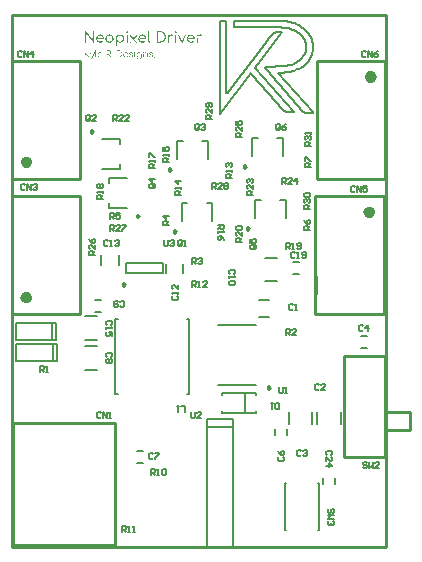
<source format=gto>
G04*
G04 #@! TF.GenerationSoftware,Altium Limited,Altium Designer,23.4.1 (23)*
G04*
G04 Layer_Color=65535*
%FSLAX25Y25*%
%MOIN*%
G70*
G04*
G04 #@! TF.SameCoordinates,D0A82AA9-F4A3-43A1-B343-99984006E8F9*
G04*
G04*
G04 #@! TF.FilePolarity,Positive*
G04*
G01*
G75*
%ADD10C,0.01968*%
%ADD11C,0.00984*%
%ADD12C,0.00984*%
%ADD13C,0.00394*%
%ADD14C,0.00500*%
%ADD15C,0.01000*%
%ADD16C,0.00787*%
%ADD17C,0.00800*%
%ADD18C,0.00600*%
G36*
X43747Y167056D02*
X43761Y167054D01*
X43775Y167049D01*
X43791Y167042D01*
X43810Y167033D01*
X43826Y167022D01*
X43828Y167019D01*
X43833Y167015D01*
X43840Y167008D01*
X43849Y166996D01*
X43856Y166980D01*
X43863Y166964D01*
X43868Y166943D01*
X43870Y166918D01*
Y166915D01*
Y166908D01*
X43868Y166897D01*
X43865Y166881D01*
X43861Y166864D01*
X43851Y166848D01*
X43842Y166830D01*
X43828Y166814D01*
X43826Y166811D01*
X43821Y166807D01*
X43812Y166800D01*
X43801Y166793D01*
X43784Y166786D01*
X43768Y166779D01*
X43747Y166774D01*
X43727Y166772D01*
X43718D01*
X43706Y166774D01*
X43692Y166777D01*
X43676Y166781D01*
X43660Y166790D01*
X43641Y166800D01*
X43625Y166814D01*
X43623Y166816D01*
X43618Y166821D01*
X43611Y166830D01*
X43604Y166841D01*
X43597Y166858D01*
X43590Y166876D01*
X43586Y166894D01*
X43584Y166918D01*
Y166920D01*
Y166929D01*
X43586Y166941D01*
X43588Y166957D01*
X43595Y166973D01*
X43602Y166991D01*
X43613Y167008D01*
X43627Y167022D01*
X43630Y167024D01*
X43637Y167028D01*
X43646Y167033D01*
X43657Y167040D01*
X43674Y167047D01*
X43690Y167054D01*
X43708Y167056D01*
X43729Y167058D01*
X43738D01*
X43747Y167056D01*
D02*
G37*
G36*
X49241Y166432D02*
X49262Y166430D01*
X49285Y166428D01*
X49310Y166426D01*
X49365Y166416D01*
X49426Y166402D01*
X49483Y166384D01*
X49541Y166358D01*
X49543D01*
X49548Y166356D01*
X49555Y166352D01*
X49564Y166345D01*
X49592Y166329D01*
X49624Y166305D01*
X49663Y166278D01*
X49703Y166243D01*
X49740Y166204D01*
X49777Y166157D01*
Y166155D01*
X49781Y166153D01*
X49788Y166139D01*
X49793Y166116D01*
X49795Y166104D01*
X49793Y166091D01*
Y166088D01*
X49790Y166086D01*
X49784Y166070D01*
X49779Y166063D01*
X49770Y166054D01*
X49758Y166044D01*
X49744Y166035D01*
X49742D01*
X49740Y166033D01*
X49726Y166028D01*
X49705Y166024D01*
X49677D01*
X49675Y166026D01*
X49661Y166031D01*
X49643Y166042D01*
X49631Y166051D01*
X49622Y166063D01*
X49619Y166068D01*
X49608Y166079D01*
X49592Y166095D01*
X49571Y166118D01*
X49543Y166141D01*
X49511Y166167D01*
X49474Y166190D01*
X49435Y166211D01*
X49432D01*
X49430Y166213D01*
X49423Y166215D01*
X49416Y166218D01*
X49393Y166227D01*
X49363Y166236D01*
X49326Y166245D01*
X49282Y166255D01*
X49234Y166259D01*
X49181Y166261D01*
X49162D01*
X49148Y166259D01*
X49132D01*
X49114Y166257D01*
X49070Y166252D01*
X49021Y166241D01*
X48970Y166227D01*
X48922Y166206D01*
X48878Y166178D01*
X48873Y166174D01*
X48862Y166165D01*
X48843Y166146D01*
X48825Y166123D01*
X48804Y166093D01*
X48786Y166060D01*
X48774Y166021D01*
X48772Y166000D01*
X48769Y165980D01*
Y165975D01*
Y165966D01*
X48772Y165952D01*
X48774Y165931D01*
X48781Y165910D01*
X48788Y165887D01*
X48799Y165862D01*
X48813Y165839D01*
X48816Y165836D01*
X48823Y165830D01*
X48834Y165818D01*
X48850Y165804D01*
X48869Y165788D01*
X48894Y165772D01*
X48926Y165753D01*
X48961Y165737D01*
X48963D01*
X48966Y165735D01*
X48980Y165730D01*
X49003Y165723D01*
X49033Y165714D01*
X49072Y165702D01*
X49118Y165691D01*
X49174Y165679D01*
X49234Y165670D01*
X49236D01*
X49243Y165668D01*
X49257D01*
X49273Y165663D01*
X49292Y165661D01*
X49315Y165656D01*
X49340Y165652D01*
X49365Y165645D01*
X49426Y165631D01*
X49485Y165612D01*
X49546Y165589D01*
X49599Y165564D01*
X49601D01*
X49606Y165562D01*
X49613Y165557D01*
X49619Y165550D01*
X49645Y165536D01*
X49673Y165515D01*
X49705Y165490D01*
X49735Y165460D01*
X49765Y165428D01*
X49788Y165393D01*
X49790Y165388D01*
X49797Y165377D01*
X49807Y165356D01*
X49818Y165331D01*
X49827Y165301D01*
X49837Y165264D01*
X49844Y165227D01*
X49846Y165185D01*
Y165183D01*
Y165178D01*
Y165171D01*
X49844Y165160D01*
Y165148D01*
X49841Y165134D01*
X49834Y165100D01*
X49823Y165058D01*
X49807Y165016D01*
X49784Y164972D01*
X49753Y164931D01*
X49749Y164926D01*
X49737Y164912D01*
X49716Y164894D01*
X49689Y164871D01*
X49654Y164843D01*
X49610Y164818D01*
X49564Y164790D01*
X49509Y164767D01*
X49506D01*
X49502Y164765D01*
X49495Y164762D01*
X49483Y164758D01*
X49469Y164753D01*
X49451Y164748D01*
X49432Y164744D01*
X49412Y164739D01*
X49363Y164730D01*
X49308Y164721D01*
X49248Y164714D01*
X49183Y164711D01*
X49155D01*
X49141Y164714D01*
X49123D01*
X49104Y164716D01*
X49081Y164718D01*
X49031Y164725D01*
X48973Y164737D01*
X48910Y164751D01*
X48846Y164769D01*
X48843D01*
X48839Y164771D01*
X48829Y164776D01*
X48816Y164781D01*
X48802Y164788D01*
X48783Y164795D01*
X48744Y164815D01*
X48698Y164843D01*
X48649Y164875D01*
X48601Y164917D01*
X48555Y164966D01*
Y164968D01*
X48550Y164970D01*
X48548Y164977D01*
X48543Y164986D01*
X48536Y165007D01*
X48534Y165019D01*
Y165033D01*
Y165035D01*
X48536Y165040D01*
X48541Y165053D01*
X48552Y165072D01*
X48561Y165083D01*
X48573Y165093D01*
X48575D01*
X48578Y165097D01*
X48592Y165104D01*
X48612Y165109D01*
X48626Y165111D01*
X48638Y165109D01*
X48640D01*
X48645Y165106D01*
X48659Y165102D01*
X48677Y165090D01*
X48695Y165074D01*
X48700Y165069D01*
X48712Y165058D01*
X48730Y165040D01*
X48756Y165016D01*
X48788Y164993D01*
X48825Y164968D01*
X48867Y164947D01*
X48913Y164929D01*
X48915D01*
X48920Y164926D01*
X48926Y164924D01*
X48936Y164922D01*
X48947Y164919D01*
X48961Y164915D01*
X48996Y164908D01*
X49037Y164901D01*
X49086Y164894D01*
X49137Y164889D01*
X49192Y164887D01*
X49218D01*
X49234Y164889D01*
X49255D01*
X49280Y164892D01*
X49308Y164894D01*
X49335Y164899D01*
X49395Y164910D01*
X49455Y164926D01*
X49485Y164936D01*
X49513Y164949D01*
X49539Y164963D01*
X49560Y164979D01*
X49562D01*
X49564Y164984D01*
X49576Y164996D01*
X49594Y165014D01*
X49615Y165042D01*
X49633Y165072D01*
X49652Y165109D01*
X49663Y165150D01*
X49668Y165171D01*
Y165194D01*
Y165197D01*
Y165199D01*
Y165206D01*
X49666Y165215D01*
X49661Y165236D01*
X49654Y165264D01*
X49640Y165296D01*
X49619Y165328D01*
X49606Y165344D01*
X49592Y165363D01*
X49573Y165377D01*
X49553Y165393D01*
X49550D01*
X49548Y165398D01*
X49541Y165400D01*
X49532Y165407D01*
X49518Y165411D01*
X49504Y165421D01*
X49485Y165428D01*
X49465Y165437D01*
X49442Y165446D01*
X49414Y165455D01*
X49386Y165464D01*
X49354Y165474D01*
X49319Y165483D01*
X49282Y165492D01*
X49241Y165499D01*
X49197Y165506D01*
X49194D01*
X49183Y165508D01*
X49167Y165511D01*
X49146Y165515D01*
X49121Y165520D01*
X49090Y165527D01*
X49058Y165534D01*
X49024Y165543D01*
X48950Y165566D01*
X48873Y165594D01*
X48836Y165612D01*
X48802Y165631D01*
X48769Y165649D01*
X48739Y165672D01*
X48737Y165675D01*
X48733Y165677D01*
X48726Y165684D01*
X48716Y165696D01*
X48705Y165707D01*
X48693Y165721D01*
X48665Y165756D01*
X48638Y165797D01*
X48615Y165848D01*
X48605Y165873D01*
X48599Y165901D01*
X48594Y165931D01*
X48592Y165961D01*
Y165963D01*
Y165968D01*
Y165975D01*
X48594Y165987D01*
Y166000D01*
X48596Y166014D01*
X48601Y166051D01*
X48610Y166091D01*
X48624Y166134D01*
X48642Y166178D01*
X48668Y166220D01*
Y166222D01*
X48672Y166225D01*
X48682Y166238D01*
X48700Y166257D01*
X48723Y166280D01*
X48753Y166308D01*
X48790Y166333D01*
X48832Y166358D01*
X48880Y166382D01*
X48883D01*
X48887Y166384D01*
X48894Y166386D01*
X48903Y166391D01*
X48917Y166393D01*
X48931Y166398D01*
X48968Y166409D01*
X49014Y166419D01*
X49067Y166426D01*
X49125Y166432D01*
X49187Y166435D01*
X49222D01*
X49241Y166432D01*
D02*
G37*
G36*
X42551D02*
X42572Y166430D01*
X42595Y166428D01*
X42620Y166426D01*
X42676Y166416D01*
X42736Y166402D01*
X42794Y166384D01*
X42851Y166358D01*
X42854D01*
X42858Y166356D01*
X42865Y166352D01*
X42874Y166345D01*
X42902Y166329D01*
X42934Y166305D01*
X42974Y166278D01*
X43013Y166243D01*
X43050Y166204D01*
X43087Y166157D01*
Y166155D01*
X43091Y166153D01*
X43098Y166139D01*
X43103Y166116D01*
X43105Y166104D01*
X43103Y166091D01*
Y166088D01*
X43101Y166086D01*
X43094Y166070D01*
X43089Y166063D01*
X43080Y166054D01*
X43068Y166044D01*
X43055Y166035D01*
X43052D01*
X43050Y166033D01*
X43036Y166028D01*
X43015Y166024D01*
X42987D01*
X42985Y166026D01*
X42971Y166031D01*
X42953Y166042D01*
X42941Y166051D01*
X42932Y166063D01*
X42930Y166068D01*
X42918Y166079D01*
X42902Y166095D01*
X42881Y166118D01*
X42854Y166141D01*
X42821Y166167D01*
X42784Y166190D01*
X42745Y166211D01*
X42743D01*
X42740Y166213D01*
X42733Y166215D01*
X42726Y166218D01*
X42703Y166227D01*
X42673Y166236D01*
X42636Y166245D01*
X42592Y166255D01*
X42544Y166259D01*
X42491Y166261D01*
X42472D01*
X42459Y166259D01*
X42442D01*
X42424Y166257D01*
X42380Y166252D01*
X42331Y166241D01*
X42281Y166227D01*
X42232Y166206D01*
X42188Y166178D01*
X42184Y166174D01*
X42172Y166165D01*
X42154Y166146D01*
X42135Y166123D01*
X42114Y166093D01*
X42096Y166060D01*
X42084Y166021D01*
X42082Y166000D01*
X42080Y165980D01*
Y165975D01*
Y165966D01*
X42082Y165952D01*
X42084Y165931D01*
X42091Y165910D01*
X42098Y165887D01*
X42110Y165862D01*
X42124Y165839D01*
X42126Y165836D01*
X42133Y165830D01*
X42144Y165818D01*
X42160Y165804D01*
X42179Y165788D01*
X42204Y165772D01*
X42237Y165753D01*
X42271Y165737D01*
X42274D01*
X42276Y165735D01*
X42290Y165730D01*
X42313Y165723D01*
X42343Y165714D01*
X42382Y165702D01*
X42428Y165691D01*
X42484Y165679D01*
X42544Y165670D01*
X42546D01*
X42553Y165668D01*
X42567D01*
X42583Y165663D01*
X42602Y165661D01*
X42625Y165656D01*
X42650Y165652D01*
X42676Y165645D01*
X42736Y165631D01*
X42796Y165612D01*
X42856Y165589D01*
X42909Y165564D01*
X42911D01*
X42916Y165562D01*
X42923Y165557D01*
X42930Y165550D01*
X42955Y165536D01*
X42983Y165515D01*
X43015Y165490D01*
X43045Y165460D01*
X43075Y165428D01*
X43098Y165393D01*
X43101Y165388D01*
X43108Y165377D01*
X43117Y165356D01*
X43128Y165331D01*
X43138Y165301D01*
X43147Y165264D01*
X43154Y165227D01*
X43156Y165185D01*
Y165183D01*
Y165178D01*
Y165171D01*
X43154Y165160D01*
Y165148D01*
X43152Y165134D01*
X43145Y165100D01*
X43133Y165058D01*
X43117Y165016D01*
X43094Y164972D01*
X43064Y164931D01*
X43059Y164926D01*
X43048Y164912D01*
X43027Y164894D01*
X42999Y164871D01*
X42964Y164843D01*
X42921Y164818D01*
X42874Y164790D01*
X42819Y164767D01*
X42817D01*
X42812Y164765D01*
X42805Y164762D01*
X42794Y164758D01*
X42780Y164753D01*
X42761Y164748D01*
X42743Y164744D01*
X42722Y164739D01*
X42673Y164730D01*
X42618Y164721D01*
X42558Y164714D01*
X42493Y164711D01*
X42465D01*
X42452Y164714D01*
X42433D01*
X42415Y164716D01*
X42391Y164718D01*
X42341Y164725D01*
X42283Y164737D01*
X42221Y164751D01*
X42156Y164769D01*
X42154D01*
X42149Y164771D01*
X42140Y164776D01*
X42126Y164781D01*
X42112Y164788D01*
X42094Y164795D01*
X42054Y164815D01*
X42008Y164843D01*
X41960Y164875D01*
X41911Y164917D01*
X41865Y164966D01*
Y164968D01*
X41860Y164970D01*
X41858Y164977D01*
X41853Y164986D01*
X41846Y165007D01*
X41844Y165019D01*
Y165033D01*
Y165035D01*
X41846Y165040D01*
X41851Y165053D01*
X41862Y165072D01*
X41872Y165083D01*
X41883Y165093D01*
X41886D01*
X41888Y165097D01*
X41902Y165104D01*
X41923Y165109D01*
X41936Y165111D01*
X41948Y165109D01*
X41950D01*
X41955Y165106D01*
X41969Y165102D01*
X41987Y165090D01*
X42006Y165074D01*
X42010Y165069D01*
X42022Y165058D01*
X42040Y165040D01*
X42066Y165016D01*
X42098Y164993D01*
X42135Y164968D01*
X42177Y164947D01*
X42223Y164929D01*
X42225D01*
X42230Y164926D01*
X42237Y164924D01*
X42246Y164922D01*
X42257Y164919D01*
X42271Y164915D01*
X42306Y164908D01*
X42348Y164901D01*
X42396Y164894D01*
X42447Y164889D01*
X42502Y164887D01*
X42528D01*
X42544Y164889D01*
X42565D01*
X42590Y164892D01*
X42618Y164894D01*
X42646Y164899D01*
X42706Y164910D01*
X42766Y164926D01*
X42796Y164936D01*
X42823Y164949D01*
X42849Y164963D01*
X42870Y164979D01*
X42872D01*
X42874Y164984D01*
X42886Y164996D01*
X42904Y165014D01*
X42925Y165042D01*
X42944Y165072D01*
X42962Y165109D01*
X42974Y165150D01*
X42978Y165171D01*
Y165194D01*
Y165197D01*
Y165199D01*
Y165206D01*
X42976Y165215D01*
X42971Y165236D01*
X42964Y165264D01*
X42950Y165296D01*
X42930Y165328D01*
X42916Y165344D01*
X42902Y165363D01*
X42884Y165377D01*
X42863Y165393D01*
X42860D01*
X42858Y165398D01*
X42851Y165400D01*
X42842Y165407D01*
X42828Y165411D01*
X42814Y165421D01*
X42796Y165428D01*
X42775Y165437D01*
X42752Y165446D01*
X42724Y165455D01*
X42696Y165464D01*
X42664Y165474D01*
X42630Y165483D01*
X42592Y165492D01*
X42551Y165499D01*
X42507Y165506D01*
X42505D01*
X42493Y165508D01*
X42477Y165511D01*
X42456Y165515D01*
X42431Y165520D01*
X42401Y165527D01*
X42368Y165534D01*
X42334Y165543D01*
X42260Y165566D01*
X42184Y165594D01*
X42147Y165612D01*
X42112Y165631D01*
X42080Y165649D01*
X42050Y165672D01*
X42047Y165675D01*
X42043Y165677D01*
X42036Y165684D01*
X42026Y165696D01*
X42015Y165707D01*
X42003Y165721D01*
X41976Y165756D01*
X41948Y165797D01*
X41925Y165848D01*
X41916Y165873D01*
X41909Y165901D01*
X41904Y165931D01*
X41902Y165961D01*
Y165963D01*
Y165968D01*
Y165975D01*
X41904Y165987D01*
Y166000D01*
X41906Y166014D01*
X41911Y166051D01*
X41920Y166091D01*
X41934Y166134D01*
X41953Y166178D01*
X41978Y166220D01*
Y166222D01*
X41983Y166225D01*
X41992Y166238D01*
X42010Y166257D01*
X42033Y166280D01*
X42064Y166308D01*
X42101Y166333D01*
X42142Y166358D01*
X42191Y166382D01*
X42193D01*
X42197Y166384D01*
X42204Y166386D01*
X42214Y166391D01*
X42228Y166393D01*
X42241Y166398D01*
X42278Y166409D01*
X42325Y166419D01*
X42378Y166426D01*
X42435Y166432D01*
X42498Y166435D01*
X42532D01*
X42551Y166432D01*
D02*
G37*
G36*
X28467Y167137D02*
X28476D01*
X28497Y167128D01*
X28508Y167121D01*
X28518Y167112D01*
X28520D01*
X28522Y167107D01*
X28532Y167095D01*
X28541Y167075D01*
X28545Y167049D01*
Y167047D01*
Y167042D01*
Y167035D01*
X28543Y167026D01*
X28541Y167015D01*
X28536Y167003D01*
X28529Y166991D01*
X28518Y166978D01*
X27633Y166093D01*
X28527Y164878D01*
Y164875D01*
X28532Y164871D01*
X28534Y164864D01*
X28539Y164857D01*
X28545Y164834D01*
X28548Y164820D01*
X28545Y164806D01*
Y164804D01*
Y164802D01*
X28541Y164785D01*
X28532Y164769D01*
X28515Y164751D01*
X28511Y164748D01*
X28499Y164742D01*
X28481Y164732D01*
X28458Y164730D01*
X28448D01*
X28439Y164732D01*
X28428Y164735D01*
X28414Y164739D01*
X28402Y164746D01*
X28388Y164755D01*
X28377Y164769D01*
X27497Y165957D01*
X27185Y165645D01*
Y164822D01*
Y164820D01*
Y164815D01*
X27182Y164808D01*
Y164799D01*
X27173Y164776D01*
X27169Y164765D01*
X27159Y164755D01*
X27155Y164751D01*
X27141Y164744D01*
X27120Y164735D01*
X27106Y164732D01*
X27092Y164730D01*
X27086D01*
X27079Y164732D01*
X27072D01*
X27049Y164742D01*
X27039Y164746D01*
X27028Y164755D01*
Y164758D01*
X27023Y164760D01*
X27014Y164774D01*
X27005Y164795D01*
X27002Y164808D01*
X27000Y164822D01*
Y167047D01*
Y167049D01*
Y167054D01*
X27002Y167061D01*
X27005Y167070D01*
X27011Y167091D01*
X27018Y167102D01*
X27028Y167112D01*
X27030Y167114D01*
X27032Y167116D01*
X27046Y167125D01*
X27067Y167135D01*
X27079Y167139D01*
X27099D01*
X27106Y167137D01*
X27115D01*
X27139Y167128D01*
X27150Y167121D01*
X27159Y167112D01*
X27162D01*
X27164Y167107D01*
X27173Y167093D01*
X27180Y167075D01*
X27185Y167061D01*
Y167047D01*
Y165915D01*
X28384Y167112D01*
X28386Y167114D01*
X28393Y167121D01*
X28402Y167128D01*
X28414Y167132D01*
X28416Y167135D01*
X28425Y167137D01*
X28439Y167139D01*
X28460D01*
X28467Y167137D01*
D02*
G37*
G36*
X35043D02*
X35062D01*
X35085Y167135D01*
X35110Y167132D01*
X35138Y167128D01*
X35201Y167116D01*
X35267Y167100D01*
X35337Y167077D01*
X35404Y167045D01*
X35406D01*
X35411Y167040D01*
X35420Y167035D01*
X35434Y167028D01*
X35448Y167017D01*
X35464Y167005D01*
X35503Y166978D01*
X35547Y166941D01*
X35593Y166894D01*
X35637Y166844D01*
X35676Y166786D01*
X35679Y166783D01*
X35681Y166779D01*
X35686Y166770D01*
X35693Y166758D01*
X35699Y166742D01*
X35709Y166724D01*
X35718Y166703D01*
X35727Y166677D01*
X35736Y166652D01*
X35743Y166622D01*
X35759Y166557D01*
X35771Y166486D01*
X35776Y166446D01*
Y166407D01*
Y166405D01*
Y166398D01*
Y166386D01*
X35773Y166372D01*
Y166354D01*
X35771Y166331D01*
X35766Y166308D01*
X35764Y166282D01*
X35753Y166222D01*
X35734Y166160D01*
X35709Y166095D01*
X35695Y166065D01*
X35676Y166033D01*
Y166031D01*
X35672Y166026D01*
X35667Y166017D01*
X35658Y166005D01*
X35649Y165993D01*
X35637Y165977D01*
X35607Y165940D01*
X35568Y165899D01*
X35522Y165857D01*
X35466Y165816D01*
X35404Y165779D01*
X35401D01*
X35397Y165774D01*
X35385Y165770D01*
X35374Y165765D01*
X35358Y165758D01*
X35337Y165749D01*
X35314Y165742D01*
X35288Y165733D01*
X35261Y165723D01*
X35255Y165722D01*
X35205Y165802D01*
X35013Y165760D01*
X35058Y165689D01*
X35004Y165686D01*
X34508D01*
Y164822D01*
Y164820D01*
Y164815D01*
X34505Y164808D01*
Y164799D01*
X34496Y164776D01*
X34491Y164765D01*
X34482Y164755D01*
X34477Y164751D01*
X34466Y164744D01*
X34445Y164735D01*
X34431Y164732D01*
X34415Y164730D01*
X34408D01*
X34401Y164732D01*
X34392D01*
X34371Y164742D01*
X34360Y164746D01*
X34348Y164755D01*
Y164758D01*
X34343Y164760D01*
X34337Y164774D01*
X34327Y164795D01*
X34325Y164808D01*
X34323Y164822D01*
Y167047D01*
Y167049D01*
Y167054D01*
X34325Y167063D01*
Y167072D01*
X34334Y167093D01*
X34339Y167105D01*
X34348Y167114D01*
X34350Y167116D01*
X34353Y167119D01*
X34367Y167128D01*
X34387Y167135D01*
X34401Y167139D01*
X35027D01*
X35043Y167137D01*
D02*
G37*
G36*
X32248Y166430D02*
X32267D01*
X32290Y166428D01*
X32318Y166423D01*
X32345Y166419D01*
X32408Y166407D01*
X32477Y166388D01*
X32546Y166361D01*
X32581Y166345D01*
X32613Y166326D01*
X32616Y166324D01*
X32620Y166322D01*
X32629Y166315D01*
X32643Y166308D01*
X32657Y166296D01*
X32673Y166282D01*
X32713Y166250D01*
X32757Y166208D01*
X32803Y166157D01*
X32849Y166100D01*
X32888Y166033D01*
X32890Y166031D01*
X32893Y166024D01*
X32897Y166014D01*
X32904Y166000D01*
X32911Y165982D01*
X32921Y165961D01*
X32930Y165936D01*
X32939Y165908D01*
X32948Y165878D01*
X32955Y165846D01*
X32964Y165811D01*
X32971Y165772D01*
X32983Y165691D01*
X32987Y165647D01*
Y165603D01*
Y165601D01*
Y165596D01*
X32985Y165589D01*
Y165580D01*
X32976Y165559D01*
X32971Y165548D01*
X32962Y165539D01*
X32958Y165534D01*
X32944Y165527D01*
X32925Y165520D01*
X32897Y165515D01*
X31604D01*
X31604Y165520D01*
Y165536D01*
X31602Y165552D01*
Y165562D01*
Y165568D01*
Y165571D01*
X31604Y165645D01*
X31608Y165677D01*
X31539D01*
Y165515D01*
X31604D01*
X31606Y165499D01*
X31608Y165476D01*
X31613Y165451D01*
X31622Y165395D01*
X31636Y165335D01*
X31657Y165275D01*
X31685Y165215D01*
Y165213D01*
X31689Y165208D01*
X31694Y165201D01*
X31701Y165190D01*
X31719Y165162D01*
X31745Y165127D01*
X31777Y165090D01*
X31816Y165049D01*
X31863Y165009D01*
X31916Y164975D01*
X31918D01*
X31923Y164970D01*
X31929Y164968D01*
X31941Y164961D01*
X31955Y164954D01*
X31973Y164947D01*
X31992Y164940D01*
X32013Y164931D01*
X32063Y164915D01*
X32121Y164901D01*
X32186Y164892D01*
X32255Y164887D01*
X32276D01*
X32299Y164889D01*
X32331Y164892D01*
X32368Y164896D01*
X32408Y164906D01*
X32452Y164915D01*
X32498Y164929D01*
X32500D01*
X32502Y164931D01*
X32509Y164933D01*
X32519Y164936D01*
X32539Y164945D01*
X32567Y164959D01*
X32599Y164972D01*
X32629Y164991D01*
X32662Y165014D01*
X32689Y165037D01*
X32692Y165040D01*
X32694Y165042D01*
X32706Y165051D01*
X32726Y165058D01*
X32738Y165063D01*
X32763D01*
X32770Y165060D01*
X32791Y165056D01*
X32812Y165044D01*
X32814Y165042D01*
X32817Y165040D01*
X32828Y165026D01*
X32840Y165007D01*
X32844Y164993D01*
X32847Y164982D01*
Y164979D01*
Y164977D01*
X32844Y164961D01*
X32840Y164952D01*
X32835Y164940D01*
X32828Y164931D01*
X32817Y164919D01*
X32812Y164915D01*
X32798Y164906D01*
X32777Y164889D01*
X32747Y164869D01*
X32710Y164846D01*
X32666Y164820D01*
X32616Y164797D01*
X32558Y164774D01*
X32555D01*
X32551Y164771D01*
X32542Y164769D01*
X32530Y164765D01*
X32516Y164760D01*
X32500Y164755D01*
X32461Y164746D01*
X32415Y164735D01*
X32364Y164725D01*
X32311Y164718D01*
X32255Y164716D01*
X32232D01*
X32214Y164718D01*
X32193D01*
X32168Y164723D01*
X32140Y164725D01*
X32110Y164730D01*
X32043Y164744D01*
X31969Y164762D01*
X31895Y164790D01*
X31858Y164806D01*
X31821Y164825D01*
X31819Y164827D01*
X31812Y164829D01*
X31802Y164836D01*
X31789Y164846D01*
X31775Y164855D01*
X31756Y164869D01*
X31736Y164885D01*
X31712Y164903D01*
X31666Y164947D01*
X31615Y164998D01*
X31567Y165058D01*
X31523Y165127D01*
Y165130D01*
X31518Y165137D01*
X31514Y165146D01*
X31507Y165162D01*
X31498Y165180D01*
X31488Y165201D01*
X31479Y165227D01*
X31470Y165257D01*
X31461Y165287D01*
X31451Y165321D01*
X31442Y165358D01*
X31433Y165395D01*
X31421Y165481D01*
X31419Y165525D01*
X31417Y165571D01*
Y165573D01*
Y165582D01*
Y165596D01*
X31419Y165615D01*
Y165636D01*
X31421Y165661D01*
X31426Y165691D01*
X31431Y165721D01*
X31442Y165790D01*
X31461Y165866D01*
X31486Y165943D01*
X31500Y165980D01*
X31518Y166017D01*
X31521Y166019D01*
X31523Y166026D01*
X31530Y166035D01*
X31537Y166049D01*
X31548Y166065D01*
X31560Y166084D01*
X31592Y166128D01*
X31631Y166176D01*
X31680Y166227D01*
X31736Y166278D01*
X31798Y166322D01*
X31800Y166324D01*
X31807Y166326D01*
X31816Y166331D01*
X31830Y166340D01*
X31846Y166347D01*
X31867Y166356D01*
X31890Y166368D01*
X31918Y166377D01*
X31946Y166388D01*
X31978Y166398D01*
X32010Y166407D01*
X32047Y166416D01*
X32126Y166428D01*
X32168Y166430D01*
X32209Y166432D01*
X32232D01*
X32248Y166430D01*
D02*
G37*
G36*
X47342Y166437D02*
X47363D01*
X47386Y166435D01*
X47411Y166432D01*
X47439Y166428D01*
X47501Y166416D01*
X47568Y166400D01*
X47638Y166377D01*
X47704Y166347D01*
X47707D01*
X47712Y166342D01*
X47721Y166338D01*
X47735Y166331D01*
X47748Y166322D01*
X47767Y166310D01*
X47806Y166280D01*
X47850Y166243D01*
X47899Y166197D01*
X47943Y166144D01*
X47984Y166081D01*
X47986Y166079D01*
X47989Y166074D01*
X47993Y166063D01*
X48000Y166051D01*
X48007Y166033D01*
X48016Y166012D01*
X48026Y165989D01*
X48035Y165963D01*
X48044Y165934D01*
X48053Y165901D01*
X48063Y165864D01*
X48070Y165827D01*
X48076Y165786D01*
X48081Y165744D01*
X48086Y165698D01*
Y165652D01*
Y164822D01*
Y164820D01*
Y164815D01*
X48083Y164808D01*
Y164802D01*
X48074Y164778D01*
X48067Y164769D01*
X48058Y164758D01*
X48056D01*
X48053Y164753D01*
X48039Y164744D01*
X48019Y164735D01*
X48007Y164732D01*
X47993Y164730D01*
X47986D01*
X47979Y164732D01*
X47970Y164735D01*
X47947Y164742D01*
X47936Y164748D01*
X47926Y164758D01*
Y164760D01*
X47922Y164762D01*
X47915Y164776D01*
X47905Y164797D01*
X47903Y164808D01*
X47901Y164822D01*
Y165652D01*
Y165654D01*
Y165661D01*
Y165672D01*
X47899Y165686D01*
Y165702D01*
X47896Y165723D01*
X47894Y165746D01*
X47892Y165770D01*
X47880Y165823D01*
X47866Y165878D01*
X47848Y165934D01*
X47820Y165987D01*
Y165989D01*
X47815Y165993D01*
X47813Y166000D01*
X47806Y166010D01*
X47788Y166033D01*
X47765Y166063D01*
X47732Y166095D01*
X47695Y166128D01*
X47654Y166157D01*
X47605Y166185D01*
X47603D01*
X47598Y166188D01*
X47591Y166192D01*
X47582Y166197D01*
X47568Y166201D01*
X47554Y166206D01*
X47517Y166220D01*
X47473Y166232D01*
X47423Y166243D01*
X47365Y166250D01*
X47305Y166252D01*
X47277D01*
X47263Y166250D01*
X47247D01*
X47206Y166245D01*
X47159Y166236D01*
X47111Y166225D01*
X47058Y166208D01*
X47007Y166188D01*
X47005D01*
X47002Y166185D01*
X46995Y166181D01*
X46986Y166176D01*
X46961Y166162D01*
X46931Y166141D01*
X46898Y166116D01*
X46864Y166088D01*
X46829Y166054D01*
X46797Y166014D01*
Y166012D01*
X46794Y166010D01*
X46790Y166003D01*
X46785Y165996D01*
X46771Y165973D01*
X46757Y165943D01*
X46744Y165906D01*
X46730Y165864D01*
X46720Y165816D01*
X46718Y165765D01*
Y166162D01*
X46748Y166197D01*
X46788Y166234D01*
X46834Y166275D01*
X46885Y166315D01*
X46942Y166349D01*
X46944D01*
X46949Y166354D01*
X46958Y166358D01*
X46970Y166363D01*
X46986Y166370D01*
X47005Y166377D01*
X47025Y166386D01*
X47049Y166395D01*
X47074Y166402D01*
X47104Y166412D01*
X47164Y166426D01*
X47233Y166435D01*
X47305Y166439D01*
X47326D01*
X47342Y166437D01*
D02*
G37*
G36*
X46642Y166414D02*
X46651D01*
X46672Y166405D01*
X46683Y166400D01*
X46693Y166391D01*
X46695D01*
X46697Y166386D01*
X46707Y166372D01*
X46714Y166352D01*
X46718Y166338D01*
Y166324D01*
Y166162D01*
X46695Y166134D01*
X46688Y166123D01*
X46681Y166116D01*
X46679Y166111D01*
X46677Y166109D01*
X46642Y166051D01*
X46617Y165991D01*
X46596Y165934D01*
X46582Y165880D01*
X46577Y165855D01*
X46573Y165834D01*
X46570Y165813D01*
X46568Y165797D01*
X46566Y165783D01*
X46563Y165774D01*
Y165767D01*
Y165765D01*
X46718D01*
Y164822D01*
Y164820D01*
Y164815D01*
X46716Y164808D01*
Y164799D01*
X46707Y164776D01*
X46702Y164765D01*
X46693Y164755D01*
X46688Y164751D01*
X46677Y164744D01*
X46656Y164735D01*
X46642Y164732D01*
X46626Y164730D01*
X46619D01*
X46612Y164732D01*
X46603D01*
X46580Y164742D01*
X46568Y164746D01*
X46559Y164755D01*
Y164758D01*
X46554Y164760D01*
X46547Y164774D01*
X46538Y164795D01*
X46536Y164808D01*
X46533Y164822D01*
Y166324D01*
Y166326D01*
Y166331D01*
X46536Y166338D01*
Y166347D01*
X46545Y166370D01*
X46549Y166382D01*
X46559Y166391D01*
X46561Y166393D01*
X46563Y166395D01*
X46577Y166405D01*
X46598Y166412D01*
X46612Y166416D01*
X46633D01*
X46642Y166414D01*
D02*
G37*
G36*
X43743D02*
X43752D01*
X43775Y166405D01*
X43787Y166400D01*
X43796Y166391D01*
X43798D01*
X43801Y166386D01*
X43810Y166375D01*
X43817Y166354D01*
X43821Y166340D01*
Y166324D01*
Y164822D01*
Y164820D01*
Y164815D01*
X43819Y164808D01*
Y164799D01*
X43810Y164776D01*
X43805Y164765D01*
X43796Y164755D01*
X43791Y164751D01*
X43777Y164744D01*
X43757Y164735D01*
X43743Y164732D01*
X43729Y164730D01*
X43722D01*
X43715Y164732D01*
X43706D01*
X43683Y164742D01*
X43671Y164746D01*
X43660Y164755D01*
Y164758D01*
X43655Y164760D01*
X43648Y164774D01*
X43639Y164795D01*
X43637Y164808D01*
X43634Y164822D01*
Y166324D01*
Y166326D01*
Y166331D01*
X43637Y166340D01*
Y166349D01*
X43646Y166370D01*
X43650Y166382D01*
X43660Y166391D01*
X43662Y166393D01*
X43664Y166395D01*
X43678Y166405D01*
X43701Y166412D01*
X43715Y166416D01*
X43736D01*
X43743Y166414D01*
D02*
G37*
G36*
X38414Y167137D02*
X38439D01*
X38464Y167135D01*
X38497Y167132D01*
X38529Y167128D01*
X38566Y167123D01*
X38605Y167119D01*
X38686Y167102D01*
X38772Y167081D01*
X38855Y167051D01*
X38857D01*
X38864Y167047D01*
X38876Y167042D01*
X38892Y167035D01*
X38910Y167026D01*
X38934Y167015D01*
X38959Y167003D01*
X38987Y166987D01*
X39047Y166952D01*
X39111Y166908D01*
X39176Y166858D01*
X39238Y166800D01*
X39241Y166797D01*
X39245Y166793D01*
X39255Y166783D01*
X39266Y166772D01*
X39278Y166756D01*
X39294Y166737D01*
X39312Y166717D01*
X39331Y166691D01*
X39349Y166666D01*
X39370Y166636D01*
X39412Y166571D01*
X39451Y166497D01*
X39488Y166419D01*
Y166416D01*
X39492Y166409D01*
X39497Y166398D01*
X39502Y166382D01*
X39509Y166361D01*
X39516Y166335D01*
X39522Y166308D01*
X39532Y166278D01*
X39541Y166243D01*
X39548Y166206D01*
X39555Y166165D01*
X39562Y166123D01*
X39571Y166033D01*
X39576Y165936D01*
Y165934D01*
Y165924D01*
Y165910D01*
X39573Y165892D01*
Y165866D01*
X39571Y165841D01*
X39569Y165809D01*
X39564Y165776D01*
X39560Y165739D01*
X39555Y165700D01*
X39539Y165619D01*
X39518Y165534D01*
X39488Y165448D01*
Y165446D01*
X39483Y165439D01*
X39479Y165428D01*
X39472Y165411D01*
X39463Y165393D01*
X39451Y165370D01*
X39439Y165347D01*
X39423Y165319D01*
X39388Y165259D01*
X39345Y165194D01*
X39296Y165130D01*
X39238Y165067D01*
X39236Y165065D01*
X39232Y165060D01*
X39222Y165051D01*
X39211Y165042D01*
X39195Y165028D01*
X39176Y165012D01*
X39155Y164993D01*
X39132Y164975D01*
X39104Y164956D01*
X39074Y164936D01*
X39044Y164915D01*
X39010Y164894D01*
X38938Y164855D01*
X38857Y164818D01*
X38855D01*
X38848Y164813D01*
X38834Y164811D01*
X38818Y164804D01*
X38797Y164797D01*
X38774Y164790D01*
X38744Y164783D01*
X38714Y164774D01*
X38679Y164765D01*
X38640Y164758D01*
X38601Y164751D01*
X38559Y164744D01*
X38467Y164735D01*
X38370Y164730D01*
X37806D01*
X37799Y164732D01*
X37790D01*
X37769Y164742D01*
X37758Y164746D01*
X37746Y164755D01*
Y164758D01*
X37742Y164760D01*
X37735Y164774D01*
X37725Y164795D01*
X37723Y164808D01*
X37721Y164822D01*
Y167047D01*
Y167049D01*
Y167054D01*
X37723Y167063D01*
Y167072D01*
X37732Y167093D01*
X37737Y167105D01*
X37746Y167114D01*
X37748Y167116D01*
X37751Y167119D01*
X37765Y167128D01*
X37785Y167135D01*
X37799Y167139D01*
X38395D01*
X38414Y167137D01*
D02*
G37*
G36*
X35790Y164871D02*
X35792Y164869D01*
X35796Y164862D01*
X35801Y164850D01*
X35806Y164834D01*
X35810Y164818D01*
X35813Y164802D01*
Y164785D01*
X35806Y164769D01*
Y164767D01*
X35801Y164762D01*
X35794Y164758D01*
X35785Y164751D01*
X35773Y164742D01*
X35757Y164737D01*
X35736Y164732D01*
X35711Y164730D01*
X35706D01*
X35693Y164732D01*
X35676Y164737D01*
X35660Y164744D01*
X35658Y164746D01*
X35651Y164753D01*
X35639Y164765D01*
X35628Y164778D01*
X35058Y165689D01*
X35087Y165691D01*
X35161Y165700D01*
X35230Y165716D01*
X35255Y165722D01*
X35790Y164871D01*
D02*
G37*
G36*
X30721Y167137D02*
X30731D01*
X30751Y167128D01*
X30763Y167123D01*
X30772Y167114D01*
X30775D01*
X30777Y167109D01*
X30786Y167098D01*
X30793Y167077D01*
X30798Y167063D01*
Y167047D01*
Y165238D01*
Y165236D01*
Y165231D01*
Y165224D01*
Y165215D01*
X30800Y165187D01*
X30805Y165155D01*
X30812Y165118D01*
X30823Y165079D01*
X30837Y165042D01*
X30858Y165005D01*
X30860Y165000D01*
X30869Y164991D01*
X30881Y164977D01*
X30899Y164961D01*
X30922Y164943D01*
X30950Y164929D01*
X30980Y164919D01*
X31015Y164915D01*
X31098D01*
X31112Y164912D01*
X31128Y164903D01*
X31137Y164899D01*
X31146Y164889D01*
X31151Y164885D01*
X31158Y164871D01*
X31165Y164850D01*
X31170Y164822D01*
Y164820D01*
Y164815D01*
X31167Y164808D01*
Y164799D01*
X31158Y164776D01*
X31153Y164765D01*
X31144Y164755D01*
X31139Y164751D01*
X31126Y164744D01*
X31105Y164735D01*
X31091Y164732D01*
X31075Y164730D01*
X30994D01*
X30973Y164735D01*
X30946Y164739D01*
X30911Y164746D01*
X30876Y164758D01*
X30839Y164774D01*
X30805Y164795D01*
X30800Y164797D01*
X30791Y164806D01*
X30775Y164820D01*
X30754Y164841D01*
X30731Y164866D01*
X30707Y164896D01*
X30684Y164933D01*
X30664Y164972D01*
Y164975D01*
X30661Y164977D01*
X30659Y164984D01*
X30657Y164993D01*
X30648Y165016D01*
X30638Y165049D01*
X30629Y165088D01*
X30620Y165132D01*
X30615Y165183D01*
X30613Y165238D01*
Y167047D01*
Y167049D01*
Y167054D01*
X30615Y167063D01*
Y167072D01*
X30624Y167093D01*
X30629Y167105D01*
X30638Y167114D01*
X30641Y167116D01*
X30643Y167119D01*
X30657Y167128D01*
X30678Y167135D01*
X30691Y167139D01*
X30712D01*
X30721Y167137D01*
D02*
G37*
G36*
X40779Y166430D02*
X40798D01*
X40821Y166428D01*
X40848Y166423D01*
X40876Y166419D01*
X40938Y166407D01*
X41008Y166388D01*
X41077Y166361D01*
X41112Y166345D01*
X41144Y166326D01*
X41146Y166324D01*
X41151Y166322D01*
X41160Y166315D01*
X41174Y166308D01*
X41188Y166296D01*
X41204Y166282D01*
X41243Y166250D01*
X41287Y166208D01*
X41334Y166157D01*
X41380Y166100D01*
X41419Y166033D01*
X41421Y166031D01*
X41424Y166024D01*
X41428Y166014D01*
X41435Y166000D01*
X41442Y165982D01*
X41451Y165961D01*
X41461Y165936D01*
X41470Y165908D01*
X41479Y165878D01*
X41486Y165846D01*
X41495Y165811D01*
X41502Y165772D01*
X41514Y165691D01*
X41518Y165647D01*
Y165603D01*
Y165601D01*
Y165596D01*
X41516Y165589D01*
Y165580D01*
X41507Y165559D01*
X41502Y165548D01*
X41493Y165539D01*
X41488Y165534D01*
X41475Y165527D01*
X41456Y165520D01*
X41428Y165515D01*
X40135D01*
X40137Y165499D01*
X40139Y165476D01*
X40144Y165451D01*
X40153Y165395D01*
X40167Y165335D01*
X40188Y165275D01*
X40216Y165215D01*
Y165213D01*
X40220Y165208D01*
X40225Y165201D01*
X40232Y165190D01*
X40250Y165162D01*
X40276Y165127D01*
X40308Y165090D01*
X40347Y165049D01*
X40393Y165009D01*
X40446Y164975D01*
X40449D01*
X40453Y164970D01*
X40460Y164968D01*
X40472Y164961D01*
X40486Y164954D01*
X40504Y164947D01*
X40523Y164940D01*
X40543Y164931D01*
X40594Y164915D01*
X40652Y164901D01*
X40717Y164892D01*
X40786Y164887D01*
X40807D01*
X40830Y164889D01*
X40862Y164892D01*
X40899Y164896D01*
X40938Y164906D01*
X40982Y164915D01*
X41029Y164929D01*
X41031D01*
X41033Y164931D01*
X41040Y164933D01*
X41049Y164936D01*
X41070Y164945D01*
X41098Y164959D01*
X41130Y164972D01*
X41160Y164991D01*
X41193Y165014D01*
X41220Y165037D01*
X41223Y165040D01*
X41225Y165042D01*
X41236Y165051D01*
X41257Y165058D01*
X41269Y165063D01*
X41294D01*
X41301Y165060D01*
X41322Y165056D01*
X41343Y165044D01*
X41345Y165042D01*
X41347Y165040D01*
X41359Y165026D01*
X41370Y165007D01*
X41375Y164993D01*
X41377Y164982D01*
Y164979D01*
Y164977D01*
X41375Y164961D01*
X41370Y164952D01*
X41366Y164940D01*
X41359Y164931D01*
X41347Y164919D01*
X41343Y164915D01*
X41329Y164906D01*
X41308Y164889D01*
X41278Y164869D01*
X41241Y164846D01*
X41197Y164820D01*
X41146Y164797D01*
X41089Y164774D01*
X41086D01*
X41082Y164771D01*
X41072Y164769D01*
X41061Y164765D01*
X41047Y164760D01*
X41031Y164755D01*
X40992Y164746D01*
X40946Y164735D01*
X40895Y164725D01*
X40841Y164718D01*
X40786Y164716D01*
X40763D01*
X40745Y164718D01*
X40724D01*
X40698Y164723D01*
X40671Y164725D01*
X40641Y164730D01*
X40574Y164744D01*
X40500Y164762D01*
X40426Y164790D01*
X40389Y164806D01*
X40352Y164825D01*
X40350Y164827D01*
X40343Y164829D01*
X40333Y164836D01*
X40319Y164846D01*
X40306Y164855D01*
X40287Y164869D01*
X40266Y164885D01*
X40243Y164903D01*
X40197Y164947D01*
X40146Y164998D01*
X40098Y165058D01*
X40054Y165127D01*
Y165130D01*
X40049Y165137D01*
X40045Y165146D01*
X40038Y165162D01*
X40028Y165180D01*
X40019Y165201D01*
X40010Y165227D01*
X40001Y165257D01*
X39991Y165287D01*
X39982Y165321D01*
X39973Y165358D01*
X39964Y165395D01*
X39952Y165481D01*
X39950Y165525D01*
X39948Y165571D01*
Y165573D01*
Y165582D01*
Y165596D01*
X39950Y165615D01*
Y165636D01*
X39952Y165661D01*
X39957Y165691D01*
X39961Y165721D01*
X39973Y165790D01*
X39991Y165866D01*
X40017Y165943D01*
X40031Y165980D01*
X40049Y166017D01*
X40051Y166019D01*
X40054Y166026D01*
X40061Y166035D01*
X40068Y166049D01*
X40079Y166065D01*
X40091Y166084D01*
X40123Y166128D01*
X40162Y166176D01*
X40211Y166227D01*
X40266Y166278D01*
X40329Y166322D01*
X40331Y166324D01*
X40338Y166326D01*
X40347Y166331D01*
X40361Y166340D01*
X40377Y166347D01*
X40398Y166356D01*
X40421Y166368D01*
X40449Y166377D01*
X40477Y166388D01*
X40509Y166398D01*
X40541Y166407D01*
X40578Y166416D01*
X40657Y166428D01*
X40698Y166430D01*
X40740Y166432D01*
X40763D01*
X40779Y166430D01*
D02*
G37*
G36*
X50319Y164989D02*
X50333Y164986D01*
X50352Y164979D01*
X50370Y164972D01*
X50389Y164961D01*
X50405Y164945D01*
X50407Y164943D01*
X50412Y164938D01*
X50419Y164929D01*
X50428Y164915D01*
X50437Y164899D01*
X50444Y164880D01*
X50449Y164859D01*
X50451Y164836D01*
Y164834D01*
Y164825D01*
X50449Y164813D01*
X50446Y164799D01*
X50440Y164781D01*
X50433Y164762D01*
X50421Y164746D01*
X50405Y164728D01*
X50403Y164725D01*
X50398Y164721D01*
X50389Y164714D01*
X50375Y164705D01*
X50359Y164695D01*
X50340Y164688D01*
X50319Y164684D01*
X50296Y164681D01*
X50285D01*
X50273Y164684D01*
X50257Y164686D01*
X50239Y164693D01*
X50220Y164700D01*
X50202Y164711D01*
X50183Y164725D01*
X50181Y164728D01*
X50176Y164732D01*
X50169Y164744D01*
X50162Y164755D01*
X50153Y164771D01*
X50146Y164790D01*
X50142Y164813D01*
X50139Y164836D01*
Y164839D01*
Y164848D01*
X50142Y164859D01*
X50146Y164875D01*
X50151Y164894D01*
X50158Y164912D01*
X50169Y164931D01*
X50186Y164947D01*
X50188Y164949D01*
X50195Y164954D01*
X50204Y164961D01*
X50218Y164970D01*
X50234Y164977D01*
X50252Y164984D01*
X50273Y164989D01*
X50296Y164991D01*
X50308D01*
X50319Y164989D01*
D02*
G37*
G36*
X36224D02*
X36238Y164986D01*
X36256Y164979D01*
X36275Y164972D01*
X36293Y164961D01*
X36309Y164945D01*
X36312Y164943D01*
X36316Y164938D01*
X36323Y164929D01*
X36332Y164915D01*
X36342Y164899D01*
X36349Y164880D01*
X36353Y164859D01*
X36356Y164836D01*
Y164834D01*
Y164825D01*
X36353Y164813D01*
X36351Y164799D01*
X36344Y164781D01*
X36337Y164762D01*
X36325Y164746D01*
X36309Y164728D01*
X36307Y164725D01*
X36302Y164721D01*
X36293Y164714D01*
X36279Y164705D01*
X36263Y164695D01*
X36245Y164688D01*
X36224Y164684D01*
X36201Y164681D01*
X36189D01*
X36178Y164684D01*
X36162Y164686D01*
X36143Y164693D01*
X36125Y164700D01*
X36106Y164711D01*
X36088Y164725D01*
X36085Y164728D01*
X36081Y164732D01*
X36074Y164744D01*
X36067Y164755D01*
X36057Y164771D01*
X36051Y164790D01*
X36046Y164813D01*
X36044Y164836D01*
Y164839D01*
Y164848D01*
X36046Y164859D01*
X36051Y164875D01*
X36055Y164894D01*
X36062Y164912D01*
X36074Y164931D01*
X36090Y164947D01*
X36092Y164949D01*
X36099Y164954D01*
X36108Y164961D01*
X36122Y164970D01*
X36138Y164977D01*
X36157Y164984D01*
X36178Y164989D01*
X36201Y164991D01*
X36212D01*
X36224Y164989D01*
D02*
G37*
G36*
X45251Y166432D02*
X45274D01*
X45300Y166430D01*
X45327Y166426D01*
X45360Y166421D01*
X45429Y166407D01*
X45503Y166388D01*
X45579Y166361D01*
X45616Y166342D01*
X45653Y166324D01*
X45656Y166322D01*
X45663Y166319D01*
X45672Y166312D01*
X45686Y166303D01*
X45702Y166291D01*
X45720Y166278D01*
X45741Y166261D01*
X45764Y166245D01*
X45813Y166201D01*
X45864Y166148D01*
X45914Y166088D01*
X45958Y166019D01*
X45961Y166017D01*
X45963Y166010D01*
X45967Y166000D01*
X45977Y165984D01*
X45984Y165966D01*
X45993Y165945D01*
X46004Y165920D01*
X46014Y165890D01*
X46025Y165859D01*
X46034Y165825D01*
X46044Y165788D01*
X46053Y165749D01*
X46064Y165663D01*
X46067Y165617D01*
X46069Y165571D01*
Y164966D01*
Y164963D01*
Y164954D01*
Y164940D01*
X46067Y164924D01*
Y164901D01*
X46064Y164875D01*
X46060Y164848D01*
X46055Y164815D01*
X46048Y164783D01*
X46041Y164746D01*
X46023Y164672D01*
X45995Y164594D01*
X45977Y164554D01*
X45958Y164517D01*
X45956Y164515D01*
X45954Y164508D01*
X45947Y164499D01*
X45937Y164485D01*
X45926Y164467D01*
X45912Y164448D01*
X45898Y164425D01*
X45880Y164402D01*
X45836Y164351D01*
X45785Y164300D01*
X45723Y164247D01*
X45656Y164201D01*
X45653Y164199D01*
X45646Y164196D01*
X45637Y164189D01*
X45623Y164182D01*
X45605Y164173D01*
X45582Y164164D01*
X45559Y164155D01*
X45531Y164143D01*
X45501Y164132D01*
X45466Y164122D01*
X45432Y164113D01*
X45392Y164104D01*
X45311Y164090D01*
X45268Y164088D01*
X45221Y164085D01*
X45196D01*
X45177Y164088D01*
X45157D01*
X45131Y164090D01*
X45101Y164095D01*
X45071Y164097D01*
X45002Y164109D01*
X44928Y164127D01*
X44856Y164150D01*
X44785Y164182D01*
X44782Y164185D01*
X44778Y164187D01*
X44766Y164192D01*
X44755Y164199D01*
X44739Y164208D01*
X44722Y164219D01*
X44681Y164250D01*
X44632Y164284D01*
X44584Y164326D01*
X44533Y164372D01*
X44487Y164425D01*
Y164427D01*
X44482Y164430D01*
X44480Y164437D01*
X44475Y164446D01*
X44466Y164467D01*
X44464Y164478D01*
X44461Y164492D01*
Y164494D01*
Y164497D01*
X44466Y164511D01*
X44475Y164529D01*
X44482Y164541D01*
X44494Y164550D01*
X44496D01*
X44498Y164552D01*
X44505Y164557D01*
X44514Y164559D01*
X44537Y164566D01*
X44567D01*
X44572Y164564D01*
X44579Y164561D01*
X44588Y164559D01*
X44609Y164545D01*
X44621Y164536D01*
X44630Y164524D01*
X44632Y164522D01*
X44635Y164520D01*
X44646Y164506D01*
X44667Y164485D01*
X44697Y164457D01*
X44732Y164427D01*
X44773Y164397D01*
X44819Y164365D01*
X44872Y164335D01*
X44875D01*
X44879Y164333D01*
X44889Y164328D01*
X44898Y164323D01*
X44914Y164316D01*
X44930Y164312D01*
X44949Y164305D01*
X44972Y164298D01*
X44995Y164289D01*
X45023Y164282D01*
X45083Y164270D01*
X45150Y164261D01*
X45221Y164259D01*
X45240D01*
X45254Y164261D01*
X45270D01*
X45291Y164263D01*
X45311Y164266D01*
X45337Y164270D01*
X45390Y164282D01*
X45445Y164298D01*
X45505Y164321D01*
X45563Y164351D01*
X45566D01*
X45570Y164356D01*
X45577Y164360D01*
X45589Y164367D01*
X45616Y164388D01*
X45649Y164418D01*
X45686Y164453D01*
X45725Y164497D01*
X45764Y164548D01*
X45799Y164605D01*
Y164608D01*
X45803Y164612D01*
X45806Y164621D01*
X45813Y164633D01*
X45820Y164649D01*
X45827Y164668D01*
X45833Y164688D01*
X45843Y164711D01*
X45850Y164737D01*
X45856Y164765D01*
X45870Y164825D01*
X45880Y164894D01*
X45884Y164966D01*
Y165104D01*
X45898Y165132D01*
X45921Y165199D01*
X45940Y165261D01*
X45951Y165321D01*
X45956Y165347D01*
X45958Y165372D01*
X45961Y165393D01*
Y165414D01*
X45963Y165428D01*
Y165439D01*
Y165446D01*
Y165448D01*
X46069Y165571D01*
X45967D01*
X45884Y165458D01*
Y165104D01*
X45866Y165067D01*
Y165065D01*
X45861Y165060D01*
X45856Y165051D01*
X45847Y165040D01*
X45838Y165026D01*
X45827Y165009D01*
X45796Y164972D01*
X45757Y164931D01*
X45713Y164887D01*
X45660Y164846D01*
X45600Y164806D01*
X45598D01*
X45593Y164802D01*
X45584Y164797D01*
X45570Y164792D01*
X45554Y164785D01*
X45535Y164776D01*
X45512Y164767D01*
X45487Y164760D01*
X45459Y164751D01*
X45429Y164742D01*
X45397Y164735D01*
X45362Y164725D01*
X45288Y164716D01*
X45205Y164711D01*
X45182D01*
X45164Y164714D01*
X45140D01*
X45115Y164718D01*
X45087Y164721D01*
X45057Y164725D01*
X44988Y164739D01*
X44912Y164758D01*
X44835Y164785D01*
X44799Y164804D01*
X44762Y164822D01*
X44759Y164825D01*
X44752Y164827D01*
X44743Y164834D01*
X44729Y164843D01*
X44713Y164855D01*
X44695Y164869D01*
X44674Y164885D01*
X44651Y164903D01*
X44602Y164945D01*
X44551Y164998D01*
X44501Y165058D01*
X44457Y165127D01*
X44454Y165130D01*
X44452Y165137D01*
X44447Y165146D01*
X44440Y165162D01*
X44431Y165180D01*
X44422Y165201D01*
X44413Y165227D01*
X44401Y165257D01*
X44392Y165287D01*
X44380Y165321D01*
X44371Y165358D01*
X44364Y165395D01*
X44350Y165481D01*
X44348Y165525D01*
X44346Y165571D01*
Y165573D01*
Y165582D01*
Y165596D01*
X44348Y165615D01*
X44350Y165636D01*
X44353Y165661D01*
X44355Y165691D01*
X44360Y165723D01*
X44374Y165793D01*
X44394Y165866D01*
X44406Y165906D01*
X44422Y165945D01*
X44438Y165982D01*
X44459Y166019D01*
X44461Y166021D01*
X44464Y166028D01*
X44471Y166037D01*
X44480Y166051D01*
X44491Y166068D01*
X44505Y166086D01*
X44521Y166107D01*
X44542Y166130D01*
X44586Y166178D01*
X44639Y166229D01*
X44699Y166280D01*
X44769Y166324D01*
X44771Y166326D01*
X44778Y166329D01*
X44789Y166333D01*
X44803Y166342D01*
X44822Y166349D01*
X44845Y166358D01*
X44868Y166370D01*
X44898Y166379D01*
X44928Y166391D01*
X44963Y166400D01*
X45000Y166409D01*
X45037Y166419D01*
X45120Y166430D01*
X45164Y166432D01*
X45210Y166435D01*
X45235D01*
X45251Y166432D01*
D02*
G37*
G36*
X28887Y166421D02*
X28890D01*
X28892Y166419D01*
X28906Y166412D01*
X28915Y166405D01*
X28922Y166395D01*
X28931Y166384D01*
X28938Y166370D01*
X29562Y165000D01*
X30192Y166368D01*
X30195Y166370D01*
X30199Y166379D01*
X30209Y166391D01*
X30222Y166402D01*
X30239Y166412D01*
X30257Y166419D01*
X30280Y166421D01*
X30294Y166419D01*
X30308Y166414D01*
X30312Y166412D01*
X30319Y166407D01*
X30333Y166398D01*
X30345Y166386D01*
X30356Y166370D01*
X30363Y166352D01*
Y166329D01*
X30359Y166315D01*
X30354Y166301D01*
X29317Y164055D01*
X29315Y164053D01*
X29312Y164046D01*
X29305Y164037D01*
X29298Y164028D01*
X29287Y164018D01*
X29275Y164009D01*
X29261Y164002D01*
X29245Y164000D01*
X29243D01*
X29234Y164002D01*
X29220Y164005D01*
X29204Y164009D01*
X29201Y164012D01*
X29192Y164016D01*
X29178Y164025D01*
X29167Y164037D01*
X29155Y164053D01*
X29148Y164072D01*
Y164095D01*
X29153Y164109D01*
X29158Y164122D01*
X29465Y164790D01*
X29460Y164795D01*
X29453Y164808D01*
X28776Y166291D01*
Y166294D01*
X28774Y166298D01*
X28772Y166305D01*
X28769Y166315D01*
X28765Y166338D01*
Y166349D01*
X28767Y166361D01*
Y166363D01*
X28769Y166365D01*
X28776Y166379D01*
X28783Y166388D01*
X28793Y166395D01*
X28804Y166405D01*
X28818Y166412D01*
X28820D01*
X28825Y166414D01*
X28832Y166416D01*
X28841Y166421D01*
X28864Y166423D01*
X28876D01*
X28887Y166421D01*
D02*
G37*
G36*
X57455Y173417D02*
X57481Y173410D01*
X57510Y173403D01*
X57543Y173388D01*
X57577Y173365D01*
X57610Y173340D01*
X57614Y173336D01*
X57625Y173325D01*
X57640Y173310D01*
X57655Y173284D01*
X57669Y173255D01*
X57684Y173221D01*
X57695Y173180D01*
X57699Y173136D01*
Y173132D01*
Y173118D01*
X57695Y173095D01*
X57688Y173066D01*
X57677Y173036D01*
X57662Y172999D01*
X57643Y172966D01*
X57614Y172933D01*
X57610Y172929D01*
X57599Y172918D01*
X57581Y172907D01*
X57558Y172892D01*
X57529Y172873D01*
X57495Y172862D01*
X57458Y172851D01*
X57414Y172847D01*
X57395D01*
X57373Y172851D01*
X57344Y172859D01*
X57314Y172870D01*
X57277Y172885D01*
X57244Y172903D01*
X57210Y172933D01*
X57207Y172936D01*
X57196Y172947D01*
X57185Y172966D01*
X57170Y172992D01*
X57151Y173021D01*
X57140Y173055D01*
X57129Y173092D01*
X57125Y173136D01*
Y173143D01*
Y173158D01*
X57129Y173180D01*
X57136Y173210D01*
X57148Y173240D01*
X57162Y173277D01*
X57181Y173310D01*
X57210Y173340D01*
X57214Y173343D01*
X57225Y173351D01*
X57244Y173365D01*
X57270Y173380D01*
X57299Y173395D01*
X57333Y173410D01*
X57373Y173417D01*
X57414Y173421D01*
X57433D01*
X57455Y173417D01*
D02*
G37*
G36*
X41234D02*
X41260Y173410D01*
X41289Y173403D01*
X41323Y173388D01*
X41356Y173365D01*
X41389Y173340D01*
X41393Y173336D01*
X41404Y173325D01*
X41419Y173310D01*
X41434Y173284D01*
X41449Y173255D01*
X41463Y173221D01*
X41474Y173180D01*
X41478Y173136D01*
Y173132D01*
Y173118D01*
X41474Y173095D01*
X41467Y173066D01*
X41456Y173036D01*
X41441Y172999D01*
X41423Y172966D01*
X41393Y172933D01*
X41389Y172929D01*
X41378Y172918D01*
X41360Y172907D01*
X41337Y172892D01*
X41308Y172873D01*
X41275Y172862D01*
X41238Y172851D01*
X41193Y172847D01*
X41175D01*
X41153Y172851D01*
X41123Y172859D01*
X41093Y172870D01*
X41056Y172885D01*
X41023Y172903D01*
X40990Y172933D01*
X40986Y172936D01*
X40975Y172947D01*
X40964Y172966D01*
X40949Y172992D01*
X40931Y173021D01*
X40919Y173055D01*
X40908Y173092D01*
X40905Y173136D01*
Y173143D01*
Y173158D01*
X40908Y173180D01*
X40916Y173210D01*
X40927Y173240D01*
X40942Y173277D01*
X40960Y173310D01*
X40990Y173340D01*
X40993Y173343D01*
X41004Y173351D01*
X41023Y173365D01*
X41049Y173380D01*
X41078Y173395D01*
X41112Y173410D01*
X41153Y173417D01*
X41193Y173421D01*
X41212D01*
X41234Y173417D01*
D02*
G37*
G36*
X65665Y172381D02*
X65687D01*
X65743Y172378D01*
X65806Y172366D01*
X65869Y172355D01*
X65931Y172337D01*
X65983Y172311D01*
X65991Y172307D01*
X66005Y172296D01*
X66024Y172281D01*
X66046Y172259D01*
X66065Y172230D01*
X66079Y172193D01*
X66087Y172152D01*
X66083Y172130D01*
X66079Y172108D01*
Y172104D01*
X66076Y172096D01*
X66072Y172085D01*
X66065Y172071D01*
X66046Y172037D01*
X66017Y172011D01*
X66013D01*
X66009Y172008D01*
X65987Y171996D01*
X65954Y171985D01*
X65909Y171982D01*
X65869D01*
X65850Y171985D01*
X65824D01*
X65769Y171989D01*
X65758D01*
X65739Y171993D01*
X65720D01*
X65695Y171996D01*
X65665D01*
X65595Y172000D01*
X65513Y171996D01*
X65428Y171989D01*
X65339Y171974D01*
X65251Y171952D01*
X65247D01*
X65240Y171948D01*
X65228Y171945D01*
X65214Y171937D01*
X65173Y171923D01*
X65125Y171897D01*
X65066Y171863D01*
X65006Y171823D01*
X64947Y171774D01*
X64895Y171719D01*
X64888Y171712D01*
X64873Y171689D01*
X64855Y171656D01*
X64829Y171608D01*
X64803Y171553D01*
X64784Y171486D01*
X64770Y171408D01*
X64762Y171327D01*
Y171969D01*
X64747Y171952D01*
X64714Y171908D01*
X64703Y171889D01*
X64696Y171878D01*
X64688Y171871D01*
Y171867D01*
X64640Y171774D01*
X64603Y171682D01*
X64577Y171593D01*
X64555Y171508D01*
X64551Y171471D01*
X64544Y171434D01*
X64540Y171405D01*
X64536Y171379D01*
Y171356D01*
X64533Y171342D01*
Y171330D01*
Y171327D01*
X64762D01*
Y169862D01*
Y169858D01*
Y169847D01*
X64758Y169828D01*
X64755Y169806D01*
X64740Y169754D01*
X64729Y169728D01*
X64710Y169706D01*
X64707Y169702D01*
X64699Y169699D01*
X64688Y169691D01*
X64673Y169680D01*
X64651Y169669D01*
X64625Y169662D01*
X64596Y169658D01*
X64559Y169654D01*
X64544D01*
X64525Y169658D01*
X64503Y169662D01*
X64451Y169677D01*
X64425Y169688D01*
X64403Y169706D01*
X64400Y169710D01*
X64396Y169717D01*
X64389Y169728D01*
X64377Y169747D01*
X64366Y169769D01*
X64359Y169795D01*
X64355Y169825D01*
X64351Y169862D01*
Y172148D01*
Y172152D01*
Y172163D01*
X64355Y172181D01*
X64359Y172204D01*
X64374Y172256D01*
X64385Y172278D01*
X64403Y172300D01*
X64407Y172304D01*
X64414Y172307D01*
X64425Y172318D01*
X64444Y172329D01*
X64466Y172337D01*
X64492Y172348D01*
X64522Y172352D01*
X64559Y172355D01*
X64574D01*
X64592Y172352D01*
X64614Y172348D01*
X64640Y172341D01*
X64666Y172333D01*
X64688Y172318D01*
X64710Y172300D01*
X64714Y172296D01*
X64718Y172289D01*
X64725Y172278D01*
X64736Y172263D01*
X64747Y172241D01*
X64755Y172215D01*
X64758Y172185D01*
X64762Y172148D01*
Y171969D01*
X64792Y172004D01*
X64847Y172063D01*
X64914Y172126D01*
X64988Y172189D01*
X65073Y172244D01*
X65077D01*
X65084Y172252D01*
X65099Y172259D01*
X65114Y172267D01*
X65136Y172278D01*
X65166Y172289D01*
X65195Y172300D01*
X65228Y172315D01*
X65310Y172341D01*
X65399Y172363D01*
X65495Y172378D01*
X65602Y172385D01*
X65643D01*
X65665Y172381D01*
D02*
G37*
G36*
X56141D02*
X56163D01*
X56219Y172378D01*
X56282Y172366D01*
X56345Y172355D01*
X56408Y172337D01*
X56459Y172311D01*
X56467Y172307D01*
X56482Y172296D01*
X56500Y172281D01*
X56522Y172259D01*
X56541Y172230D01*
X56556Y172193D01*
X56563Y172152D01*
X56559Y172130D01*
X56556Y172108D01*
Y172104D01*
X56552Y172096D01*
X56548Y172085D01*
X56541Y172071D01*
X56522Y172037D01*
X56493Y172011D01*
X56489D01*
X56485Y172008D01*
X56463Y171996D01*
X56430Y171985D01*
X56385Y171982D01*
X56345D01*
X56326Y171985D01*
X56300D01*
X56245Y171989D01*
X56234D01*
X56215Y171993D01*
X56197D01*
X56171Y171996D01*
X56141D01*
X56071Y172000D01*
X55989Y171996D01*
X55904Y171989D01*
X55816Y171974D01*
X55727Y171952D01*
X55723D01*
X55716Y171948D01*
X55705Y171945D01*
X55690Y171937D01*
X55649Y171923D01*
X55601Y171897D01*
X55542Y171863D01*
X55483Y171823D01*
X55423Y171774D01*
X55372Y171719D01*
X55364Y171712D01*
X55349Y171689D01*
X55331Y171656D01*
X55305Y171608D01*
X55279Y171553D01*
X55261Y171486D01*
X55246Y171408D01*
X55238Y171327D01*
Y171969D01*
X55224Y171952D01*
X55190Y171908D01*
X55179Y171889D01*
X55172Y171878D01*
X55164Y171871D01*
Y171867D01*
X55116Y171774D01*
X55079Y171682D01*
X55053Y171593D01*
X55031Y171508D01*
X55028Y171471D01*
X55020Y171434D01*
X55016Y171405D01*
X55013Y171379D01*
Y171356D01*
X55009Y171342D01*
Y171330D01*
Y171327D01*
X55238D01*
Y169862D01*
Y169858D01*
Y169847D01*
X55235Y169828D01*
X55231Y169806D01*
X55216Y169754D01*
X55205Y169728D01*
X55187Y169706D01*
X55183Y169702D01*
X55176Y169699D01*
X55164Y169691D01*
X55150Y169680D01*
X55127Y169669D01*
X55102Y169662D01*
X55072Y169658D01*
X55035Y169654D01*
X55020D01*
X55002Y169658D01*
X54979Y169662D01*
X54928Y169677D01*
X54902Y169688D01*
X54879Y169706D01*
X54876Y169710D01*
X54872Y169717D01*
X54865Y169728D01*
X54854Y169747D01*
X54843Y169769D01*
X54835Y169795D01*
X54831Y169825D01*
X54828Y169862D01*
Y172148D01*
Y172152D01*
Y172163D01*
X54831Y172181D01*
X54835Y172204D01*
X54850Y172256D01*
X54861Y172278D01*
X54879Y172300D01*
X54883Y172304D01*
X54891Y172307D01*
X54902Y172318D01*
X54920Y172329D01*
X54942Y172337D01*
X54968Y172348D01*
X54998Y172352D01*
X55035Y172355D01*
X55050D01*
X55068Y172352D01*
X55090Y172348D01*
X55116Y172341D01*
X55142Y172333D01*
X55164Y172318D01*
X55187Y172300D01*
X55190Y172296D01*
X55194Y172289D01*
X55201Y172278D01*
X55212Y172263D01*
X55224Y172241D01*
X55231Y172215D01*
X55235Y172185D01*
X55238Y172148D01*
Y171969D01*
X55268Y172004D01*
X55323Y172063D01*
X55390Y172126D01*
X55464Y172189D01*
X55549Y172244D01*
X55553D01*
X55560Y172252D01*
X55575Y172259D01*
X55590Y172267D01*
X55612Y172278D01*
X55642Y172289D01*
X55671Y172300D01*
X55705Y172315D01*
X55786Y172341D01*
X55875Y172363D01*
X55971Y172378D01*
X56078Y172385D01*
X56119D01*
X56141Y172381D01*
D02*
G37*
G36*
X44257Y172352D02*
X44279Y172348D01*
X44301Y172341D01*
X44323Y172333D01*
X44346Y172318D01*
X44364Y172300D01*
X44368Y172296D01*
X44372Y172289D01*
X44379Y172278D01*
X44386Y172263D01*
X44397Y172241D01*
X44405Y172219D01*
X44409Y172193D01*
Y172163D01*
Y172159D01*
Y172148D01*
X44405Y172133D01*
X44401Y172115D01*
X44394Y172093D01*
X44386Y172067D01*
X44372Y172041D01*
X44353Y172015D01*
X43552Y171007D01*
X44379Y169973D01*
X44383Y169969D01*
X44390Y169958D01*
X44401Y169943D01*
X44412Y169924D01*
X44427Y169902D01*
X44434Y169873D01*
X44442Y169847D01*
Y169817D01*
Y169814D01*
X44438Y169806D01*
Y169791D01*
X44431Y169776D01*
X44423Y169754D01*
X44412Y169736D01*
X44394Y169717D01*
X44375Y169699D01*
X44372D01*
X44364Y169691D01*
X44353Y169684D01*
X44338Y169677D01*
X44301Y169662D01*
X44279Y169658D01*
X44253Y169654D01*
X44231D01*
X44220Y169658D01*
X44186Y169662D01*
X44153Y169669D01*
X44146Y169673D01*
X44131Y169684D01*
X44105Y169706D01*
X44076Y169736D01*
X43275Y170740D01*
X43306Y170779D01*
X43073Y171090D01*
X43012Y171015D01*
X42203Y172026D01*
X42200Y172030D01*
X42196Y172037D01*
X42185Y172052D01*
X42174Y172071D01*
X42155Y172115D01*
X42148Y172141D01*
X42144Y172167D01*
Y172170D01*
Y172181D01*
X42148Y172193D01*
X42151Y172211D01*
X42166Y172256D01*
X42177Y172278D01*
X42192Y172300D01*
X42196Y172304D01*
X42203Y172307D01*
X42214Y172318D01*
X42229Y172329D01*
X42248Y172337D01*
X42274Y172348D01*
X42303Y172352D01*
X42333Y172355D01*
X42348D01*
X42366Y172352D01*
X42388Y172348D01*
X42410Y172341D01*
X42436Y172326D01*
X42462Y172311D01*
X42488Y172289D01*
X43292Y171285D01*
X43221Y171194D01*
X43495Y170935D01*
X43552Y171007D01*
X43454Y171131D01*
X43324Y171245D01*
X43292Y171285D01*
X44057Y172267D01*
Y172270D01*
X44064Y172274D01*
X44079Y172296D01*
X44105Y172318D01*
X44135Y172337D01*
X44138D01*
X44142Y172341D01*
X44164Y172348D01*
X44190Y172352D01*
X44223Y172355D01*
X44238D01*
X44257Y172352D01*
D02*
G37*
G36*
X29919Y173510D02*
X29938Y173506D01*
X29964Y173499D01*
X29986Y173488D01*
X30012Y173473D01*
X30038Y173454D01*
X30041Y173451D01*
X30049Y173443D01*
X30056Y173432D01*
X30071Y173414D01*
X30082Y173391D01*
X30090Y173365D01*
X30097Y173332D01*
X30101Y173299D01*
Y169865D01*
Y169862D01*
Y169851D01*
X30097Y169832D01*
X30093Y169814D01*
X30086Y169788D01*
X30075Y169762D01*
X30060Y169736D01*
X30038Y169714D01*
X30034Y169710D01*
X30027Y169706D01*
X30012Y169695D01*
X29997Y169684D01*
X29975Y169673D01*
X29949Y169666D01*
X29919Y169658D01*
X29886Y169654D01*
X29879D01*
X29860Y169658D01*
X29831Y169662D01*
X29797Y169669D01*
X29790Y169673D01*
X29771Y169684D01*
X29749Y169702D01*
X29723Y169728D01*
X27426Y172759D01*
Y169865D01*
Y169862D01*
Y169851D01*
X27422Y169832D01*
X27418Y169814D01*
X27411Y169788D01*
X27400Y169762D01*
X27385Y169736D01*
X27363Y169714D01*
X27359Y169710D01*
X27351Y169706D01*
X27340Y169695D01*
X27322Y169684D01*
X27300Y169673D01*
X27274Y169666D01*
X27248Y169658D01*
X27215Y169654D01*
X27200D01*
X27181Y169658D01*
X27159Y169662D01*
X27133Y169669D01*
X27107Y169680D01*
X27081Y169695D01*
X27059Y169714D01*
X27055Y169717D01*
X27052Y169725D01*
X27041Y169736D01*
X27030Y169754D01*
X27018Y169776D01*
X27011Y169802D01*
X27004Y169832D01*
X27000Y169865D01*
Y173299D01*
Y173303D01*
Y173314D01*
X27004Y173332D01*
X27007Y173354D01*
X27015Y173380D01*
X27026Y173406D01*
X27041Y173432D01*
X27059Y173454D01*
X27063Y173458D01*
X27070Y173465D01*
X27081Y173473D01*
X27100Y173484D01*
X27122Y173495D01*
X27152Y173506D01*
X27181Y173510D01*
X27215Y173513D01*
X27229D01*
X27248Y173510D01*
X27270Y173502D01*
X27296Y173495D01*
X27326Y173480D01*
X27351Y173462D01*
X27377Y173436D01*
X29675Y170405D01*
Y173299D01*
Y173303D01*
Y173314D01*
X29679Y173332D01*
X29682Y173354D01*
X29690Y173380D01*
X29701Y173406D01*
X29716Y173432D01*
X29734Y173454D01*
X29738Y173458D01*
X29745Y173465D01*
X29757Y173473D01*
X29775Y173484D01*
X29797Y173495D01*
X29823Y173506D01*
X29853Y173510D01*
X29886Y173513D01*
X29901D01*
X29919Y173510D01*
D02*
G37*
G36*
X58443Y172352D02*
X58469Y172344D01*
X58472D01*
X58480Y172341D01*
X58494Y172333D01*
X58509Y172322D01*
X58528Y172311D01*
X58550Y172292D01*
X58568Y172274D01*
X58583Y172248D01*
X59504Y170251D01*
X59397Y170017D01*
X59612D01*
X59504Y170251D01*
X60415Y172248D01*
Y172252D01*
X60422Y172259D01*
X60430Y172274D01*
X60441Y172289D01*
X60455Y172304D01*
X60474Y172318D01*
X60496Y172333D01*
X60522Y172344D01*
X60526D01*
X60537Y172348D01*
X60552Y172352D01*
X60622D01*
X60648Y172348D01*
X60677Y172337D01*
X60681D01*
X60692Y172329D01*
X60703Y172322D01*
X60722Y172307D01*
X60755Y172274D01*
X60770Y172252D01*
X60781Y172226D01*
Y172222D01*
X60785Y172215D01*
X60788Y172200D01*
X60792Y172181D01*
Y172137D01*
X60785Y172115D01*
X60777Y172089D01*
X59704Y169791D01*
X59701Y169784D01*
X59693Y169769D01*
X59678Y169747D01*
X59656Y169725D01*
X59627Y169699D01*
X59593Y169677D01*
X59549Y169662D01*
X59501Y169654D01*
X59497D01*
X59479Y169658D01*
X59456Y169662D01*
X59430Y169673D01*
X59397Y169688D01*
X59368Y169714D01*
X59334Y169747D01*
X59308Y169791D01*
X58228Y172085D01*
Y172089D01*
X58224Y172096D01*
X58217Y172111D01*
X58213Y172130D01*
X58210Y172174D01*
Y172196D01*
X58217Y172222D01*
Y172226D01*
X58224Y172233D01*
X58232Y172248D01*
X58243Y172263D01*
X58258Y172281D01*
X58276Y172300D01*
X58298Y172318D01*
X58324Y172333D01*
X58328D01*
X58335Y172337D01*
X58350Y172344D01*
X58369Y172348D01*
X58417Y172355D01*
X58443Y172352D01*
D02*
G37*
G36*
X57451D02*
X57469Y172348D01*
X57495Y172341D01*
X57518Y172333D01*
X57543Y172318D01*
X57566Y172300D01*
X57569Y172296D01*
X57577Y172289D01*
X57584Y172278D01*
X57595Y172259D01*
X57606Y172237D01*
X57617Y172211D01*
X57621Y172181D01*
X57625Y172144D01*
Y169865D01*
Y169862D01*
Y169851D01*
X57621Y169832D01*
X57617Y169810D01*
X57610Y169784D01*
X57599Y169758D01*
X57584Y169732D01*
X57566Y169710D01*
X57562Y169706D01*
X57555Y169702D01*
X57543Y169691D01*
X57525Y169684D01*
X57507Y169673D01*
X57481Y169662D01*
X57451Y169658D01*
X57418Y169654D01*
X57403D01*
X57384Y169658D01*
X57362Y169662D01*
X57340Y169669D01*
X57314Y169677D01*
X57288Y169691D01*
X57262Y169710D01*
X57259Y169714D01*
X57255Y169721D01*
X57244Y169732D01*
X57233Y169751D01*
X57222Y169773D01*
X57214Y169799D01*
X57207Y169828D01*
X57203Y169865D01*
Y172144D01*
Y172148D01*
Y172159D01*
X57207Y172178D01*
X57210Y172200D01*
X57218Y172226D01*
X57229Y172252D01*
X57244Y172278D01*
X57262Y172300D01*
X57266Y172304D01*
X57273Y172307D01*
X57288Y172318D01*
X57307Y172329D01*
X57329Y172337D01*
X57355Y172348D01*
X57384Y172352D01*
X57418Y172355D01*
X57433D01*
X57451Y172352D01*
D02*
G37*
G36*
X52223Y173510D02*
X52264D01*
X52304Y173506D01*
X52356Y173502D01*
X52408Y173495D01*
X52467Y173488D01*
X52530Y173480D01*
X52659Y173454D01*
X52796Y173421D01*
X52930Y173373D01*
X52933D01*
X52944Y173365D01*
X52963Y173358D01*
X52989Y173347D01*
X53018Y173332D01*
X53055Y173314D01*
X53096Y173295D01*
X53140Y173269D01*
X53237Y173214D01*
X53337Y173143D01*
X53440Y173062D01*
X53540Y172970D01*
X53544Y172966D01*
X53551Y172959D01*
X53566Y172944D01*
X53584Y172925D01*
X53603Y172899D01*
X53629Y172870D01*
X53658Y172836D01*
X53688Y172796D01*
X53718Y172755D01*
X53751Y172707D01*
X53818Y172603D01*
X53881Y172485D01*
X53936Y172359D01*
Y172355D01*
X53943Y172344D01*
X53951Y172326D01*
X53958Y172300D01*
X53969Y172267D01*
X53980Y172226D01*
X53992Y172181D01*
X54006Y172133D01*
X54021Y172078D01*
X54032Y172019D01*
X54043Y171952D01*
X54054Y171886D01*
X54069Y171741D01*
X54077Y171586D01*
Y171582D01*
Y171567D01*
Y171545D01*
X54073Y171516D01*
Y171475D01*
X54069Y171434D01*
X54066Y171382D01*
X54058Y171330D01*
X54051Y171271D01*
X54043Y171208D01*
X54017Y171079D01*
X53984Y170942D01*
X53936Y170805D01*
Y170801D01*
X53929Y170790D01*
X53921Y170772D01*
X53910Y170746D01*
X53895Y170716D01*
X53881Y170679D01*
X53858Y170642D01*
X53836Y170598D01*
X53781Y170502D01*
X53710Y170398D01*
X53633Y170294D01*
X53540Y170195D01*
X53536Y170191D01*
X53529Y170184D01*
X53514Y170169D01*
X53496Y170154D01*
X53470Y170132D01*
X53440Y170106D01*
X53407Y170076D01*
X53370Y170047D01*
X53325Y170017D01*
X53277Y169984D01*
X53229Y169950D01*
X53174Y169917D01*
X53059Y169854D01*
X52930Y169795D01*
X52926D01*
X52915Y169788D01*
X52896Y169784D01*
X52867Y169773D01*
X52833Y169762D01*
X52796Y169751D01*
X52752Y169739D01*
X52700Y169725D01*
X52645Y169710D01*
X52586Y169699D01*
X52523Y169688D01*
X52452Y169677D01*
X52308Y169662D01*
X52153Y169654D01*
X51250D01*
X51231Y169658D01*
X51209Y169662D01*
X51183Y169669D01*
X51157Y169680D01*
X51131Y169695D01*
X51109Y169714D01*
X51105Y169717D01*
X51102Y169725D01*
X51091Y169736D01*
X51080Y169754D01*
X51069Y169776D01*
X51061Y169802D01*
X51054Y169832D01*
X51050Y169865D01*
Y173299D01*
Y173303D01*
Y173314D01*
X51054Y173332D01*
X51057Y173354D01*
X51065Y173380D01*
X51076Y173406D01*
X51091Y173432D01*
X51109Y173454D01*
X51113Y173458D01*
X51120Y173465D01*
X51131Y173473D01*
X51150Y173484D01*
X51172Y173495D01*
X51202Y173506D01*
X51231Y173510D01*
X51265Y173513D01*
X52193D01*
X52223Y173510D01*
D02*
G37*
G36*
X48268D02*
X48290Y173506D01*
X48312Y173499D01*
X48338Y173488D01*
X48360Y173473D01*
X48382Y173454D01*
X48386Y173451D01*
X48393Y173443D01*
X48401Y173432D01*
X48412Y173414D01*
X48423Y173395D01*
X48434Y173369D01*
X48438Y173340D01*
X48441Y173306D01*
Y170528D01*
Y170524D01*
Y170520D01*
Y170509D01*
Y170494D01*
X48445Y170457D01*
X48453Y170409D01*
X48460Y170357D01*
X48475Y170298D01*
X48497Y170243D01*
X48523Y170191D01*
X48527Y170187D01*
X48538Y170172D01*
X48556Y170150D01*
X48578Y170128D01*
X48612Y170102D01*
X48645Y170084D01*
X48689Y170069D01*
X48734Y170061D01*
X48871D01*
X48886Y170058D01*
X48904Y170054D01*
X48923Y170047D01*
X48945Y170039D01*
X48967Y170024D01*
X48985Y170006D01*
X48989Y170002D01*
X48993Y169995D01*
X49000Y169984D01*
X49011Y169969D01*
X49019Y169947D01*
X49026Y169921D01*
X49030Y169895D01*
X49033Y169862D01*
Y169858D01*
Y169847D01*
X49030Y169828D01*
X49026Y169806D01*
X49015Y169784D01*
X49004Y169758D01*
X48985Y169732D01*
X48959Y169710D01*
X48956Y169706D01*
X48948Y169702D01*
X48930Y169691D01*
X48911Y169684D01*
X48886Y169673D01*
X48852Y169662D01*
X48819Y169658D01*
X48778Y169654D01*
X48715D01*
X48700Y169658D01*
X48660Y169662D01*
X48612Y169669D01*
X48553Y169680D01*
X48493Y169702D01*
X48430Y169728D01*
X48368Y169765D01*
X48360Y169769D01*
X48342Y169788D01*
X48312Y169810D01*
X48279Y169847D01*
X48238Y169887D01*
X48197Y169939D01*
X48157Y170002D01*
X48120Y170069D01*
Y170072D01*
X48116Y170076D01*
X48112Y170087D01*
X48105Y170102D01*
X48097Y170121D01*
X48090Y170147D01*
X48075Y170198D01*
X48060Y170269D01*
X48046Y170346D01*
X48035Y170431D01*
X48031Y170528D01*
Y173306D01*
Y173310D01*
Y173321D01*
X48035Y173340D01*
X48038Y173358D01*
X48046Y173384D01*
X48053Y173406D01*
X48068Y173432D01*
X48086Y173454D01*
X48090Y173458D01*
X48097Y173465D01*
X48109Y173473D01*
X48127Y173484D01*
X48149Y173495D01*
X48175Y173506D01*
X48205Y173510D01*
X48238Y173513D01*
X48253D01*
X48268Y173510D01*
D02*
G37*
G36*
X43062Y170953D02*
X43221Y170809D01*
X43275Y170740D01*
X42466Y169717D01*
X42462Y169714D01*
X42455Y169706D01*
X42444Y169699D01*
X42425Y169688D01*
X42407Y169673D01*
X42381Y169666D01*
X42351Y169658D01*
X42318Y169654D01*
X42303D01*
X42288Y169658D01*
X42270Y169662D01*
X42226Y169677D01*
X42203Y169688D01*
X42181Y169706D01*
X42177Y169710D01*
X42174Y169717D01*
X42166Y169728D01*
X42155Y169743D01*
X42137Y169784D01*
X42133Y169810D01*
X42129Y169836D01*
Y169839D01*
Y169847D01*
X42133Y169862D01*
X42137Y169884D01*
X42144Y169906D01*
X42155Y169928D01*
X42170Y169958D01*
X42189Y169984D01*
X43012Y171015D01*
X43062Y170953D01*
D02*
G37*
G36*
X41230Y172352D02*
X41249Y172348D01*
X41275Y172341D01*
X41297Y172333D01*
X41323Y172318D01*
X41345Y172300D01*
X41349Y172296D01*
X41356Y172289D01*
X41363Y172278D01*
X41374Y172259D01*
X41386Y172237D01*
X41397Y172211D01*
X41400Y172181D01*
X41404Y172144D01*
Y169865D01*
Y169862D01*
Y169851D01*
X41400Y169832D01*
X41397Y169810D01*
X41389Y169784D01*
X41378Y169758D01*
X41363Y169732D01*
X41345Y169710D01*
X41341Y169706D01*
X41334Y169702D01*
X41323Y169691D01*
X41304Y169684D01*
X41286Y169673D01*
X41260Y169662D01*
X41230Y169658D01*
X41197Y169654D01*
X41182D01*
X41164Y169658D01*
X41141Y169662D01*
X41119Y169669D01*
X41093Y169677D01*
X41067Y169691D01*
X41041Y169710D01*
X41038Y169714D01*
X41034Y169721D01*
X41023Y169732D01*
X41012Y169751D01*
X41001Y169773D01*
X40993Y169799D01*
X40986Y169828D01*
X40982Y169865D01*
Y172144D01*
Y172148D01*
Y172159D01*
X40986Y172178D01*
X40990Y172200D01*
X40997Y172226D01*
X41008Y172252D01*
X41023Y172278D01*
X41041Y172300D01*
X41045Y172304D01*
X41053Y172307D01*
X41067Y172318D01*
X41086Y172329D01*
X41108Y172337D01*
X41134Y172348D01*
X41164Y172352D01*
X41197Y172355D01*
X41212D01*
X41230Y172352D01*
D02*
G37*
G36*
X62535Y172378D02*
X62568D01*
X62605Y172374D01*
X62650Y172366D01*
X62694Y172359D01*
X62797Y172341D01*
X62909Y172311D01*
X63020Y172267D01*
X63075Y172241D01*
X63127Y172211D01*
X63130Y172207D01*
X63138Y172204D01*
X63153Y172193D01*
X63175Y172181D01*
X63197Y172163D01*
X63223Y172141D01*
X63286Y172089D01*
X63356Y172022D01*
X63427Y171941D01*
X63497Y171845D01*
X63556Y171738D01*
Y171734D01*
X63563Y171723D01*
X63571Y171708D01*
X63578Y171686D01*
X63593Y171656D01*
X63604Y171623D01*
X63619Y171582D01*
X63634Y171541D01*
X63645Y171490D01*
X63660Y171438D01*
X63674Y171382D01*
X63686Y171323D01*
X63700Y171194D01*
X63708Y171053D01*
Y171049D01*
Y171038D01*
X63704Y171023D01*
X63700Y171005D01*
X63693Y170983D01*
X63686Y170960D01*
X63671Y170938D01*
X63652Y170916D01*
X63648Y170912D01*
X63641Y170909D01*
X63630Y170901D01*
X63615Y170890D01*
X63597Y170879D01*
X63574Y170872D01*
X63545Y170868D01*
X63515Y170864D01*
X61558D01*
X61562Y170827D01*
X61580Y170746D01*
X61602Y170657D01*
X61632Y170568D01*
X61676Y170480D01*
Y170476D01*
X61684Y170468D01*
X61691Y170457D01*
X61699Y170442D01*
X61728Y170402D01*
X61769Y170350D01*
X61821Y170294D01*
X61880Y170235D01*
X61950Y170176D01*
X62028Y170124D01*
X62032D01*
X62039Y170121D01*
X62050Y170113D01*
X62069Y170106D01*
X62091Y170095D01*
X62113Y170084D01*
X62143Y170072D01*
X62176Y170061D01*
X62254Y170039D01*
X62342Y170017D01*
X62439Y170002D01*
X62546Y169999D01*
X62576D01*
X62609Y170002D01*
X62653Y170006D01*
X62705Y170013D01*
X62764Y170024D01*
X62827Y170039D01*
X62890Y170058D01*
X62894D01*
X62897Y170061D01*
X62920Y170069D01*
X62949Y170080D01*
X62990Y170098D01*
X63034Y170121D01*
X63082Y170147D01*
X63127Y170172D01*
X63168Y170206D01*
X63171Y170209D01*
X63179Y170213D01*
X63190Y170220D01*
X63208Y170228D01*
X63249Y170243D01*
X63275Y170250D01*
X63330D01*
X63349Y170246D01*
X63389Y170235D01*
X63412Y170224D01*
X63430Y170209D01*
X63434Y170206D01*
X63441Y170198D01*
X63452Y170187D01*
X63467Y170169D01*
X63493Y170124D01*
X63504Y170098D01*
X63508Y170072D01*
Y170069D01*
Y170061D01*
X63504Y170047D01*
X63500Y170028D01*
X63493Y170010D01*
X63482Y169987D01*
X63463Y169965D01*
X63441Y169943D01*
X63434Y169936D01*
X63412Y169921D01*
X63378Y169895D01*
X63330Y169865D01*
X63267Y169828D01*
X63197Y169791D01*
X63116Y169754D01*
X63027Y169717D01*
X63023D01*
X63016Y169714D01*
X63001Y169710D01*
X62982Y169702D01*
X62960Y169699D01*
X62934Y169691D01*
X62871Y169677D01*
X62797Y169658D01*
X62720Y169647D01*
X62631Y169636D01*
X62546Y169632D01*
X62505D01*
X62479Y169636D01*
X62442D01*
X62402Y169643D01*
X62357Y169647D01*
X62305Y169654D01*
X62194Y169677D01*
X62072Y169706D01*
X61950Y169751D01*
X61887Y169776D01*
X61828Y169806D01*
X61824Y169810D01*
X61813Y169814D01*
X61799Y169825D01*
X61776Y169839D01*
X61750Y169854D01*
X61721Y169876D01*
X61687Y169902D01*
X61651Y169932D01*
X61573Y170002D01*
X61491Y170084D01*
X61410Y170180D01*
X61340Y170291D01*
X61336Y170294D01*
X61332Y170306D01*
X61325Y170320D01*
X61314Y170346D01*
X61299Y170376D01*
X61284Y170409D01*
X61269Y170450D01*
X61251Y170498D01*
X61236Y170546D01*
X61218Y170602D01*
X61203Y170661D01*
X61192Y170720D01*
X61169Y170857D01*
X61166Y170927D01*
X61162Y171001D01*
Y171005D01*
Y171020D01*
Y171042D01*
X61166Y171072D01*
Y171105D01*
X61169Y171145D01*
X61177Y171194D01*
X61184Y171242D01*
X61203Y171353D01*
X61232Y171475D01*
X61273Y171597D01*
X61299Y171656D01*
X61329Y171715D01*
X61332Y171719D01*
X61336Y171730D01*
X61347Y171745D01*
X61358Y171767D01*
X61377Y171793D01*
X61399Y171823D01*
X61451Y171893D01*
X61517Y171971D01*
X61595Y172052D01*
X61687Y172133D01*
X61791Y172204D01*
X61795Y172207D01*
X61806Y172211D01*
X61821Y172219D01*
X61843Y172233D01*
X61873Y172244D01*
X61906Y172259D01*
X61943Y172278D01*
X61987Y172292D01*
X62035Y172311D01*
X62087Y172326D01*
X62143Y172341D01*
X62202Y172355D01*
X62331Y172374D01*
X62402Y172378D01*
X62472Y172381D01*
X62509D01*
X62535Y172378D01*
D02*
G37*
G36*
X46314D02*
X46347D01*
X46384Y172374D01*
X46429Y172366D01*
X46473Y172359D01*
X46577Y172341D01*
X46688Y172311D01*
X46799Y172267D01*
X46854Y172241D01*
X46906Y172211D01*
X46910Y172207D01*
X46917Y172204D01*
X46932Y172193D01*
X46954Y172181D01*
X46976Y172163D01*
X47002Y172141D01*
X47065Y172089D01*
X47135Y172022D01*
X47206Y171941D01*
X47276Y171845D01*
X47335Y171738D01*
Y171734D01*
X47343Y171723D01*
X47350Y171708D01*
X47357Y171686D01*
X47372Y171656D01*
X47383Y171623D01*
X47398Y171582D01*
X47413Y171541D01*
X47424Y171490D01*
X47439Y171438D01*
X47454Y171382D01*
X47465Y171323D01*
X47480Y171194D01*
X47487Y171053D01*
Y171049D01*
Y171038D01*
X47483Y171023D01*
X47480Y171005D01*
X47472Y170983D01*
X47465Y170960D01*
X47450Y170938D01*
X47431Y170916D01*
X47428Y170912D01*
X47420Y170909D01*
X47409Y170901D01*
X47394Y170890D01*
X47376Y170879D01*
X47354Y170872D01*
X47324Y170868D01*
X47295Y170864D01*
X45337D01*
X45341Y170827D01*
X45359Y170746D01*
X45382Y170657D01*
X45411Y170568D01*
X45456Y170480D01*
Y170476D01*
X45463Y170468D01*
X45470Y170457D01*
X45478Y170442D01*
X45507Y170402D01*
X45548Y170350D01*
X45600Y170294D01*
X45659Y170235D01*
X45729Y170176D01*
X45807Y170124D01*
X45811D01*
X45818Y170121D01*
X45829Y170113D01*
X45848Y170106D01*
X45870Y170095D01*
X45892Y170084D01*
X45922Y170072D01*
X45955Y170061D01*
X46033Y170039D01*
X46122Y170017D01*
X46218Y170002D01*
X46325Y169999D01*
X46355D01*
X46388Y170002D01*
X46432Y170006D01*
X46484Y170013D01*
X46543Y170024D01*
X46606Y170039D01*
X46669Y170058D01*
X46673D01*
X46677Y170061D01*
X46699Y170069D01*
X46728Y170080D01*
X46769Y170098D01*
X46813Y170121D01*
X46862Y170147D01*
X46906Y170172D01*
X46947Y170206D01*
X46950Y170209D01*
X46958Y170213D01*
X46969Y170220D01*
X46987Y170228D01*
X47028Y170243D01*
X47054Y170250D01*
X47109D01*
X47128Y170246D01*
X47169Y170235D01*
X47191Y170224D01*
X47209Y170209D01*
X47213Y170206D01*
X47221Y170198D01*
X47232Y170187D01*
X47246Y170169D01*
X47272Y170124D01*
X47283Y170098D01*
X47287Y170072D01*
Y170069D01*
Y170061D01*
X47283Y170047D01*
X47280Y170028D01*
X47272Y170010D01*
X47261Y169987D01*
X47243Y169965D01*
X47221Y169943D01*
X47213Y169936D01*
X47191Y169921D01*
X47158Y169895D01*
X47109Y169865D01*
X47047Y169828D01*
X46976Y169791D01*
X46895Y169754D01*
X46806Y169717D01*
X46802D01*
X46795Y169714D01*
X46780Y169710D01*
X46762Y169702D01*
X46740Y169699D01*
X46714Y169691D01*
X46651Y169677D01*
X46577Y169658D01*
X46499Y169647D01*
X46410Y169636D01*
X46325Y169632D01*
X46284D01*
X46259Y169636D01*
X46222D01*
X46181Y169643D01*
X46136Y169647D01*
X46085Y169654D01*
X45974Y169677D01*
X45851Y169706D01*
X45729Y169751D01*
X45667Y169776D01*
X45607Y169806D01*
X45604Y169810D01*
X45592Y169814D01*
X45578Y169825D01*
X45555Y169839D01*
X45530Y169854D01*
X45500Y169876D01*
X45467Y169902D01*
X45430Y169932D01*
X45352Y170002D01*
X45271Y170084D01*
X45189Y170180D01*
X45119Y170291D01*
X45115Y170294D01*
X45112Y170306D01*
X45104Y170320D01*
X45093Y170346D01*
X45078Y170376D01*
X45063Y170409D01*
X45049Y170450D01*
X45030Y170498D01*
X45015Y170546D01*
X44997Y170602D01*
X44982Y170661D01*
X44971Y170720D01*
X44949Y170857D01*
X44945Y170927D01*
X44941Y171001D01*
Y171005D01*
Y171020D01*
Y171042D01*
X44945Y171072D01*
Y171105D01*
X44949Y171145D01*
X44956Y171194D01*
X44963Y171242D01*
X44982Y171353D01*
X45012Y171475D01*
X45052Y171597D01*
X45078Y171656D01*
X45108Y171715D01*
X45112Y171719D01*
X45115Y171730D01*
X45126Y171745D01*
X45137Y171767D01*
X45156Y171793D01*
X45178Y171823D01*
X45230Y171893D01*
X45296Y171971D01*
X45374Y172052D01*
X45467Y172133D01*
X45570Y172204D01*
X45574Y172207D01*
X45585Y172211D01*
X45600Y172219D01*
X45622Y172233D01*
X45652Y172244D01*
X45685Y172259D01*
X45722Y172278D01*
X45766Y172292D01*
X45814Y172311D01*
X45866Y172326D01*
X45922Y172341D01*
X45981Y172355D01*
X46110Y172374D01*
X46181Y172378D01*
X46251Y172381D01*
X46288D01*
X46314Y172378D01*
D02*
G37*
G36*
X38862D02*
X38895D01*
X38936Y172370D01*
X38981Y172366D01*
X39029Y172359D01*
X39136Y172337D01*
X39254Y172304D01*
X39314Y172285D01*
X39373Y172259D01*
X39432Y172233D01*
X39491Y172200D01*
X39495Y172196D01*
X39506Y172193D01*
X39521Y172181D01*
X39543Y172167D01*
X39569Y172148D01*
X39599Y172126D01*
X39632Y172100D01*
X39669Y172071D01*
X39746Y172000D01*
X39832Y171915D01*
X39909Y171819D01*
X39983Y171708D01*
X39987Y171704D01*
X39991Y171693D01*
X40002Y171678D01*
X40013Y171652D01*
X40028Y171623D01*
X40042Y171590D01*
X40057Y171549D01*
X40076Y171504D01*
X40094Y171453D01*
X40109Y171397D01*
X40124Y171342D01*
X40139Y171279D01*
X40161Y171145D01*
X40165Y171075D01*
X40168Y171001D01*
Y170998D01*
Y170983D01*
Y170964D01*
X40165Y170935D01*
X40161Y170901D01*
X40157Y170861D01*
X40154Y170816D01*
X40146Y170768D01*
X40124Y170661D01*
X40094Y170542D01*
X40050Y170420D01*
X40024Y170357D01*
X39994Y170298D01*
X39991Y170294D01*
X39987Y170283D01*
X39976Y170269D01*
X39965Y170246D01*
X39946Y170220D01*
X39924Y170191D01*
X39872Y170121D01*
X39806Y170043D01*
X39724Y169962D01*
X39632Y169880D01*
X39524Y169810D01*
X39521Y169806D01*
X39510Y169802D01*
X39495Y169795D01*
X39473Y169784D01*
X39443Y169769D01*
X39410Y169754D01*
X39373Y169739D01*
X39328Y169721D01*
X39280Y169706D01*
X39228Y169688D01*
X39118Y169662D01*
X38992Y169640D01*
X38925Y169636D01*
X38855Y169632D01*
X38825D01*
X38799Y169636D01*
X38773D01*
X38740Y169640D01*
X38703Y169643D01*
X38662Y169651D01*
X38570Y169666D01*
X38474Y169688D01*
X38370Y169721D01*
X38270Y169765D01*
X38267D01*
X38259Y169773D01*
X38244Y169780D01*
X38226Y169791D01*
X38204Y169802D01*
X38178Y169821D01*
X38118Y169862D01*
X38052Y169910D01*
X37982Y169973D01*
X37911Y170043D01*
X37845Y170121D01*
Y168711D01*
Y168707D01*
Y168696D01*
X37841Y168678D01*
X37837Y168655D01*
X37830Y168633D01*
X37819Y168607D01*
X37804Y168581D01*
X37786Y168559D01*
X37782Y168555D01*
X37774Y168552D01*
X37763Y168541D01*
X37745Y168530D01*
X37723Y168518D01*
X37697Y168511D01*
X37671Y168504D01*
X37637Y168500D01*
X37623D01*
X37604Y168504D01*
X37582Y168507D01*
X37556Y168515D01*
X37530Y168526D01*
X37504Y168541D01*
X37482Y168559D01*
X37478Y168563D01*
X37475Y168570D01*
X37464Y168581D01*
X37456Y168600D01*
X37445Y168622D01*
X37434Y168648D01*
X37430Y168678D01*
X37427Y168711D01*
Y171016D01*
Y171020D01*
Y171035D01*
Y171053D01*
X37430Y171083D01*
X37434Y171116D01*
X37438Y171157D01*
X37445Y171201D01*
X37453Y171249D01*
X37475Y171360D01*
X37508Y171475D01*
X37552Y171597D01*
X37578Y171656D01*
X37612Y171715D01*
X37615Y171719D01*
X37619Y171730D01*
X37630Y171745D01*
X37645Y171767D01*
X37663Y171793D01*
X37686Y171823D01*
X37712Y171856D01*
X37741Y171893D01*
X37811Y171971D01*
X37893Y172052D01*
X37993Y172133D01*
X38100Y172204D01*
X38104Y172207D01*
X38115Y172211D01*
X38130Y172219D01*
X38155Y172233D01*
X38185Y172244D01*
X38218Y172259D01*
X38259Y172278D01*
X38304Y172292D01*
X38352Y172311D01*
X38407Y172326D01*
X38463Y172341D01*
X38526Y172355D01*
X38655Y172374D01*
X38725Y172378D01*
X38796Y172381D01*
X38833D01*
X38862Y172378D01*
D02*
G37*
G36*
X35381D02*
X35414D01*
X35454Y172374D01*
X35503Y172366D01*
X35551Y172359D01*
X35658Y172337D01*
X35776Y172307D01*
X35899Y172263D01*
X35958Y172233D01*
X36017Y172204D01*
X36021Y172200D01*
X36032Y172196D01*
X36046Y172185D01*
X36069Y172170D01*
X36095Y172152D01*
X36124Y172130D01*
X36158Y172104D01*
X36195Y172074D01*
X36272Y172004D01*
X36354Y171923D01*
X36431Y171823D01*
X36502Y171712D01*
X36505Y171708D01*
X36509Y171697D01*
X36516Y171682D01*
X36531Y171656D01*
X36542Y171626D01*
X36557Y171593D01*
X36576Y171553D01*
X36590Y171508D01*
X36609Y171456D01*
X36624Y171401D01*
X36639Y171342D01*
X36653Y171282D01*
X36676Y171145D01*
X36679Y171075D01*
X36683Y171001D01*
Y170998D01*
Y170983D01*
Y170964D01*
X36679Y170935D01*
Y170901D01*
X36676Y170861D01*
X36668Y170812D01*
X36661Y170764D01*
X36639Y170653D01*
X36609Y170535D01*
X36564Y170413D01*
X36535Y170354D01*
X36505Y170294D01*
X36502Y170291D01*
X36498Y170280D01*
X36487Y170265D01*
X36472Y170243D01*
X36454Y170217D01*
X36431Y170187D01*
X36405Y170154D01*
X36380Y170117D01*
X36309Y170039D01*
X36224Y169958D01*
X36128Y169876D01*
X36017Y169806D01*
X36013D01*
X36002Y169799D01*
X35987Y169791D01*
X35961Y169780D01*
X35936Y169765D01*
X35899Y169751D01*
X35858Y169736D01*
X35813Y169721D01*
X35765Y169702D01*
X35710Y169688D01*
X35654Y169673D01*
X35591Y169658D01*
X35458Y169640D01*
X35388Y169636D01*
X35314Y169632D01*
X35277D01*
X35247Y169636D01*
X35210D01*
X35170Y169643D01*
X35125Y169647D01*
X35077Y169654D01*
X34966Y169677D01*
X34844Y169706D01*
X34722Y169751D01*
X34663Y169776D01*
X34604Y169806D01*
X34600Y169810D01*
X34589Y169814D01*
X34574Y169825D01*
X34552Y169839D01*
X34526Y169858D01*
X34496Y169880D01*
X34463Y169906D01*
X34430Y169936D01*
X34352Y170002D01*
X34271Y170087D01*
X34189Y170184D01*
X34119Y170294D01*
X34115Y170298D01*
X34111Y170309D01*
X34104Y170324D01*
X34093Y170350D01*
X34078Y170380D01*
X34063Y170413D01*
X34049Y170454D01*
X34030Y170498D01*
X34015Y170550D01*
X33997Y170605D01*
X33982Y170661D01*
X33971Y170724D01*
X33949Y170857D01*
X33945Y170927D01*
X33941Y171001D01*
Y171005D01*
Y171020D01*
Y171042D01*
X33945Y171068D01*
Y171105D01*
X33952Y171145D01*
X33956Y171190D01*
X33963Y171242D01*
X33986Y171349D01*
X34015Y171471D01*
X34060Y171593D01*
X34089Y171652D01*
X34119Y171712D01*
X34122Y171715D01*
X34126Y171726D01*
X34137Y171741D01*
X34152Y171763D01*
X34171Y171789D01*
X34193Y171819D01*
X34219Y171856D01*
X34245Y171893D01*
X34315Y171971D01*
X34400Y172052D01*
X34496Y172133D01*
X34604Y172204D01*
X34607Y172207D01*
X34618Y172211D01*
X34633Y172219D01*
X34659Y172233D01*
X34689Y172244D01*
X34722Y172259D01*
X34763Y172278D01*
X34811Y172292D01*
X34859Y172311D01*
X34914Y172326D01*
X34973Y172341D01*
X35033Y172355D01*
X35170Y172374D01*
X35240Y172378D01*
X35314Y172381D01*
X35351D01*
X35381Y172378D01*
D02*
G37*
G36*
X32269D02*
X32302D01*
X32339Y172374D01*
X32383Y172366D01*
X32428Y172359D01*
X32531Y172341D01*
X32642Y172311D01*
X32754Y172267D01*
X32809Y172241D01*
X32861Y172211D01*
X32864Y172207D01*
X32872Y172204D01*
X32887Y172193D01*
X32909Y172181D01*
X32931Y172163D01*
X32957Y172141D01*
X33020Y172089D01*
X33090Y172022D01*
X33160Y171941D01*
X33231Y171845D01*
X33290Y171738D01*
Y171734D01*
X33297Y171723D01*
X33305Y171708D01*
X33312Y171686D01*
X33327Y171656D01*
X33338Y171623D01*
X33353Y171582D01*
X33368Y171541D01*
X33379Y171490D01*
X33394Y171438D01*
X33408Y171382D01*
X33419Y171323D01*
X33434Y171194D01*
X33442Y171053D01*
Y171049D01*
Y171038D01*
X33438Y171023D01*
X33434Y171005D01*
X33427Y170983D01*
X33419Y170960D01*
X33405Y170938D01*
X33386Y170916D01*
X33382Y170912D01*
X33375Y170909D01*
X33364Y170901D01*
X33349Y170890D01*
X33331Y170879D01*
X33309Y170872D01*
X33279Y170868D01*
X33249Y170864D01*
X31292D01*
X31296Y170827D01*
X31314Y170746D01*
X31336Y170657D01*
X31366Y170568D01*
X31410Y170480D01*
Y170476D01*
X31418Y170468D01*
X31425Y170457D01*
X31433Y170442D01*
X31462Y170402D01*
X31503Y170350D01*
X31555Y170294D01*
X31614Y170235D01*
X31684Y170176D01*
X31762Y170124D01*
X31766D01*
X31773Y170121D01*
X31784Y170113D01*
X31803Y170106D01*
X31825Y170095D01*
X31847Y170084D01*
X31877Y170072D01*
X31910Y170061D01*
X31988Y170039D01*
X32076Y170017D01*
X32173Y170002D01*
X32280Y169999D01*
X32309D01*
X32343Y170002D01*
X32387Y170006D01*
X32439Y170013D01*
X32498Y170024D01*
X32561Y170039D01*
X32624Y170058D01*
X32628D01*
X32631Y170061D01*
X32654Y170069D01*
X32683Y170080D01*
X32724Y170098D01*
X32768Y170121D01*
X32816Y170147D01*
X32861Y170172D01*
X32901Y170206D01*
X32905Y170209D01*
X32913Y170213D01*
X32924Y170220D01*
X32942Y170228D01*
X32983Y170243D01*
X33009Y170250D01*
X33064D01*
X33083Y170246D01*
X33123Y170235D01*
X33146Y170224D01*
X33164Y170209D01*
X33168Y170206D01*
X33175Y170198D01*
X33186Y170187D01*
X33201Y170169D01*
X33227Y170124D01*
X33238Y170098D01*
X33242Y170072D01*
Y170069D01*
Y170061D01*
X33238Y170047D01*
X33235Y170028D01*
X33227Y170010D01*
X33216Y169987D01*
X33198Y169965D01*
X33175Y169943D01*
X33168Y169936D01*
X33146Y169921D01*
X33112Y169895D01*
X33064Y169865D01*
X33001Y169828D01*
X32931Y169791D01*
X32850Y169754D01*
X32761Y169717D01*
X32757D01*
X32750Y169714D01*
X32735Y169710D01*
X32717Y169702D01*
X32694Y169699D01*
X32668Y169691D01*
X32605Y169677D01*
X32531Y169658D01*
X32454Y169647D01*
X32365Y169636D01*
X32280Y169632D01*
X32239D01*
X32213Y169636D01*
X32176D01*
X32136Y169643D01*
X32091Y169647D01*
X32039Y169654D01*
X31928Y169677D01*
X31806Y169706D01*
X31684Y169751D01*
X31621Y169776D01*
X31562Y169806D01*
X31558Y169810D01*
X31547Y169814D01*
X31532Y169825D01*
X31510Y169839D01*
X31484Y169854D01*
X31455Y169876D01*
X31422Y169902D01*
X31385Y169932D01*
X31307Y170002D01*
X31225Y170084D01*
X31144Y170180D01*
X31074Y170291D01*
X31070Y170294D01*
X31066Y170306D01*
X31059Y170320D01*
X31048Y170346D01*
X31033Y170376D01*
X31018Y170409D01*
X31003Y170450D01*
X30985Y170498D01*
X30970Y170546D01*
X30952Y170602D01*
X30937Y170661D01*
X30926Y170720D01*
X30904Y170857D01*
X30900Y170927D01*
X30896Y171001D01*
Y171005D01*
Y171020D01*
Y171042D01*
X30900Y171072D01*
Y171105D01*
X30904Y171145D01*
X30911Y171194D01*
X30918Y171242D01*
X30937Y171353D01*
X30966Y171475D01*
X31007Y171597D01*
X31033Y171656D01*
X31063Y171715D01*
X31066Y171719D01*
X31070Y171730D01*
X31081Y171745D01*
X31092Y171767D01*
X31111Y171793D01*
X31133Y171823D01*
X31185Y171893D01*
X31251Y171971D01*
X31329Y172052D01*
X31422Y172133D01*
X31525Y172204D01*
X31529Y172207D01*
X31540Y172211D01*
X31555Y172219D01*
X31577Y172233D01*
X31607Y172244D01*
X31640Y172259D01*
X31677Y172278D01*
X31721Y172292D01*
X31769Y172311D01*
X31821Y172326D01*
X31877Y172341D01*
X31936Y172355D01*
X32065Y172374D01*
X32136Y172378D01*
X32206Y172381D01*
X32243D01*
X32269Y172378D01*
D02*
G37*
%LPC*%
G36*
X35004Y166955D02*
X34508D01*
Y165871D01*
X35020D01*
X35034Y165873D01*
X35048D01*
X35067Y165876D01*
X35108Y165880D01*
X35154Y165887D01*
X35205Y165901D01*
X35258Y165917D01*
X35309Y165940D01*
X35311D01*
X35316Y165943D01*
X35323Y165947D01*
X35330Y165954D01*
X35355Y165968D01*
X35385Y165991D01*
X35418Y166017D01*
X35452Y166049D01*
X35485Y166088D01*
X35515Y166130D01*
Y166132D01*
X35517Y166134D01*
X35522Y166141D01*
X35526Y166151D01*
X35533Y166162D01*
X35538Y166176D01*
X35554Y166211D01*
X35568Y166250D01*
X35579Y166298D01*
X35589Y166349D01*
X35591Y166407D01*
Y166409D01*
Y166414D01*
Y166423D01*
Y166435D01*
X35589Y166449D01*
X35586Y166465D01*
X35582Y166504D01*
X35572Y166548D01*
X35559Y166594D01*
X35540Y166645D01*
X35515Y166691D01*
Y166693D01*
X35512Y166696D01*
X35508Y166703D01*
X35501Y166712D01*
X35485Y166735D01*
X35462Y166763D01*
X35432Y166793D01*
X35397Y166825D01*
X35355Y166858D01*
X35309Y166885D01*
X35307D01*
X35302Y166887D01*
X35295Y166892D01*
X35286Y166897D01*
X35274Y166901D01*
X35258Y166908D01*
X35221Y166920D01*
X35177Y166934D01*
X35124Y166943D01*
X35067Y166952D01*
X35004Y166955D01*
D02*
G37*
G36*
X32209Y166259D02*
X32193D01*
X32179Y166257D01*
X32165D01*
X32147Y166255D01*
X32105Y166248D01*
X32054Y166238D01*
X32004Y166222D01*
X31948Y166201D01*
X31895Y166171D01*
X31893D01*
X31888Y166167D01*
X31881Y166162D01*
X31872Y166155D01*
X31849Y166134D01*
X31816Y166109D01*
X31782Y166074D01*
X31747Y166033D01*
X31712Y165984D01*
X31680Y165929D01*
Y165927D01*
X31678Y165922D01*
X31673Y165913D01*
X31668Y165901D01*
X31662Y165887D01*
X31655Y165869D01*
X31648Y165848D01*
X31641Y165827D01*
X31634Y165802D01*
X31627Y165774D01*
X31613Y165712D01*
X31608Y165677D01*
X32807D01*
X32807Y165670D01*
X32810Y165647D01*
X32812Y165626D01*
Y165610D01*
Y165594D01*
Y165585D01*
Y165578D01*
Y165575D01*
X32946Y165677D01*
X32807D01*
X32805Y165693D01*
X32798Y165749D01*
X32784Y165809D01*
X32768Y165869D01*
X32743Y165929D01*
Y165931D01*
X32740Y165936D01*
X32736Y165943D01*
X32729Y165954D01*
X32722Y165968D01*
X32713Y165982D01*
X32689Y166017D01*
X32660Y166056D01*
X32623Y166097D01*
X32579Y166137D01*
X32530Y166171D01*
X32528D01*
X32523Y166176D01*
X32516Y166181D01*
X32507Y166185D01*
X32493Y166192D01*
X32477Y166199D01*
X32458Y166206D01*
X32440Y166215D01*
X32392Y166232D01*
X32338Y166245D01*
X32276Y166255D01*
X32209Y166259D01*
D02*
G37*
G36*
X38370Y166973D02*
X37905D01*
Y164896D01*
X38400D01*
X38421Y164899D01*
X38446Y164901D01*
X38478Y164903D01*
X38513Y164908D01*
X38550Y164912D01*
X38589Y164919D01*
X38633Y164929D01*
X38675Y164940D01*
X38721Y164954D01*
X38767Y164968D01*
X38811Y164986D01*
X38855Y165007D01*
X38899Y165030D01*
X38901Y165033D01*
X38908Y165037D01*
X38922Y165044D01*
X38936Y165056D01*
X38957Y165069D01*
X38977Y165086D01*
X39003Y165104D01*
X39031Y165127D01*
X39058Y165153D01*
X39088Y165180D01*
X39118Y165210D01*
X39148Y165243D01*
X39176Y165280D01*
X39206Y165317D01*
X39234Y165358D01*
X39259Y165400D01*
X39261Y165402D01*
X39264Y165411D01*
X39271Y165423D01*
X39280Y165441D01*
X39289Y165464D01*
X39301Y165490D01*
X39312Y165520D01*
X39326Y165555D01*
X39338Y165594D01*
X39349Y165633D01*
X39361Y165679D01*
X39370Y165726D01*
X39379Y165774D01*
X39386Y165827D01*
X39388Y165880D01*
X39391Y165936D01*
Y165940D01*
Y165950D01*
Y165966D01*
X39388Y165987D01*
X39386Y166012D01*
X39384Y166042D01*
X39379Y166077D01*
X39375Y166114D01*
X39368Y166155D01*
X39358Y166197D01*
X39349Y166241D01*
X39335Y166285D01*
X39319Y166331D01*
X39303Y166377D01*
X39282Y166423D01*
X39259Y166467D01*
X39257Y166469D01*
X39252Y166476D01*
X39245Y166490D01*
X39236Y166506D01*
X39222Y166525D01*
X39206Y166548D01*
X39188Y166573D01*
X39165Y166601D01*
X39141Y166629D01*
X39114Y166659D01*
X39084Y166691D01*
X39051Y166721D01*
X39017Y166751D01*
X38980Y166781D01*
X38940Y166811D01*
X38899Y166837D01*
X38897Y166839D01*
X38890Y166844D01*
X38876Y166848D01*
X38860Y166858D01*
X38836Y166869D01*
X38811Y166881D01*
X38781Y166892D01*
X38749Y166906D01*
X38712Y166918D01*
X38670Y166929D01*
X38626Y166941D01*
X38580Y166952D01*
X38532Y166961D01*
X38478Y166966D01*
X38425Y166971D01*
X38370Y166973D01*
D02*
G37*
G36*
X40740Y166259D02*
X40724D01*
X40710Y166257D01*
X40696D01*
X40677Y166255D01*
X40636Y166248D01*
X40585Y166238D01*
X40534Y166222D01*
X40479Y166201D01*
X40426Y166171D01*
X40423D01*
X40419Y166167D01*
X40412Y166162D01*
X40403Y166155D01*
X40380Y166134D01*
X40347Y166109D01*
X40312Y166074D01*
X40278Y166033D01*
X40243Y165984D01*
X40211Y165929D01*
Y165927D01*
X40209Y165922D01*
X40204Y165913D01*
X40199Y165901D01*
X40192Y165887D01*
X40185Y165869D01*
X40179Y165848D01*
X40172Y165827D01*
X40165Y165802D01*
X40158Y165774D01*
X40144Y165712D01*
X40139Y165677D01*
X41337D01*
X41336Y165693D01*
X41329Y165749D01*
X41315Y165809D01*
X41299Y165869D01*
X41273Y165929D01*
Y165931D01*
X41271Y165936D01*
X41267Y165943D01*
X41260Y165954D01*
X41253Y165968D01*
X41243Y165982D01*
X41220Y166017D01*
X41190Y166056D01*
X41153Y166097D01*
X41109Y166137D01*
X41061Y166171D01*
X41059D01*
X41054Y166176D01*
X41047Y166181D01*
X41038Y166185D01*
X41024Y166192D01*
X41008Y166199D01*
X40989Y166206D01*
X40971Y166215D01*
X40922Y166232D01*
X40869Y166245D01*
X40807Y166255D01*
X40740Y166259D01*
D02*
G37*
G36*
X41477Y165677D02*
X41337D01*
X41338Y165670D01*
X41341Y165647D01*
X41343Y165626D01*
Y165610D01*
Y165594D01*
Y165585D01*
Y165578D01*
Y165575D01*
X41477Y165677D01*
D02*
G37*
G36*
X40139D02*
X40070D01*
Y165515D01*
X40135D01*
X40135Y165520D01*
Y165536D01*
X40132Y165552D01*
Y165562D01*
Y165568D01*
Y165571D01*
X40135Y165645D01*
X40139Y165677D01*
D02*
G37*
G36*
X45205Y166261D02*
X45187D01*
X45173Y166259D01*
X45157D01*
X45136Y166257D01*
X45113Y166255D01*
X45090Y166250D01*
X45034Y166241D01*
X44976Y166225D01*
X44916Y166204D01*
X44859Y166174D01*
X44856D01*
X44852Y166169D01*
X44845Y166165D01*
X44833Y166157D01*
X44805Y166137D01*
X44771Y166111D01*
X44734Y166074D01*
X44692Y166033D01*
X44653Y165984D01*
X44618Y165929D01*
Y165927D01*
X44614Y165922D01*
X44611Y165913D01*
X44605Y165901D01*
X44598Y165887D01*
X44591Y165869D01*
X44584Y165848D01*
X44574Y165825D01*
X44565Y165799D01*
X44558Y165772D01*
X44545Y165712D01*
X44535Y165645D01*
X44531Y165571D01*
Y165568D01*
Y165562D01*
Y165552D01*
X44533Y165536D01*
Y165520D01*
X44535Y165499D01*
X44537Y165476D01*
X44542Y165451D01*
X44551Y165395D01*
X44567Y165335D01*
X44588Y165273D01*
X44618Y165213D01*
Y165210D01*
X44623Y165206D01*
X44628Y165199D01*
X44635Y165187D01*
X44644Y165173D01*
X44655Y165160D01*
X44681Y165125D01*
X44715Y165086D01*
X44757Y165044D01*
X44805Y165005D01*
X44861Y164970D01*
X44863D01*
X44868Y164966D01*
X44877Y164963D01*
X44889Y164956D01*
X44903Y164949D01*
X44921Y164943D01*
X44940Y164936D01*
X44963Y164926D01*
X45013Y164910D01*
X45073Y164896D01*
X45138Y164887D01*
X45210Y164882D01*
X45228D01*
X45242Y164885D01*
X45261D01*
X45279Y164887D01*
X45302Y164889D01*
X45327Y164894D01*
X45381Y164903D01*
X45438Y164919D01*
X45498Y164940D01*
X45556Y164970D01*
X45559D01*
X45563Y164975D01*
X45570Y164979D01*
X45582Y164986D01*
X45609Y165007D01*
X45644Y165033D01*
X45681Y165067D01*
X45723Y165109D01*
X45762Y165157D01*
X45796Y165213D01*
Y165215D01*
X45801Y165220D01*
X45806Y165229D01*
X45810Y165241D01*
X45817Y165254D01*
X45824Y165273D01*
X45831Y165294D01*
X45840Y165317D01*
X45850Y165342D01*
X45856Y165370D01*
X45870Y165430D01*
X45880Y165497D01*
X45884Y165571D01*
Y165573D01*
Y165580D01*
Y165592D01*
X45882Y165605D01*
Y165622D01*
X45880Y165642D01*
X45877Y165665D01*
X45873Y165691D01*
X45864Y165746D01*
X45847Y165806D01*
X45827Y165869D01*
X45796Y165929D01*
Y165931D01*
X45792Y165936D01*
X45787Y165945D01*
X45780Y165954D01*
X45771Y165968D01*
X45762Y165984D01*
X45734Y166019D01*
X45700Y166058D01*
X45658Y166097D01*
X45609Y166139D01*
X45556Y166174D01*
X45554D01*
X45549Y166178D01*
X45540Y166183D01*
X45529Y166188D01*
X45515Y166194D01*
X45498Y166201D01*
X45478Y166208D01*
X45455Y166218D01*
X45432Y166227D01*
X45404Y166234D01*
X45344Y166248D01*
X45277Y166257D01*
X45205Y166261D01*
D02*
G37*
G36*
X29562Y165000D02*
X29465Y164790D01*
X29469Y164785D01*
X29476Y164776D01*
X29486Y164769D01*
X29497Y164762D01*
X29499Y164760D01*
X29502D01*
X29513Y164758D01*
X29527D01*
X29550Y164762D01*
X29559Y164765D01*
X29566Y164767D01*
X29571Y164769D01*
X29573D01*
X29587Y164776D01*
X29596Y164785D01*
X29606Y164792D01*
X29613Y164802D01*
X29620Y164813D01*
X29622Y164815D01*
Y164818D01*
X29624Y164829D01*
Y164843D01*
X29622Y164866D01*
X29617Y164875D01*
X29615Y164882D01*
X29613Y164887D01*
Y164889D01*
X29562Y165000D01*
D02*
G37*
G36*
X52153Y173132D02*
X51476D01*
Y170032D01*
X52197D01*
X52227Y170036D01*
X52267Y170039D01*
X52312Y170043D01*
X52360Y170050D01*
X52415Y170058D01*
X52474Y170069D01*
X52537Y170080D01*
X52671Y170117D01*
X52737Y170139D01*
X52804Y170165D01*
X52870Y170198D01*
X52933Y170232D01*
X52937Y170235D01*
X52948Y170243D01*
X52967Y170254D01*
X52989Y170269D01*
X53018Y170291D01*
X53052Y170313D01*
X53089Y170343D01*
X53129Y170376D01*
X53170Y170413D01*
X53215Y170457D01*
X53259Y170502D01*
X53303Y170550D01*
X53344Y170602D01*
X53388Y170661D01*
X53466Y170783D01*
X53470Y170787D01*
X53474Y170798D01*
X53485Y170820D01*
X53496Y170846D01*
X53510Y170879D01*
X53529Y170920D01*
X53548Y170964D01*
X53566Y171016D01*
X53581Y171072D01*
X53599Y171134D01*
X53618Y171201D01*
X53633Y171271D01*
X53644Y171345D01*
X53655Y171423D01*
X53658Y171501D01*
X53662Y171586D01*
Y171590D01*
Y171604D01*
Y171630D01*
X53658Y171660D01*
X53655Y171701D01*
X53651Y171745D01*
X53647Y171797D01*
X53636Y171852D01*
X53629Y171915D01*
X53614Y171978D01*
X53581Y172111D01*
X53559Y172181D01*
X53533Y172248D01*
X53499Y172318D01*
X53466Y172385D01*
X53462Y172389D01*
X53459Y172400D01*
X53448Y172418D01*
X53429Y172444D01*
X53411Y172474D01*
X53388Y172507D01*
X53359Y172544D01*
X53329Y172585D01*
X53292Y172629D01*
X53251Y172674D01*
X53207Y172718D01*
X53159Y172766D01*
X53107Y172810D01*
X53055Y172851D01*
X52933Y172933D01*
X52930Y172936D01*
X52918Y172940D01*
X52900Y172951D01*
X52874Y172962D01*
X52841Y172981D01*
X52804Y172995D01*
X52759Y173014D01*
X52711Y173032D01*
X52656Y173051D01*
X52597Y173070D01*
X52530Y173088D01*
X52463Y173103D01*
X52389Y173114D01*
X52315Y173125D01*
X52234Y173129D01*
X52153Y173132D01*
D02*
G37*
G36*
X62472Y172011D02*
X62446D01*
X62424Y172008D01*
X62402D01*
X62372Y172004D01*
X62305Y171996D01*
X62228Y171978D01*
X62146Y171956D01*
X62061Y171926D01*
X61980Y171882D01*
X61976D01*
X61972Y171874D01*
X61961Y171867D01*
X61946Y171860D01*
X61906Y171830D01*
X61861Y171789D01*
X61810Y171738D01*
X61754Y171675D01*
X61702Y171604D01*
X61658Y171523D01*
Y171519D01*
X61654Y171512D01*
X61647Y171501D01*
X61639Y171482D01*
X61632Y171460D01*
X61625Y171434D01*
X61614Y171405D01*
X61602Y171371D01*
X61584Y171293D01*
X61565Y171205D01*
X63317D01*
X63315Y171220D01*
X63304Y171293D01*
X63286Y171379D01*
X63264Y171460D01*
X63227Y171545D01*
Y171549D01*
X63223Y171556D01*
X63216Y171567D01*
X63208Y171582D01*
X63182Y171619D01*
X63153Y171671D01*
X63108Y171723D01*
X63056Y171782D01*
X62997Y171837D01*
X62931Y171886D01*
X62927D01*
X62923Y171889D01*
X62912Y171897D01*
X62897Y171904D01*
X62879Y171915D01*
X62857Y171926D01*
X62801Y171948D01*
X62735Y171971D01*
X62657Y171993D01*
X62568Y172008D01*
X62472Y172011D01*
D02*
G37*
G36*
X63541Y171205D02*
X63317D01*
X63323Y171153D01*
X63327Y171127D01*
Y171101D01*
Y171083D01*
Y171068D01*
Y171060D01*
Y171057D01*
X63541Y171205D01*
D02*
G37*
G36*
X61565D02*
X61447D01*
Y170864D01*
X61558D01*
X61554Y170898D01*
X61551Y170927D01*
Y170953D01*
X61547Y170972D01*
Y170990D01*
Y170998D01*
Y171001D01*
X61551Y171108D01*
X61565Y171205D01*
D02*
G37*
G36*
X46251Y172011D02*
X46225D01*
X46203Y172008D01*
X46181D01*
X46151Y172004D01*
X46085Y171996D01*
X46007Y171978D01*
X45926Y171956D01*
X45840Y171926D01*
X45759Y171882D01*
X45755D01*
X45752Y171874D01*
X45741Y171867D01*
X45726Y171860D01*
X45685Y171830D01*
X45641Y171789D01*
X45589Y171738D01*
X45533Y171675D01*
X45482Y171604D01*
X45437Y171523D01*
Y171519D01*
X45433Y171512D01*
X45426Y171501D01*
X45419Y171482D01*
X45411Y171460D01*
X45404Y171434D01*
X45393Y171405D01*
X45382Y171371D01*
X45363Y171293D01*
X45345Y171205D01*
X47096D01*
X47095Y171220D01*
X47084Y171293D01*
X47065Y171379D01*
X47043Y171460D01*
X47006Y171545D01*
Y171549D01*
X47002Y171556D01*
X46995Y171567D01*
X46987Y171582D01*
X46962Y171619D01*
X46932Y171671D01*
X46887Y171723D01*
X46836Y171782D01*
X46777Y171837D01*
X46710Y171886D01*
X46706D01*
X46703Y171889D01*
X46691Y171897D01*
X46677Y171904D01*
X46658Y171915D01*
X46636Y171926D01*
X46580Y171948D01*
X46514Y171971D01*
X46436Y171993D01*
X46347Y172008D01*
X46251Y172011D01*
D02*
G37*
G36*
X47320Y171205D02*
X47096D01*
X47102Y171153D01*
X47106Y171127D01*
Y171101D01*
Y171083D01*
Y171068D01*
Y171060D01*
Y171057D01*
X47320Y171205D01*
D02*
G37*
G36*
X45345D02*
X45226D01*
Y170864D01*
X45337D01*
X45333Y170898D01*
X45330Y170927D01*
Y170953D01*
X45326Y170972D01*
Y170990D01*
Y170998D01*
Y171001D01*
X45330Y171108D01*
X45345Y171205D01*
D02*
G37*
G36*
X38796Y172004D02*
X38770D01*
X38751Y172000D01*
X38725D01*
X38696Y171996D01*
X38633Y171989D01*
X38555Y171971D01*
X38470Y171948D01*
X38385Y171919D01*
X38300Y171874D01*
X38296D01*
X38289Y171867D01*
X38278Y171860D01*
X38263Y171852D01*
X38222Y171823D01*
X38174Y171782D01*
X38118Y171730D01*
X38059Y171671D01*
X38004Y171601D01*
X37952Y171519D01*
Y171516D01*
X37948Y171508D01*
X37941Y171497D01*
X37933Y171478D01*
X37922Y171456D01*
X37915Y171434D01*
X37904Y171405D01*
X37893Y171371D01*
X37867Y171293D01*
X37848Y171205D01*
X37834Y171108D01*
X37830Y171001D01*
Y170998D01*
Y170990D01*
Y170975D01*
X37834Y170953D01*
Y170931D01*
X37837Y170901D01*
X37848Y170831D01*
X37863Y170753D01*
X37885Y170668D01*
X37915Y170579D01*
X37956Y170491D01*
Y170487D01*
X37963Y170480D01*
X37967Y170468D01*
X37978Y170454D01*
X38008Y170413D01*
X38045Y170361D01*
X38093Y170302D01*
X38152Y170243D01*
X38218Y170184D01*
X38296Y170132D01*
X38300D01*
X38307Y170128D01*
X38318Y170121D01*
X38337Y170113D01*
X38355Y170102D01*
X38381Y170091D01*
X38411Y170080D01*
X38440Y170069D01*
X38514Y170043D01*
X38600Y170024D01*
X38696Y170010D01*
X38796Y170002D01*
X38822D01*
X38840Y170006D01*
X38866D01*
X38892Y170010D01*
X38958Y170017D01*
X39032Y170036D01*
X39118Y170058D01*
X39199Y170087D01*
X39284Y170132D01*
X39288D01*
X39295Y170139D01*
X39306Y170147D01*
X39321Y170158D01*
X39362Y170187D01*
X39410Y170228D01*
X39465Y170280D01*
X39524Y170339D01*
X39580Y170409D01*
X39632Y170491D01*
Y170494D01*
X39636Y170502D01*
X39643Y170513D01*
X39650Y170531D01*
X39661Y170554D01*
X39672Y170576D01*
X39684Y170605D01*
X39695Y170639D01*
X39717Y170716D01*
X39739Y170801D01*
X39754Y170898D01*
X39758Y171001D01*
Y171005D01*
Y171016D01*
Y171031D01*
Y171049D01*
X39754Y171075D01*
X39750Y171105D01*
X39743Y171175D01*
X39728Y171253D01*
X39706Y171338D01*
X39672Y171427D01*
X39632Y171512D01*
Y171516D01*
X39624Y171523D01*
X39621Y171534D01*
X39610Y171549D01*
X39580Y171590D01*
X39543Y171641D01*
X39491Y171701D01*
X39432Y171760D01*
X39365Y171819D01*
X39288Y171871D01*
X39284D01*
X39277Y171878D01*
X39265Y171882D01*
X39251Y171893D01*
X39228Y171900D01*
X39206Y171911D01*
X39147Y171937D01*
X39073Y171963D01*
X38988Y171982D01*
X38895Y171996D01*
X38796Y172004D01*
D02*
G37*
G36*
X35314D02*
X35288D01*
X35269Y172000D01*
X35244D01*
X35214Y171996D01*
X35151Y171989D01*
X35073Y171971D01*
X34988Y171948D01*
X34903Y171919D01*
X34818Y171874D01*
X34814D01*
X34807Y171867D01*
X34796Y171860D01*
X34781Y171852D01*
X34744Y171823D01*
X34692Y171782D01*
X34637Y171734D01*
X34581Y171671D01*
X34526Y171601D01*
X34474Y171519D01*
Y171516D01*
X34470Y171508D01*
X34463Y171497D01*
X34455Y171478D01*
X34444Y171456D01*
X34433Y171430D01*
X34422Y171401D01*
X34411Y171368D01*
X34389Y171293D01*
X34367Y171205D01*
X34352Y171105D01*
X34348Y171001D01*
Y170998D01*
Y170990D01*
Y170975D01*
X34352Y170953D01*
Y170927D01*
X34356Y170898D01*
X34363Y170831D01*
X34378Y170750D01*
X34400Y170665D01*
X34433Y170576D01*
X34474Y170487D01*
Y170483D01*
X34481Y170476D01*
X34489Y170465D01*
X34496Y170450D01*
X34526Y170409D01*
X34563Y170357D01*
X34615Y170302D01*
X34674Y170243D01*
X34740Y170184D01*
X34818Y170132D01*
X34822D01*
X34829Y170128D01*
X34840Y170121D01*
X34859Y170113D01*
X34877Y170102D01*
X34903Y170091D01*
X34933Y170080D01*
X34962Y170069D01*
X35036Y170043D01*
X35122Y170024D01*
X35214Y170010D01*
X35314Y170002D01*
X35340D01*
X35362Y170006D01*
X35384D01*
X35414Y170010D01*
X35480Y170017D01*
X35558Y170036D01*
X35640Y170058D01*
X35725Y170087D01*
X35810Y170132D01*
X35813D01*
X35821Y170139D01*
X35832Y170147D01*
X35847Y170154D01*
X35887Y170184D01*
X35936Y170224D01*
X35991Y170276D01*
X36050Y170335D01*
X36106Y170405D01*
X36154Y170487D01*
Y170491D01*
X36158Y170498D01*
X36165Y170509D01*
X36172Y170528D01*
X36183Y170550D01*
X36191Y170576D01*
X36202Y170605D01*
X36217Y170639D01*
X36239Y170713D01*
X36257Y170801D01*
X36272Y170898D01*
X36276Y171001D01*
Y171005D01*
Y171016D01*
Y171031D01*
Y171049D01*
X36272Y171075D01*
X36268Y171105D01*
X36265Y171138D01*
X36261Y171175D01*
X36246Y171253D01*
X36224Y171342D01*
X36195Y171430D01*
X36154Y171519D01*
Y171523D01*
X36146Y171530D01*
X36143Y171541D01*
X36132Y171556D01*
X36102Y171597D01*
X36065Y171649D01*
X36017Y171708D01*
X35958Y171767D01*
X35887Y171823D01*
X35810Y171874D01*
X35806D01*
X35799Y171882D01*
X35787Y171886D01*
X35773Y171897D01*
X35750Y171904D01*
X35725Y171915D01*
X35699Y171926D01*
X35665Y171941D01*
X35591Y171963D01*
X35510Y171985D01*
X35414Y172000D01*
X35314Y172004D01*
D02*
G37*
G36*
X32206Y172011D02*
X32180D01*
X32158Y172008D01*
X32136D01*
X32106Y172004D01*
X32039Y171996D01*
X31962Y171978D01*
X31880Y171956D01*
X31795Y171926D01*
X31714Y171882D01*
X31710D01*
X31706Y171874D01*
X31695Y171867D01*
X31681Y171860D01*
X31640Y171830D01*
X31595Y171789D01*
X31544Y171738D01*
X31488Y171675D01*
X31436Y171604D01*
X31392Y171523D01*
Y171519D01*
X31388Y171512D01*
X31381Y171501D01*
X31373Y171482D01*
X31366Y171460D01*
X31359Y171434D01*
X31348Y171405D01*
X31336Y171371D01*
X31318Y171293D01*
X31299Y171205D01*
X33051D01*
X33057Y171153D01*
X33061Y171127D01*
Y171101D01*
Y171083D01*
Y171068D01*
Y171060D01*
Y171057D01*
X33275Y171205D01*
X33051D01*
X33049Y171220D01*
X33038Y171293D01*
X33020Y171379D01*
X32998Y171460D01*
X32961Y171545D01*
Y171549D01*
X32957Y171556D01*
X32950Y171567D01*
X32942Y171582D01*
X32916Y171619D01*
X32887Y171671D01*
X32842Y171723D01*
X32790Y171782D01*
X32731Y171837D01*
X32665Y171886D01*
X32661D01*
X32657Y171889D01*
X32646Y171897D01*
X32631Y171904D01*
X32613Y171915D01*
X32591Y171926D01*
X32535Y171948D01*
X32469Y171971D01*
X32391Y171993D01*
X32302Y172008D01*
X32206Y172011D01*
D02*
G37*
G36*
X31299Y171205D02*
X31181D01*
Y170864D01*
X31292D01*
X31288Y170898D01*
X31285Y170927D01*
Y170953D01*
X31281Y170972D01*
Y170990D01*
Y170998D01*
Y171001D01*
X31285Y171108D01*
X31299Y171205D01*
D02*
G37*
%LPD*%
D10*
X8584Y84700D02*
X8092Y85552D01*
X7108D01*
X6616Y84700D01*
X7108Y83848D01*
X8092D01*
X8584Y84700D01*
X8639Y129815D02*
X8147Y130667D01*
X7163D01*
X6671Y129815D01*
X7163Y128963D01*
X8147D01*
X8639Y129815D01*
X122829Y113070D02*
X122337Y113922D01*
X121353D01*
X120861Y113070D01*
X121353Y112218D01*
X122337D01*
X122829Y113070D01*
X123329Y158185D02*
X122837Y159037D01*
X121853D01*
X121361Y158185D01*
X121853Y157333D01*
X122837D01*
X123329Y158185D01*
D11*
X40405Y89087D02*
X39667Y89513D01*
Y88660D01*
X40405Y89087D01*
X80913Y128276D02*
X80175Y128702D01*
Y127849D01*
X80913Y128276D01*
X29768Y140079D02*
X29030Y140505D01*
Y139653D01*
X29768Y140079D01*
X45217Y111921D02*
X44478Y112347D01*
Y111495D01*
X45217Y111921D01*
X57413Y106776D02*
X56675Y107202D01*
Y106349D01*
X57413Y106776D01*
X55913Y127276D02*
X55175Y127702D01*
Y126849D01*
X55913Y127276D01*
X81913Y107776D02*
X81175Y108202D01*
Y107349D01*
X81913Y107776D01*
D12*
X88949Y54654D02*
X88211Y55080D01*
Y54227D01*
X88949Y54654D01*
D13*
X71697Y81000D02*
D03*
X30697Y113500D02*
D03*
X7697Y61000D02*
D03*
X87197Y94000D02*
D03*
X88697Y81000D02*
D03*
X57197Y96000D02*
D03*
X35697Y95500D02*
D03*
X64665Y101000D02*
D03*
X54197Y116000D02*
D03*
X44697Y26500D02*
D03*
X47697Y7500D02*
D03*
X63697Y122500D02*
D03*
X54197Y126000D02*
D03*
X46197Y132000D02*
D03*
X28697Y121000D02*
D03*
X89697Y102000D02*
D03*
X78697Y114500D02*
D03*
X40697Y140500D02*
D03*
X78697Y123500D02*
D03*
X87697D02*
D03*
X78197Y132500D02*
D03*
X29697Y93500D02*
D03*
X30197Y108000D02*
D03*
X108697Y42500D02*
D03*
X99197D02*
D03*
X27197Y64500D02*
D03*
Y74500D02*
D03*
X95697Y66500D02*
D03*
X98197Y109000D02*
D03*
X97697Y129500D02*
D03*
X72197Y129469D02*
D03*
X72697Y99000D02*
D03*
X73197Y116500D02*
D03*
X72197Y137000D02*
D03*
X98197Y117000D02*
D03*
X97697Y137000D02*
D03*
D14*
X89860Y172771D02*
X89819Y172745D01*
X89912Y172802D02*
X89860Y172771D01*
X89986Y172843D02*
X89912Y172802D01*
X90294Y172984D02*
X89986Y172843D01*
X90350Y173004D02*
X90294Y172984D01*
X94109Y146646D02*
X94171Y146623D01*
X94021Y146681D02*
X94109Y146646D01*
X93713Y146834D02*
X94021Y146681D01*
X93654Y146868D02*
X93713Y146834D01*
X93606Y146897D02*
X93654Y146868D01*
X96302Y176324D02*
X96099Y176383D01*
X96524Y176255D02*
X96302Y176324D01*
X96779Y176169D02*
X96524Y176255D01*
X97087Y176055D02*
X96779Y176169D01*
X97532Y175872D02*
X97087Y176055D01*
X98993Y175092D02*
X98277Y175510D01*
X97532Y175872D01*
X99268Y174910D02*
X98993Y175092D01*
X99490Y174755D02*
X99268Y174910D01*
X101131Y173280D02*
X101021Y173403D01*
X101238Y173156D02*
X101131Y173280D01*
X101342Y173030D02*
X101238Y173156D01*
X101443Y172904D02*
X101342Y173030D01*
X101552Y172762D02*
X101443Y172904D01*
X101657Y172619D02*
X101552Y172762D01*
X101769Y172460D02*
X101657Y172619D01*
X101876Y172300D02*
X101769Y172460D01*
X101988Y172123D02*
X101876Y172300D01*
X102094Y171945D02*
X101988Y172123D01*
X102204Y171750D02*
X102094Y171945D01*
X102315Y171539D02*
X102204Y171750D01*
X102427Y171310D02*
X102315Y171539D01*
X102543Y171049D02*
X102427Y171310D01*
X102661Y170755D02*
X102543Y171049D01*
X102776Y170426D02*
X102661Y170755D01*
X102893Y170032D02*
X102776Y170426D01*
X103010Y169523D02*
X102893Y170032D01*
X103124Y168675D02*
X103010Y169523D01*
X102890Y166178D02*
X103062Y167000D01*
X103141Y167835D01*
X103124Y168675D01*
X102711Y165608D02*
X102890Y166178D01*
X102539Y165168D02*
X102711Y165608D01*
X102368Y164796D02*
X102539Y165168D01*
X102200Y164475D02*
X102368Y164796D01*
X102034Y164188D02*
X102200Y164475D01*
X101873Y163934D02*
X102034Y164188D01*
X101710Y163698D02*
X101873Y163934D01*
X101549Y163480D02*
X101710Y163698D01*
X101390Y163279D02*
X101549Y163480D01*
X101235Y163095D02*
X101390Y163279D01*
X101085Y162927D02*
X101235Y163095D01*
X100942Y162774D02*
X101085Y162927D01*
X100794Y162624D02*
X100942Y162774D01*
X100655Y162489D02*
X100794Y162624D01*
X100511Y162357D02*
X100655Y162489D01*
X100364Y162226D02*
X100511Y162357D01*
X100226Y162110D02*
X100364Y162226D01*
X100086Y161995D02*
X100226Y162110D01*
X99942Y161883D02*
X100086Y161995D01*
X99810Y161784D02*
X99942Y161883D01*
X99675Y161687D02*
X99810Y161784D01*
X99537Y161591D02*
X99675Y161687D01*
X99397Y161497D02*
X99537Y161591D01*
X97130Y160385D02*
X97930Y160702D01*
X96911Y160311D02*
X97130Y160385D01*
X101115Y146157D02*
X101163Y146149D01*
X101060Y146167D02*
X101115Y146157D01*
X100997Y146180D02*
X101060Y146167D01*
X100918Y146199D02*
X100997Y146180D01*
X100775Y146239D02*
X100918Y146199D01*
X100517Y146335D02*
X100775Y146239D01*
X100442Y146368D02*
X100517Y146335D01*
X100381Y146397D02*
X100442Y146368D01*
X100331Y146423D02*
X100381Y146397D01*
X100288Y146446D02*
X100331Y146423D01*
X95891Y162266D02*
X96276Y162364D01*
X96276D02*
X96870Y162565D01*
Y162565D02*
X97906Y163083D01*
X98833Y163776D01*
X99624Y164622D01*
X99941Y165066D01*
X99941D02*
X100142Y165395D01*
X100291Y165671D01*
X100410Y165922D01*
X100509Y166154D01*
Y166154D02*
X100592Y166373D01*
X100592D02*
X100664Y166585D01*
X100726Y166792D01*
X100778Y166992D01*
Y166992D02*
X100823Y167194D01*
X100861Y167397D01*
X100891Y167602D01*
X100891D02*
X100915Y167807D01*
X100931Y168021D01*
X100931D02*
X100939Y168254D01*
X100937Y168513D01*
X100937Y168513D02*
X100924Y168746D01*
X100916Y168839D01*
X100908Y168918D01*
X100898Y168997D01*
X100887Y169076D01*
X99193Y172237D02*
X99099Y172330D01*
Y172330D02*
X98997Y172427D01*
X98997D02*
X98887Y172528D01*
X98887Y172528D02*
X98768Y172633D01*
X98633Y172747D01*
Y172747D02*
X98481Y172868D01*
Y172868D02*
X98306Y173002D01*
X98097Y173151D01*
X97823Y173331D01*
X97419Y173569D01*
X96535Y173988D01*
X95607Y174298D01*
X72146Y146025D02*
Y177025D01*
X74270D01*
Y152792D02*
Y177025D01*
Y152792D02*
X74272Y152792D01*
X74273Y152792D01*
X74274Y152792D01*
X74274Y152791D01*
X74275Y152791D01*
X74277Y152791D01*
X74278Y152791D01*
X74278Y152790D01*
X74279Y152790D01*
X74281Y152790D01*
X74281Y152790D01*
X74282Y152789D01*
X74283Y152789D01*
X74284Y152789D01*
X74285Y152789D01*
X74286Y152788D01*
X74287Y152788D01*
X74288Y152788D01*
X74289Y152788D01*
X74290Y152788D01*
X74291Y152787D01*
X74292Y152787D01*
X74293Y152787D01*
X74293Y152787D01*
X74294Y152787D01*
X74295Y152786D01*
X74296Y152786D01*
X74297Y152786D01*
X74297Y152786D01*
X74298Y152786D01*
X74299Y152786D01*
X74300Y152785D01*
X74300Y152785D01*
X74301Y152785D01*
X74302Y152785D01*
X74303Y152785D01*
X74304Y152784D01*
X74304Y152784D01*
X74305Y152784D01*
X74306Y152784D01*
X74307Y152784D01*
X74308Y152783D01*
X74308Y152783D01*
X74309Y152783D01*
X74310Y152783D01*
X74311Y152783D01*
X74311Y152782D01*
X74312Y152782D01*
X74312Y152782D01*
X74313Y152782D01*
X74313Y152782D01*
X74314Y152782D01*
X74315Y152782D01*
X74315Y152781D01*
X74316Y152781D01*
X74317Y152781D01*
X74317Y152781D01*
X74318Y152781D01*
X74318Y152781D01*
X74319Y152781D01*
X74319Y152780D01*
X74320Y152780D01*
X74321Y152780D01*
X74321Y152780D01*
X74322Y152780D01*
X74322Y152780D01*
X74323Y152780D01*
X74324Y152779D01*
X74324Y152779D01*
X74325Y152779D01*
X74325Y152779D01*
X74326Y152779D01*
X74326Y152779D01*
X74327Y152779D01*
X74328Y152778D01*
X74328Y152778D01*
X74329Y152778D01*
X74330Y152778D01*
X74330Y152778D01*
X74330Y152778D01*
X74331Y152778D01*
X74331Y152778D01*
X74331Y152778D01*
X74332Y152777D01*
X74332Y152777D01*
X74333Y152777D01*
X74333Y152777D01*
X74333Y152777D01*
X74334Y152777D01*
X74334Y152777D01*
X74335Y152777D01*
X74335Y152777D01*
X74335Y152777D01*
X74336Y152777D01*
X74336Y152776D01*
X74337Y152776D01*
X74337Y152776D01*
X74337Y152776D01*
X74338Y152776D01*
X74338Y152776D01*
X74339Y152776D01*
X74339Y152776D01*
X74339Y152776D01*
X74340Y152776D01*
X74340Y152775D01*
X74340Y152775D01*
X74341Y152775D01*
X74341Y152775D01*
X74342Y152775D01*
X74342Y152775D01*
X74343Y152775D01*
X74343Y152775D01*
X74343Y152775D01*
X74344Y152775D01*
X74344Y152775D01*
X74344Y152774D01*
X74345Y152774D01*
X74345Y152774D01*
X74346Y152774D01*
X74346Y152774D01*
X74346Y152774D01*
X74347Y152774D01*
X74347Y152774D01*
X74348Y152774D01*
X74348Y152773D01*
X74348Y152773D01*
X74349Y152773D01*
X74349Y152773D01*
X74349Y152773D01*
X74350Y152773D01*
X74350Y152773D01*
X74350Y152773D01*
X74350Y152773D01*
X74350Y152773D01*
X74351Y152773D01*
X74351Y152773D01*
X74351Y152773D01*
X74351Y152773D01*
X74351Y152773D01*
X74352Y152773D01*
X74352Y152773D01*
X74352Y152773D01*
X74352Y152772D01*
X74352Y152772D01*
X74353Y152772D01*
X74353Y152772D01*
X74353Y152772D01*
X74353Y152772D01*
X74353Y152772D01*
X74353Y152772D01*
X74354Y152772D01*
X74354Y152772D01*
X74354Y152772D01*
X74354Y152772D01*
X74354Y152772D01*
X74355Y152772D01*
X74355Y152772D01*
X74355Y152772D01*
X74355Y152772D01*
X74356Y152772D01*
X74356Y152772D01*
X74356Y152772D01*
X74356Y152772D01*
X74356Y152771D01*
X74357Y152771D01*
X74357Y152771D01*
X74357Y152771D01*
X74357Y152771D01*
X74357Y152771D01*
X74357Y152771D01*
X74358Y152771D01*
X74358Y152771D01*
X74358Y152771D01*
X74358Y152771D01*
X74358Y152771D01*
X74359Y152771D01*
X74359Y152771D01*
X74359Y152771D01*
X74359Y152771D01*
X74359Y152771D01*
X74360Y152771D01*
X74360Y152771D01*
X74360Y152771D01*
X74360Y152770D01*
X74360Y152770D01*
X74361Y152770D01*
X74361Y152770D01*
X74361Y152770D01*
X74361Y152770D01*
X74361Y152770D01*
X74362Y152770D01*
X74362Y152770D01*
X74362Y152770D01*
X74362Y152770D01*
X74362Y152770D01*
X74363Y152770D01*
X74363Y152770D01*
X74363Y152770D01*
X74363Y152770D01*
X74363Y152770D01*
X74363Y152770D01*
X74364Y152770D01*
X74364Y152770D01*
X74364Y152770D01*
X74364Y152769D01*
X74365Y152769D01*
X74365Y152769D01*
X74365Y152769D01*
X74365Y152769D01*
X74365Y152769D01*
X74366Y152769D01*
X74366Y152769D01*
X74366Y152769D01*
X74366Y152769D01*
X74366Y152769D01*
X74366Y152769D01*
X74367Y152769D01*
X74367Y152769D01*
X74367Y152769D01*
X74367Y152769D01*
X74367Y152769D01*
X74368Y152769D01*
X74368Y152769D01*
X74368Y152769D01*
X74368Y152769D01*
X74369Y152769D01*
X74369Y152769D01*
X74369Y152768D01*
X74369Y152768D01*
X74369Y152768D01*
X74370Y152768D01*
X74370Y152768D01*
X74370Y152768D01*
X74370Y152768D01*
X74370Y152768D01*
X74370Y152768D01*
X74371Y152768D01*
X74371Y152768D01*
X74371Y152768D01*
X74371Y152768D01*
X74371Y152768D01*
X74372Y152768D01*
X74372Y152768D01*
X74372Y152768D01*
X74372Y152768D01*
X74372Y152768D01*
X74373Y152768D01*
X74373Y152768D01*
X74373Y152767D01*
X74373Y152767D01*
X74373Y152767D01*
X74374Y152767D01*
X74374Y152767D01*
X74374Y152767D01*
X74374Y152767D01*
X74374Y152767D01*
X74375Y152767D01*
X74375Y152767D01*
X74375Y152767D01*
X74375Y152767D01*
X74375Y152767D01*
X74376Y152767D01*
X74376Y152767D01*
X74376Y152767D01*
X74376Y152767D01*
X74376Y152767D01*
X74376Y152767D01*
X74377Y152767D01*
X74377Y152767D01*
X74377Y152766D01*
X74377Y152766D01*
X74378Y152766D01*
X74378Y152766D01*
X74378Y152766D01*
X74378Y152766D01*
X74378Y152766D01*
X74379Y152766D01*
X74379Y152766D01*
X74379Y152766D01*
X74379Y152766D01*
X74379Y152766D01*
X74379Y152766D01*
X74380Y152766D01*
X74380Y152766D01*
X74380Y152766D01*
X74380Y152766D01*
X74380Y152766D01*
X74381Y152766D01*
X74381Y152766D01*
X74381Y152766D01*
X74381Y152765D01*
X74382Y152765D01*
X74382Y152765D01*
X74382Y152765D01*
X74382Y152765D01*
X74382Y152765D01*
X74383Y152765D01*
X74383Y152765D01*
X74383Y152765D01*
X74383Y152765D01*
X74383Y152765D01*
X74383Y152765D01*
X74384Y152765D01*
X74384Y152765D01*
X74384Y152765D01*
X74384Y152765D01*
X74384Y152765D01*
X74385Y152765D01*
X74385Y152765D01*
X74385Y152764D01*
X74385Y152764D01*
X74385Y152764D01*
X74386Y152764D01*
X74386Y152764D01*
X74386Y152764D01*
X74386Y152764D01*
X74386Y152764D01*
X74387Y152764D01*
X74387Y152764D01*
X74387Y152764D01*
X74387Y152764D01*
X74387Y152764D01*
X74388Y152764D01*
X74388Y152764D01*
X74388Y152764D01*
X74388Y152764D01*
X74388Y152764D01*
X74389Y152764D01*
X74389Y152764D01*
X74389Y152763D01*
X74389Y152763D01*
X74390Y152763D01*
X74390Y152763D01*
X74391Y152763D01*
X74391Y152763D01*
X74392Y152763D01*
X74392Y152763D01*
X74392Y152763D01*
X74393Y152763D01*
X74393Y152762D01*
X74393Y152762D01*
X74394Y152762D01*
X74394Y152762D01*
X74395Y152762D01*
X74395Y152762D01*
X74396Y152762D01*
X74396Y152762D01*
X74396Y152762D01*
X74397Y152762D01*
X74397Y152762D01*
X74397Y152761D01*
X74398Y152761D01*
X74398Y152761D01*
X74399Y152761D01*
X74399Y152761D01*
X74399Y152761D01*
X74400Y152761D01*
X74400Y152761D01*
X74401Y152761D01*
X74401Y152761D01*
X74401Y152761D01*
X74402Y152760D01*
X74402Y152760D01*
X74402Y152760D01*
X74403Y152760D01*
X74403Y152760D01*
X74404Y152760D01*
X74404Y152760D01*
X74405Y152760D01*
X74405Y152760D01*
X74405Y152760D01*
X74406Y152760D01*
X74406Y152759D01*
X74406Y152759D01*
X74407Y152759D01*
X74407Y152759D01*
X74408Y152759D01*
X74408Y152759D01*
X74409Y152759D01*
X74409Y152759D01*
X74410Y152759D01*
X74410Y152758D01*
X74411Y152758D01*
X74411Y152758D01*
X74412Y152758D01*
X74413Y152758D01*
X74413Y152758D01*
X74414Y152758D01*
X74414Y152757D01*
X74415Y152757D01*
X74415Y152757D01*
X74416Y152757D01*
X74417Y152757D01*
X74417Y152757D01*
X74418Y152757D01*
X74418Y152756D01*
X74419Y152756D01*
X74420Y152756D01*
X74420Y152756D01*
X74421Y152756D01*
X74421Y152756D01*
X74422Y152755D01*
X74423Y152755D01*
X74423Y152755D01*
X74424Y152755D01*
X74424Y152755D01*
X74425Y152755D01*
X74426Y152755D01*
X74426Y152754D01*
X74427Y152754D01*
X74427Y152754D01*
X74428Y152754D01*
X74428Y152754D01*
X74429Y152754D01*
X74430Y152753D01*
X74431Y152753D01*
X74432Y152753D01*
X74432Y152753D01*
X74433Y152753D01*
X74434Y152753D01*
X74435Y152752D01*
X74436Y152752D01*
X74436Y152752D01*
X74437Y152752D01*
X74438Y152752D01*
X74439Y152751D01*
X74440Y152751D01*
X74440Y152751D01*
X74441Y152751D01*
X74442Y152751D01*
X74443Y152751D01*
X74444Y152750D01*
X74444Y152750D01*
X74445Y152750D01*
X74446Y152750D01*
X74447Y152750D01*
X74447Y152749D01*
X74448Y152749D01*
X74449Y152749D01*
X74450Y152749D01*
X74451Y152748D01*
X74452Y152748D01*
X74453Y152748D01*
X74454Y152748D01*
X74455Y152747D01*
X74456Y152747D01*
X74457Y152747D01*
X74458Y152747D01*
X74459Y152746D01*
X74460Y152746D01*
X74461Y152746D01*
X74462Y152746D01*
X74463Y152745D01*
X74464Y152745D01*
X74465Y152745D01*
X74466Y152745D01*
X74467Y152745D01*
X74467Y152744D01*
X74497Y152783D01*
X74520Y152813D01*
X74543Y152844D01*
X74561Y152867D01*
X74578Y152890D01*
X74596Y152913D01*
X74613Y152936D01*
X74631Y152959D01*
X74648Y152982D01*
X74666Y153005D01*
X74683Y153028D01*
X74701Y153051D01*
X74718Y153074D01*
X74736Y153097D01*
X74753Y153120D01*
X74771Y153143D01*
X74788Y153166D01*
X74806Y153190D01*
X74823Y153212D01*
X74841Y153235D01*
X74858Y153259D01*
X74876Y153281D01*
X74893Y153305D01*
X74911Y153328D01*
X74928Y153351D01*
X74946Y153374D01*
X74963Y153397D01*
X74981Y153420D01*
X74998Y153443D01*
X75016Y153466D01*
X75033Y153489D01*
X75051Y153512D01*
X75068Y153535D01*
X75086Y153558D01*
X75103Y153581D01*
X75121Y153604D01*
X75132Y153619D01*
X75144Y153635D01*
X75156Y153650D01*
X75167Y153665D01*
X75179Y153681D01*
X75191Y153696D01*
X75203Y153711D01*
X75214Y153726D01*
X75226Y153742D01*
X75238Y153757D01*
X75249Y153773D01*
X75261Y153788D01*
X75273Y153803D01*
X75284Y153819D01*
X75296Y153834D01*
X75308Y153849D01*
X75319Y153865D01*
X75331Y153880D01*
X75343Y153895D01*
X75354Y153911D01*
X75366Y153926D01*
X75378Y153941D01*
X75389Y153957D01*
X75401Y153972D01*
X75412Y153987D01*
X75424Y154003D01*
X75436Y154018D01*
X75447Y154033D01*
X75459Y154049D01*
X75471Y154064D01*
X75483Y154079D01*
X75494Y154095D01*
X75506Y154110D01*
X75518Y154125D01*
X75529Y154141D01*
X75541Y154156D01*
X75553Y154172D01*
X75564Y154187D01*
X75576Y154202D01*
X75588Y154218D01*
X75599Y154233D01*
X75611Y154248D01*
X75623Y154264D01*
X75634Y154279D01*
X75646Y154294D01*
X75658Y154310D01*
X75669Y154325D01*
X75681Y154340D01*
X75693Y154356D01*
X75699Y154363D01*
X75704Y154371D01*
X75710Y154379D01*
X75716Y154386D01*
X75722Y154394D01*
X75728Y154402D01*
X75734Y154409D01*
X75739Y154417D01*
X75745Y154425D01*
X75751Y154432D01*
X75757Y154440D01*
X75763Y154448D01*
X75769Y154455D01*
X75774Y154463D01*
X75780Y154471D01*
X75786Y154478D01*
X75792Y154486D01*
X75798Y154494D01*
X75804Y154501D01*
X75809Y154509D01*
X75815Y154517D01*
X75821Y154524D01*
X75827Y154532D01*
X75833Y154540D01*
X75839Y154547D01*
X75844Y154555D01*
X75850Y154563D01*
X75856Y154570D01*
X75862Y154578D01*
X75868Y154586D01*
X75874Y154593D01*
X75879Y154601D01*
X75885Y154609D01*
X75891Y154616D01*
X75897Y154624D01*
X75903Y154632D01*
X75908Y154639D01*
X75914Y154647D01*
X75920Y154655D01*
X75926Y154663D01*
X75932Y154670D01*
X75938Y154678D01*
X75944Y154685D01*
X75949Y154693D01*
X75955Y154701D01*
X75961Y154709D01*
X75967Y154716D01*
X75973Y154724D01*
X75979Y154732D01*
X75984Y154739D01*
X75990Y154747D01*
X75996Y154754D01*
X76002Y154762D01*
X76008Y154770D01*
X76014Y154778D01*
X76019Y154785D01*
X76025Y154793D01*
X76031Y154801D01*
X76037Y154808D01*
X76043Y154816D01*
X76049Y154824D01*
X76054Y154831D01*
X76060Y154839D01*
X76066Y154847D01*
X76072Y154854D01*
X76078Y154862D01*
X76084Y154870D01*
X76089Y154877D01*
X76095Y154885D01*
X76101Y154893D01*
X76107Y154900D01*
X76113Y154908D01*
X76119Y154916D01*
X76125Y154923D01*
X76130Y154931D01*
X76136Y154939D01*
X76142Y154946D01*
X76148Y154954D01*
X76154Y154962D01*
X76160Y154969D01*
X76165Y154977D01*
X76171Y154985D01*
X76177Y154992D01*
X76183Y155000D01*
X76189Y155008D01*
X76195Y155015D01*
X76200Y155023D01*
X76206Y155031D01*
X76212Y155038D01*
X76218Y155046D01*
X76224Y155054D01*
X76230Y155061D01*
X76235Y155069D01*
X76241Y155077D01*
X76247Y155084D01*
X76253Y155092D01*
X76259Y155100D01*
X76265Y155107D01*
X76270Y155115D01*
X76276Y155123D01*
X76282Y155130D01*
X76288Y155138D01*
X76294Y155146D01*
X76300Y155154D01*
X76305Y155161D01*
X76311Y155169D01*
X76317Y155176D01*
X76323Y155184D01*
X76329Y155192D01*
X76335Y155200D01*
X76340Y155207D01*
X76346Y155215D01*
X76352Y155222D01*
X76358Y155230D01*
X76364Y155238D01*
X76370Y155245D01*
X76375Y155253D01*
X76381Y155261D01*
X76387Y155269D01*
X76393Y155276D01*
X76399Y155284D01*
X76405Y155292D01*
X76410Y155299D01*
X76416Y155307D01*
X76422Y155315D01*
X76428Y155322D01*
X76434Y155330D01*
X76440Y155338D01*
X76445Y155345D01*
X76451Y155353D01*
X76457Y155361D01*
X76463Y155368D01*
X76469Y155376D01*
X76475Y155384D01*
X76480Y155391D01*
X76486Y155399D01*
X76492Y155407D01*
X76498Y155414D01*
X76504Y155422D01*
X76510Y155430D01*
X76515Y155437D01*
X76521Y155445D01*
X76527Y155453D01*
X76533Y155460D01*
X76539Y155468D01*
X76545Y155476D01*
X76551Y155483D01*
X76556Y155491D01*
X76562Y155499D01*
X76568Y155506D01*
X76574Y155514D01*
X76580Y155522D01*
X76586Y155529D01*
X76591Y155537D01*
X76597Y155545D01*
X76603Y155552D01*
X76609Y155560D01*
X76615Y155568D01*
X76621Y155575D01*
X76626Y155583D01*
X76632Y155591D01*
X76638Y155598D01*
X76644Y155606D01*
X76650Y155614D01*
X76656Y155621D01*
X76661Y155629D01*
X76667Y155637D01*
X76673Y155645D01*
X76679Y155652D01*
X76685Y155660D01*
X76691Y155667D01*
X76696Y155675D01*
X76702Y155683D01*
X76708Y155691D01*
X76714Y155698D01*
X76720Y155706D01*
X76726Y155713D01*
X76731Y155721D01*
X76737Y155729D01*
X76743Y155736D01*
X76749Y155744D01*
X76755Y155752D01*
X76761Y155760D01*
X76766Y155767D01*
X76772Y155775D01*
X76778Y155782D01*
X76784Y155790D01*
X76790Y155798D01*
X76796Y155806D01*
X76801Y155813D01*
X76807Y155821D01*
X76813Y155829D01*
X76819Y155836D01*
X76825Y155844D01*
X76831Y155852D01*
X76836Y155859D01*
X76842Y155867D01*
X76848Y155875D01*
X76854Y155882D01*
X76860Y155890D01*
X76871Y155905D01*
X76883Y155921D01*
X76895Y155936D01*
X76906Y155951D01*
X76918Y155967D01*
X76930Y155982D01*
X76941Y155997D01*
X76953Y156013D01*
X76965Y156028D01*
X76976Y156043D01*
X76988Y156059D01*
X77000Y156074D01*
X77012Y156089D01*
X77023Y156105D01*
X77035Y156120D01*
X77047Y156135D01*
X77058Y156151D01*
X77070Y156166D01*
X77082Y156182D01*
X77093Y156197D01*
X77105Y156212D01*
X77117Y156228D01*
X77128Y156243D01*
X77140Y156258D01*
X77152Y156273D01*
X77163Y156289D01*
X77175Y156304D01*
X77187Y156320D01*
X77198Y156335D01*
X77210Y156350D01*
X77222Y156366D01*
X77233Y156381D01*
X77245Y156396D01*
X77257Y156412D01*
X77268Y156427D01*
X77280Y156442D01*
X77292Y156458D01*
X77303Y156473D01*
X77315Y156488D01*
X77327Y156504D01*
X77338Y156519D01*
X77350Y156534D01*
X77362Y156550D01*
X77373Y156565D01*
X77385Y156580D01*
X77397Y156596D01*
X77408Y156611D01*
X77420Y156626D01*
X77432Y156642D01*
X77443Y156657D01*
X77461Y156680D01*
X77478Y156703D01*
X77496Y156726D01*
X77513Y156749D01*
X77531Y156772D01*
X77548Y156795D01*
X77566Y156818D01*
X77583Y156841D01*
X77601Y156864D01*
X77618Y156887D01*
X77636Y156910D01*
X77653Y156933D01*
X77671Y156956D01*
X77688Y156979D01*
X77706Y157002D01*
X77723Y157025D01*
X77741Y157048D01*
X77758Y157071D01*
X77776Y157095D01*
X77793Y157117D01*
X77811Y157141D01*
X77828Y157164D01*
X77846Y157186D01*
X77863Y157210D01*
X77881Y157233D01*
X77898Y157256D01*
X77916Y157279D01*
X77933Y157302D01*
X77951Y157325D01*
X77968Y157348D01*
X77986Y157371D01*
X78003Y157394D01*
X78021Y157417D01*
X78038Y157440D01*
X78062Y157470D01*
X78085Y157501D01*
X78108Y157532D01*
X78132Y157562D01*
X78155Y157593D01*
X78178Y157624D01*
X78202Y157655D01*
X78225Y157685D01*
X78248Y157716D01*
X78272Y157747D01*
X78295Y157777D01*
X78318Y157808D01*
X78342Y157839D01*
X78365Y157869D01*
X78388Y157900D01*
X78412Y157931D01*
X78435Y157961D01*
X78458Y157992D01*
X78482Y158023D01*
X78505Y158054D01*
X78528Y158084D01*
X78552Y158115D01*
X78575Y158146D01*
X78598Y158176D01*
X78622Y158207D01*
X78651Y158245D01*
X78680Y158284D01*
X78709Y158322D01*
X78738Y158361D01*
X78768Y158399D01*
X78797Y158437D01*
X78826Y158476D01*
X78855Y158514D01*
X78884Y158552D01*
X78913Y158591D01*
X78942Y158629D01*
X78972Y158668D01*
X79001Y158706D01*
X79030Y158744D01*
X79059Y158783D01*
X79088Y158821D01*
X79117Y158859D01*
X79147Y158898D01*
X79176Y158936D01*
X79205Y158975D01*
X79240Y159021D01*
X79275Y159067D01*
X79310Y159113D01*
X79345Y159159D01*
X79380Y159205D01*
X79415Y159251D01*
X79450Y159297D01*
X79485Y159343D01*
X79520Y159389D01*
X79555Y159435D01*
X79590Y159481D01*
X79625Y159527D01*
X79660Y159573D01*
X79695Y159619D01*
X79729Y159665D01*
X79764Y159711D01*
X79799Y159757D01*
X79840Y159811D01*
X79881Y159865D01*
X79922Y159919D01*
X79963Y159972D01*
X80003Y160026D01*
X80044Y160080D01*
X80085Y160134D01*
X80126Y160187D01*
X80167Y160241D01*
X80207Y160295D01*
X80248Y160349D01*
X80289Y160402D01*
X80301Y160418D01*
X80335Y160463D01*
X80361Y160497D01*
X80386Y160531D01*
X80412Y160564D01*
X80438Y160598D01*
X80464Y160632D01*
X80489Y160666D01*
X80515Y160700D01*
X80541Y160734D01*
X80567Y160768D01*
X80592Y160801D01*
X80618Y160835D01*
X80644Y160869D01*
X80670Y160903D01*
X80695Y160937D01*
X80721Y160971D01*
X80747Y161004D01*
X80773Y161038D01*
X80799Y161072D01*
X80824Y161106D01*
X80850Y161140D01*
X80876Y161174D01*
X80902Y161207D01*
X80928Y161241D01*
X80953Y161275D01*
X80979Y161309D01*
X80997Y161331D01*
X81014Y161354D01*
X81031Y161377D01*
X81048Y161399D01*
X81065Y161422D01*
X81083Y161444D01*
X81100Y161467D01*
X81117Y161489D01*
X81134Y161512D01*
X81151Y161534D01*
X81169Y161557D01*
X81186Y161579D01*
X81203Y161602D01*
X81220Y161624D01*
X81238Y161647D01*
X81255Y161670D01*
X81272Y161692D01*
X81289Y161714D01*
X81307Y161737D01*
X81324Y161760D01*
X81341Y161782D01*
X81358Y161805D01*
X81376Y161827D01*
X81393Y161850D01*
X81410Y161872D01*
X81427Y161895D01*
X81445Y161917D01*
X81462Y161940D01*
X81479Y161962D01*
X81496Y161985D01*
X81514Y162007D01*
X81531Y162030D01*
X81548Y162052D01*
X81565Y162075D01*
X81583Y162097D01*
X81600Y162120D01*
X81617Y162142D01*
X81634Y162165D01*
X81652Y162187D01*
X81669Y162210D01*
X81686Y162232D01*
X81704Y162255D01*
X81721Y162277D01*
X81738Y162300D01*
X81755Y162322D01*
X81773Y162345D01*
X81790Y162367D01*
X81807Y162390D01*
X81824Y162412D01*
X81842Y162435D01*
X81850Y162446D01*
X81859Y162457D01*
X81868Y162469D01*
X81876Y162480D01*
X81885Y162491D01*
X81893Y162502D01*
X81902Y162514D01*
X81911Y162525D01*
X81919Y162536D01*
X81928Y162548D01*
X81937Y162559D01*
X81945Y162570D01*
X81954Y162581D01*
X81963Y162592D01*
X81971Y162604D01*
X81980Y162615D01*
X81989Y162626D01*
X81997Y162637D01*
X82006Y162649D01*
X82015Y162660D01*
X82023Y162671D01*
X82032Y162682D01*
X82040Y162694D01*
X82049Y162705D01*
X82058Y162716D01*
X82066Y162727D01*
X82075Y162739D01*
X82084Y162750D01*
X82092Y162761D01*
X82101Y162772D01*
X82109Y162784D01*
X82118Y162795D01*
X82127Y162806D01*
X82135Y162817D01*
X82144Y162829D01*
X82153Y162840D01*
X82161Y162851D01*
X82170Y162862D01*
X82179Y162874D01*
X82187Y162885D01*
X82196Y162896D01*
X82205Y162907D01*
X82213Y162919D01*
X82222Y162930D01*
X82231Y162941D01*
X82239Y162952D01*
X82248Y162964D01*
X82257Y162975D01*
X82265Y162986D01*
X82274Y162997D01*
X82282Y163009D01*
X82291Y163020D01*
X82300Y163031D01*
X82308Y163042D01*
X82317Y163054D01*
X82326Y163065D01*
X82334Y163076D01*
X82343Y163087D01*
X82352Y163099D01*
X82360Y163110D01*
X82369Y163121D01*
X82377Y163132D01*
X82386Y163144D01*
X82395Y163155D01*
X82403Y163166D01*
X82412Y163177D01*
X82421Y163189D01*
X82429Y163200D01*
X82438Y163211D01*
X82447Y163222D01*
X82455Y163233D01*
X82464Y163245D01*
X82473Y163256D01*
X82481Y163267D01*
X82490Y163278D01*
X82499Y163290D01*
X82507Y163301D01*
X82516Y163312D01*
X82525Y163323D01*
X82533Y163335D01*
X82542Y163346D01*
X82550Y163357D01*
X82559Y163368D01*
X82568Y163380D01*
X82576Y163391D01*
X82585Y163402D01*
X82594Y163414D01*
X82602Y163425D01*
X82611Y163436D01*
X82620Y163447D01*
X82628Y163459D01*
X82637Y163470D01*
X82646Y163481D01*
X82654Y163492D01*
X82663Y163503D01*
X82671Y163515D01*
X82680Y163526D01*
X82689Y163537D01*
X82697Y163548D01*
X82706Y163560D01*
X82715Y163571D01*
X82723Y163582D01*
X82732Y163593D01*
X82741Y163605D01*
X82749Y163616D01*
X82758Y163627D01*
X82767Y163638D01*
X82775Y163650D01*
X82784Y163661D01*
X82793Y163672D01*
X82801Y163683D01*
X82810Y163695D01*
X82819Y163706D01*
X82827Y163717D01*
X82836Y163728D01*
X82844Y163740D01*
X82853Y163751D01*
X82862Y163762D01*
X82870Y163773D01*
X82879Y163785D01*
X82888Y163796D01*
X82896Y163807D01*
X82905Y163818D01*
X82914Y163830D01*
X82922Y163841D01*
X82931Y163852D01*
X82939Y163863D01*
X82948Y163874D01*
X82957Y163886D01*
X82965Y163897D01*
X82974Y163908D01*
X82983Y163919D01*
X82991Y163931D01*
X83000Y163942D01*
X83009Y163953D01*
X83017Y163964D01*
X83026Y163976D01*
X83035Y163987D01*
X83043Y163998D01*
X83052Y164009D01*
X83061Y164021D01*
X83069Y164032D01*
X83078Y164043D01*
X83087Y164055D01*
X83095Y164066D01*
X83104Y164077D01*
X83113Y164088D01*
X83121Y164100D01*
X83130Y164111D01*
X83138Y164122D01*
X83147Y164133D01*
X83156Y164144D01*
X83164Y164156D01*
X83173Y164167D01*
X83182Y164178D01*
X83190Y164189D01*
X83199Y164201D01*
X83208Y164212D01*
X83216Y164223D01*
X83225Y164234D01*
X83233Y164246D01*
X83242Y164257D01*
X83251Y164268D01*
X83259Y164279D01*
X83268Y164291D01*
X83277Y164302D01*
X83285Y164313D01*
X83294Y164324D01*
X83303Y164336D01*
X83311Y164347D01*
X83320Y164358D01*
X83329Y164369D01*
X83337Y164381D01*
X83346Y164392D01*
X83355Y164403D01*
X83363Y164414D01*
X83372Y164426D01*
X83380Y164437D01*
X83389Y164448D01*
X83398Y164459D01*
X83406Y164471D01*
X83415Y164482D01*
X83424Y164493D01*
X83432Y164504D01*
X83441Y164516D01*
X83450Y164527D01*
X83458Y164538D01*
X83467Y164549D01*
X83476Y164561D01*
X83484Y164572D01*
X83493Y164583D01*
X83501Y164594D01*
X83510Y164606D01*
X83519Y164617D01*
X83527Y164628D01*
X83536Y164639D01*
X83545Y164651D01*
X83553Y164662D01*
X83562Y164673D01*
X83570Y164684D01*
X83588Y164707D01*
X83605Y164729D01*
X83622Y164752D01*
X83640Y164774D01*
X83657Y164797D01*
X83674Y164819D01*
X83691Y164842D01*
X83709Y164864D01*
X83726Y164887D01*
X83743Y164909D01*
X83760Y164932D01*
X83778Y164954D01*
X83795Y164977D01*
X83812Y164999D01*
X83829Y165022D01*
X83847Y165044D01*
X83864Y165067D01*
X83881Y165089D01*
X83899Y165112D01*
X83916Y165135D01*
X83933Y165157D01*
X83950Y165180D01*
X83968Y165202D01*
X83985Y165225D01*
X84002Y165247D01*
X84019Y165270D01*
X84037Y165292D01*
X84054Y165315D01*
X84071Y165337D01*
X84088Y165360D01*
X84105Y165382D01*
X84123Y165405D01*
X84140Y165427D01*
X84157Y165450D01*
X84175Y165472D01*
X84192Y165495D01*
X84209Y165517D01*
X84226Y165540D01*
X84243Y165562D01*
X84261Y165585D01*
X84278Y165608D01*
X84295Y165630D01*
X84312Y165653D01*
X84330Y165675D01*
X84347Y165698D01*
X84364Y165720D01*
X84381Y165743D01*
X84399Y165765D01*
X84416Y165788D01*
X84433Y165810D01*
X84450Y165833D01*
X84476Y165867D01*
X84502Y165901D01*
X84528Y165934D01*
X84553Y165968D01*
X84579Y166002D01*
X84605Y166036D01*
X84631Y166070D01*
X84657Y166103D01*
X84682Y166137D01*
X84708Y166171D01*
X84734Y166205D01*
X84760Y166239D01*
X84785Y166273D01*
X84811Y166307D01*
X84837Y166340D01*
X84863Y166374D01*
X84888Y166408D01*
X84914Y166442D01*
X84940Y166476D01*
X84966Y166510D01*
X84992Y166544D01*
X85017Y166577D01*
X85043Y166611D01*
X85069Y166645D01*
X85094Y166679D01*
X85120Y166713D01*
X85146Y166747D01*
X85172Y166781D01*
X85197Y166815D01*
X85223Y166849D01*
X85249Y166882D01*
X85274Y166916D01*
X85300Y166950D01*
X85334Y166996D01*
X85368Y167041D01*
X85403Y167086D01*
X85437Y167131D01*
X85471Y167176D01*
X85505Y167222D01*
X85539Y167267D01*
X85574Y167312D01*
X85608Y167357D01*
X85642Y167403D01*
X85676Y167448D01*
X85710Y167493D01*
X85744Y167539D01*
X85778Y167584D01*
X85812Y167629D01*
X85846Y167675D01*
X85880Y167720D01*
X85914Y167765D01*
X85948Y167810D01*
X85983Y167856D01*
X86016Y167901D01*
X86050Y167947D01*
X86085Y167992D01*
X86119Y168037D01*
X86152Y168083D01*
X86186Y168128D01*
X86229Y168185D01*
X86271Y168242D01*
X86314Y168298D01*
X86356Y168355D01*
X86398Y168412D01*
X86441Y168469D01*
X86483Y168526D01*
X86525Y168582D01*
X86567Y168639D01*
X86610Y168696D01*
X86652Y168753D01*
X86694Y168810D01*
X86736Y168867D01*
X86778Y168924D01*
X86820Y168981D01*
X86862Y169038D01*
X86905Y169095D01*
X86947Y169152D01*
X86989Y169209D01*
X87031Y169266D01*
X87081Y169334D01*
X87131Y169403D01*
X87182Y169471D01*
X87232Y169540D01*
X87282Y169608D01*
X87332Y169677D01*
X87382Y169746D01*
X87432Y169814D01*
X87482Y169883D01*
X87533Y169951D01*
X87582Y170020D01*
X87632Y170089D01*
X87682Y170158D01*
X87732Y170227D01*
X87782Y170295D01*
X87832Y170364D01*
X87881Y170433D01*
X87939Y170513D01*
X87997Y170594D01*
X88055Y170674D01*
X88113Y170755D01*
X88171Y170835D01*
X88228Y170916D01*
X88286Y170996D01*
X88343Y171077D01*
X88401Y171158D01*
X88458Y171239D01*
X88516Y171319D01*
X88573Y171400D01*
X88630Y171481D01*
X88687Y171562D01*
X88744Y171643D01*
X88809Y171735D01*
X88818Y171747D01*
X88833Y171769D01*
X88845Y171786D01*
X88858Y171803D01*
X88870Y171821D01*
X88882Y171838D01*
X88895Y171854D01*
X88907Y171871D01*
X88920Y171888D01*
X88932Y171904D01*
X88945Y171921D01*
X88957Y171937D01*
X88970Y171953D01*
X88982Y171969D01*
X88995Y171985D01*
X89008Y172000D01*
X89020Y172016D01*
X89033Y172031D01*
X89045Y172047D01*
X89058Y172062D01*
X89071Y172077D01*
X89083Y172092D01*
X89096Y172107D01*
X89109Y172122D01*
X89121Y172136D01*
X89134Y172151D01*
X89147Y172165D01*
X89160Y172179D01*
X89172Y172193D01*
X89185Y172207D01*
X89198Y172221D01*
X89211Y172235D01*
X89224Y172249D01*
X89236Y172262D01*
X89253Y172279D01*
X89269Y172296D01*
X89285Y172312D01*
X89301Y172328D01*
X89317Y172344D01*
X89333Y172360D01*
X89350Y172376D01*
X89366Y172391D01*
X89382Y172407D01*
X89399Y172422D01*
X89415Y172437D01*
X89432Y172451D01*
X89448Y172466D01*
X89468Y172484D01*
X89488Y172501D01*
X89508Y172517D01*
X89527Y172534D01*
X89547Y172550D01*
X89568Y172566D01*
X89591Y172585D01*
X89614Y172603D01*
X89638Y172621D01*
X89662Y172638D01*
X89689Y172658D01*
X89716Y172677D01*
X89746Y172698D01*
X89781Y172721D01*
X89819Y172745D01*
X90350Y173004D02*
X90394Y173019D01*
X90435Y173033D01*
X90472Y173044D01*
X90506Y173054D01*
X90536Y173063D01*
X90567Y173071D01*
X90593Y173078D01*
X90620Y173085D01*
X90647Y173091D01*
X90674Y173097D01*
X90697Y173102D01*
X90720Y173107D01*
X90743Y173112D01*
X90767Y173117D01*
X90790Y173121D01*
X90814Y173126D01*
X90833Y173129D01*
X90853Y173132D01*
X90873Y173135D01*
X90893Y173139D01*
X90912Y173142D01*
X90932Y173144D01*
X90952Y173147D01*
X90973Y173150D01*
X90992Y173152D01*
X91013Y173155D01*
X91033Y173157D01*
X91053Y173159D01*
X91069Y173161D01*
X91086Y173163D01*
X91102Y173164D01*
X91118Y173166D01*
X91135Y173167D01*
X91151Y173168D01*
X91167Y173170D01*
X91184Y173171D01*
X91201Y173172D01*
X91217Y173173D01*
X91234Y173174D01*
X91250Y173175D01*
X91267Y173176D01*
X91284Y173177D01*
X91300Y173178D01*
X91317Y173178D01*
X91334Y173179D01*
X91351Y173179D01*
X91368Y173180D01*
X91385Y173180D01*
X91401Y173181D01*
X91419Y173181D01*
X91436Y173181D01*
X91453Y173181D01*
X91470Y173182D01*
X91487Y173182D01*
X91504Y173182D01*
X91521Y173182D01*
X91534Y173182D01*
X91547Y173182D01*
X91560Y173181D01*
X91573Y173181D01*
X91586Y173181D01*
X91599Y173181D01*
X91612Y173181D01*
X91626Y173180D01*
X91639Y173180D01*
X91652Y173180D01*
X91665Y173179D01*
X91678Y173179D01*
X91691Y173178D01*
X91705Y173178D01*
X91718Y173178D01*
X91731Y173177D01*
X91745Y173176D01*
X91758Y173176D01*
X91771Y173175D01*
X91785Y173175D01*
X91798Y173174D01*
X91811Y173173D01*
X91825Y173172D01*
X91838Y173172D01*
X91852Y173171D01*
X91865Y173170D01*
X91879Y173169D01*
X91892Y173168D01*
X91906Y173167D01*
X91920Y173166D01*
X91933Y173165D01*
X91947Y173164D01*
X91961Y173163D01*
X91974Y173162D01*
X91988Y173161D01*
X92002Y173160D01*
X92015Y173159D01*
X92029Y173158D01*
X92043Y173157D01*
X92057Y173155D01*
X92071Y173154D01*
X92085Y173153D01*
X92099Y173152D01*
X92113Y173150D01*
X92127Y173149D01*
X92141Y173148D01*
X92155Y173146D01*
X92169Y173145D01*
X92183Y173143D01*
X92197Y173142D01*
X92211Y173140D01*
X92225Y173139D01*
X92239Y173137D01*
X92253Y173136D01*
X92268Y173134D01*
X92282Y173133D01*
X92296Y173131D01*
X92311Y173129D01*
X92325Y173127D01*
X92339Y173126D01*
X92353Y173124D01*
X92368Y173122D01*
X92382Y173120D01*
X92397Y173119D01*
X92411Y173117D01*
X92426Y173115D01*
X92440Y173113D01*
X92455Y173111D01*
X92469Y173109D01*
X92484Y173107D01*
X92494Y173106D01*
X92503Y173105D01*
X92513Y173103D01*
X92523Y173102D01*
X92533Y173101D01*
X92543Y173100D01*
X92552Y173098D01*
X92562Y173097D01*
X92572Y173095D01*
X92582Y173094D01*
X92592Y173093D01*
X92602Y173091D01*
X92612Y173090D01*
X92621Y173088D01*
X92631Y173087D01*
X92641Y173085D01*
X92651Y173084D01*
X92661Y173083D01*
X92671Y173081D01*
X92676Y173080D01*
X84732Y162638D02*
X92676Y173080D01*
X84616Y162486D02*
X84732Y162638D01*
X84491Y162322D02*
X84616Y162486D01*
X84366Y162158D02*
X84491Y162322D01*
X84241Y161994D02*
X84366Y162158D01*
X84116Y161829D02*
X84241Y161994D01*
X83991Y161665D02*
X84116Y161829D01*
X83858Y161489D02*
X83991Y161665D01*
X83741Y161337D02*
X83858Y161489D01*
X83741Y161337D02*
X96775Y146488D01*
X96760Y146486D02*
X96775Y146488D01*
X96750Y146485D02*
X96760Y146486D01*
X96739Y146484D02*
X96750Y146485D01*
X96729Y146483D02*
X96739Y146484D01*
X96719Y146482D02*
X96729Y146483D01*
X96709Y146481D02*
X96719Y146482D01*
X96699Y146480D02*
X96709Y146481D01*
X96689Y146479D02*
X96699Y146480D01*
X96679Y146478D02*
X96689Y146479D01*
X96669Y146477D02*
X96679Y146478D01*
X96659Y146476D02*
X96669Y146477D01*
X96649Y146475D02*
X96659Y146476D01*
X96639Y146474D02*
X96649Y146475D01*
X96629Y146473D02*
X96639Y146474D01*
X96619Y146472D02*
X96629Y146473D01*
X96609Y146471D02*
X96619Y146472D01*
X96599Y146470D02*
X96609Y146471D01*
X96589Y146469D02*
X96599Y146470D01*
X96579Y146468D02*
X96589Y146469D01*
X96569Y146467D02*
X96579Y146468D01*
X96559Y146466D02*
X96569Y146467D01*
X96549Y146465D02*
X96559Y146466D01*
X96539Y146464D02*
X96549Y146465D01*
X96529Y146463D02*
X96539Y146464D01*
X96519Y146462D02*
X96529Y146463D01*
X96509Y146461D02*
X96519Y146462D01*
X96500Y146460D02*
X96509Y146461D01*
X96490Y146459D02*
X96500Y146460D01*
X96480Y146458D02*
X96490Y146459D01*
X96470Y146458D02*
X96480Y146458D01*
X96460Y146457D02*
X96470Y146458D01*
X96450Y146456D02*
X96460Y146457D01*
X96441Y146455D02*
X96450Y146456D01*
X96431Y146454D02*
X96441Y146455D01*
X96421Y146453D02*
X96431Y146454D01*
X96411Y146452D02*
X96421Y146453D01*
X96401Y146451D02*
X96411Y146452D01*
X96392Y146450D02*
X96401Y146451D01*
X96382Y146450D02*
X96392Y146450D01*
X96372Y146449D02*
X96382Y146450D01*
X96362Y146448D02*
X96372Y146449D01*
X96353Y146447D02*
X96362Y146448D01*
X96343Y146446D02*
X96353Y146447D01*
X96333Y146446D02*
X96343Y146446D01*
X96324Y146445D02*
X96333Y146446D01*
X96314Y146444D02*
X96324Y146445D01*
X96304Y146443D02*
X96314Y146444D01*
X96295Y146442D02*
X96304Y146443D01*
X96285Y146442D02*
X96295Y146442D01*
X96275Y146441D02*
X96285Y146442D01*
X96266Y146440D02*
X96275Y146441D01*
X96256Y146439D02*
X96266Y146440D01*
X96246Y146439D02*
X96256Y146439D01*
X96237Y146438D02*
X96246Y146439D01*
X96227Y146437D02*
X96237Y146438D01*
X96218Y146436D02*
X96227Y146437D01*
X96208Y146436D02*
X96218Y146436D01*
X96198Y146435D02*
X96208Y146436D01*
X96189Y146434D02*
X96198Y146435D01*
X96179Y146434D02*
X96189Y146434D01*
X96170Y146433D02*
X96179Y146434D01*
X96160Y146432D02*
X96170Y146433D01*
X96151Y146432D02*
X96160Y146432D01*
X96141Y146431D02*
X96151Y146432D01*
X96132Y146430D02*
X96141Y146431D01*
X96122Y146430D02*
X96132Y146430D01*
X96113Y146429D02*
X96122Y146430D01*
X96103Y146428D02*
X96113Y146429D01*
X96094Y146428D02*
X96103Y146428D01*
X96084Y146427D02*
X96094Y146428D01*
X96075Y146427D02*
X96084Y146427D01*
X96061Y146426D02*
X96075Y146427D01*
X96047Y146425D02*
X96061Y146426D01*
X96033Y146424D02*
X96047Y146425D01*
X96019Y146423D02*
X96033Y146424D01*
X96004Y146423D02*
X96019Y146423D01*
X95990Y146422D02*
X96004Y146423D01*
X95976Y146421D02*
X95990Y146422D01*
X95962Y146420D02*
X95976Y146421D01*
X95948Y146420D02*
X95962Y146420D01*
X95934Y146419D02*
X95948Y146420D01*
X95921Y146418D02*
X95934Y146419D01*
X95907Y146418D02*
X95921Y146418D01*
X95893Y146417D02*
X95907Y146418D01*
X95879Y146416D02*
X95893Y146417D01*
X95865Y146416D02*
X95879Y146416D01*
X95851Y146415D02*
X95865Y146416D01*
X95837Y146415D02*
X95851Y146415D01*
X95824Y146414D02*
X95837Y146415D01*
X95810Y146414D02*
X95824Y146414D01*
X95796Y146413D02*
X95810Y146414D01*
X95782Y146413D02*
X95796Y146413D01*
X95769Y146413D02*
X95782Y146413D01*
X95755Y146412D02*
X95769Y146413D01*
X95741Y146412D02*
X95755Y146412D01*
X95728Y146411D02*
X95741Y146412D01*
X95714Y146411D02*
X95728Y146411D01*
X95700Y146411D02*
X95714Y146411D01*
X95687Y146411D02*
X95700Y146411D01*
X95673Y146410D02*
X95687Y146411D01*
X95660Y146410D02*
X95673Y146410D01*
X95646Y146410D02*
X95660Y146410D01*
X95633Y146410D02*
X95646Y146410D01*
X95619Y146410D02*
X95633Y146410D01*
X95606Y146410D02*
X95619Y146410D01*
X95592Y146409D02*
X95606Y146410D01*
X95579Y146409D02*
X95592Y146409D01*
X95565Y146409D02*
X95579Y146409D01*
X95552Y146409D02*
X95565Y146409D01*
X95539Y146409D02*
X95552Y146409D01*
X95525Y146409D02*
X95539Y146409D01*
X95512Y146410D02*
X95525Y146409D01*
X95499Y146410D02*
X95512Y146410D01*
X95485Y146410D02*
X95499Y146410D01*
X95472Y146410D02*
X95485Y146410D01*
X95459Y146410D02*
X95472Y146410D01*
X95445Y146411D02*
X95459Y146410D01*
X95432Y146411D02*
X95445Y146411D01*
X95419Y146411D02*
X95432Y146411D01*
X95406Y146411D02*
X95419Y146411D01*
X95393Y146412D02*
X95406Y146411D01*
X95379Y146412D02*
X95393Y146412D01*
X95366Y146413D02*
X95379Y146412D01*
X95353Y146413D02*
X95366Y146413D01*
X95340Y146413D02*
X95353Y146413D01*
X95323Y146414D02*
X95340Y146413D01*
X95305Y146415D02*
X95323Y146414D01*
X95288Y146416D02*
X95305Y146415D01*
X95271Y146416D02*
X95288Y146416D01*
X95253Y146417D02*
X95271Y146416D01*
X95236Y146418D02*
X95253Y146417D01*
X95219Y146419D02*
X95236Y146418D01*
X95201Y146420D02*
X95219Y146419D01*
X95184Y146421D02*
X95201Y146420D01*
X95167Y146423D02*
X95184Y146421D01*
X95150Y146424D02*
X95167Y146423D01*
X95133Y146425D02*
X95150Y146424D01*
X95116Y146426D02*
X95133Y146425D01*
X95099Y146428D02*
X95116Y146426D01*
X95082Y146429D02*
X95099Y146428D01*
X95065Y146431D02*
X95082Y146429D01*
X95048Y146432D02*
X95065Y146431D01*
X95031Y146434D02*
X95048Y146432D01*
X95014Y146436D02*
X95031Y146434D01*
X94997Y146438D02*
X95014Y146436D01*
X94980Y146439D02*
X94997Y146438D01*
X94964Y146441D02*
X94980Y146439D01*
X94947Y146443D02*
X94964Y146441D01*
X94930Y146445D02*
X94947Y146443D01*
X94914Y146447D02*
X94930Y146445D01*
X94893Y146450D02*
X94914Y146447D01*
X94872Y146453D02*
X94893Y146450D01*
X94851Y146456D02*
X94872Y146453D01*
X94830Y146459D02*
X94851Y146456D01*
X94810Y146462D02*
X94830Y146459D01*
X94789Y146465D02*
X94810Y146462D01*
X94769Y146469D02*
X94789Y146465D01*
X94748Y146472D02*
X94769Y146469D01*
X94728Y146476D02*
X94748Y146472D01*
X94707Y146479D02*
X94728Y146476D01*
X94687Y146483D02*
X94707Y146479D01*
X94666Y146487D02*
X94687Y146483D01*
X94642Y146492D02*
X94666Y146487D01*
X94618Y146497D02*
X94642Y146492D01*
X94594Y146502D02*
X94618Y146497D01*
X94569Y146507D02*
X94594Y146502D01*
X94545Y146513D02*
X94569Y146507D01*
X94521Y146518D02*
X94545Y146513D01*
X94493Y146525D02*
X94521Y146518D01*
X94465Y146532D02*
X94493Y146525D01*
X94437Y146539D02*
X94465Y146532D01*
X94406Y146548D02*
X94437Y146539D01*
X94374Y146557D02*
X94406Y146548D01*
X94339Y146567D02*
X94374Y146557D01*
X94303Y146578D02*
X94339Y146567D01*
X94264Y146590D02*
X94303Y146578D01*
X94221Y146605D02*
X94264Y146590D01*
X94171Y146623D02*
X94221Y146605D01*
X93562Y146925D02*
X93606Y146897D01*
X93526Y146949D02*
X93562Y146925D01*
X93493Y146971D02*
X93526Y146949D01*
X93460Y146994D02*
X93493Y146971D01*
X93431Y147014D02*
X93460Y146994D01*
X93402Y147035D02*
X93431Y147014D01*
X93374Y147057D02*
X93402Y147035D01*
X93348Y147076D02*
X93374Y147057D01*
X93323Y147095D02*
X93348Y147076D01*
X93298Y147115D02*
X93323Y147095D01*
X93277Y147132D02*
X93298Y147115D01*
X93255Y147150D02*
X93277Y147132D01*
X93234Y147168D02*
X93255Y147150D01*
X93213Y147186D02*
X93234Y147168D01*
X93191Y147204D02*
X93213Y147186D01*
X93170Y147222D02*
X93191Y147204D01*
X93149Y147241D02*
X93170Y147222D01*
X93131Y147257D02*
X93149Y147241D01*
X93113Y147273D02*
X93131Y147257D01*
X93096Y147289D02*
X93113Y147273D01*
X93078Y147306D02*
X93096Y147289D01*
X93061Y147322D02*
X93078Y147306D01*
X93043Y147339D02*
X93061Y147322D01*
X93025Y147356D02*
X93043Y147339D01*
X93008Y147373D02*
X93025Y147356D01*
X92990Y147391D02*
X93008Y147373D01*
X92973Y147408D02*
X92990Y147391D01*
X92955Y147426D02*
X92973Y147408D01*
X92938Y147444D02*
X92955Y147426D01*
X92921Y147462D02*
X92938Y147444D01*
X92903Y147480D02*
X92921Y147462D01*
X92886Y147499D02*
X92903Y147480D01*
X92868Y147518D02*
X92886Y147499D01*
X92854Y147533D02*
X92868Y147518D01*
X92841Y147548D02*
X92854Y147533D01*
X92827Y147563D02*
X92841Y147548D01*
X92813Y147579D02*
X92827Y147563D01*
X92799Y147594D02*
X92813Y147579D01*
X92785Y147610D02*
X92799Y147594D01*
X92771Y147626D02*
X92785Y147610D01*
X92758Y147642D02*
X92771Y147626D01*
X92744Y147658D02*
X92758Y147642D01*
X92730Y147674D02*
X92744Y147658D01*
X92716Y147691D02*
X92730Y147674D01*
X92703Y147707D02*
X92716Y147691D01*
X92689Y147724D02*
X92703Y147707D01*
X92685Y147728D02*
X92689Y147724D01*
X92601Y147831D02*
X92685Y147728D01*
X92526Y147922D02*
X92601Y147831D01*
X92460Y148002D02*
X92526Y147922D01*
X92394Y148082D02*
X92460Y148002D01*
X92328Y148161D02*
X92394Y148082D01*
X92262Y148241D02*
X92328Y148161D01*
X92196Y148321D02*
X92262Y148241D01*
X92129Y148400D02*
X92196Y148321D01*
X92063Y148480D02*
X92129Y148400D01*
X91997Y148559D02*
X92063Y148480D01*
X91931Y148639D02*
X91997Y148559D01*
X91864Y148719D02*
X91931Y148639D01*
X91798Y148798D02*
X91864Y148719D01*
X91731Y148877D02*
X91798Y148798D01*
X91665Y148957D02*
X91731Y148877D01*
X91598Y149036D02*
X91665Y148957D01*
X91541Y149104D02*
X91598Y149036D01*
X91484Y149172D02*
X91541Y149104D01*
X91427Y149240D02*
X91484Y149172D01*
X91369Y149307D02*
X91427Y149240D01*
X91312Y149375D02*
X91369Y149307D01*
X91255Y149443D02*
X91312Y149375D01*
X91197Y149511D02*
X91255Y149443D01*
X91140Y149578D02*
X91197Y149511D01*
X91083Y149646D02*
X91140Y149578D01*
X91025Y149714D02*
X91083Y149646D01*
X90968Y149782D02*
X91025Y149714D01*
X90910Y149849D02*
X90968Y149782D01*
X90852Y149917D02*
X90910Y149849D01*
X90795Y149984D02*
X90852Y149917D01*
X90737Y150052D02*
X90795Y149984D01*
X90680Y150119D02*
X90737Y150052D01*
X90622Y150187D02*
X90680Y150119D01*
X90574Y150243D02*
X90622Y150187D01*
X90526Y150299D02*
X90574Y150243D01*
X90477Y150356D02*
X90526Y150299D01*
X90429Y150412D02*
X90477Y150356D01*
X90381Y150468D02*
X90429Y150412D01*
X90333Y150524D02*
X90381Y150468D01*
X90285Y150580D02*
X90333Y150524D01*
X90236Y150636D02*
X90285Y150580D01*
X90188Y150692D02*
X90236Y150636D01*
X90140Y150749D02*
X90188Y150692D01*
X90091Y150805D02*
X90140Y150749D01*
X90043Y150861D02*
X90091Y150805D01*
X89995Y150917D02*
X90043Y150861D01*
X89946Y150973D02*
X89995Y150917D01*
X89898Y151029D02*
X89946Y150973D01*
X89850Y151085D02*
X89898Y151029D01*
X89801Y151141D02*
X89850Y151085D01*
X89753Y151197D02*
X89801Y151141D01*
X89704Y151253D02*
X89753Y151197D01*
X89656Y151309D02*
X89704Y151253D01*
X89607Y151365D02*
X89656Y151309D01*
X89568Y151409D02*
X89607Y151365D01*
X89529Y151454D02*
X89568Y151409D01*
X89491Y151499D02*
X89529Y151454D01*
X89452Y151543D02*
X89491Y151499D01*
X89413Y151588D02*
X89452Y151543D01*
X89374Y151633D02*
X89413Y151588D01*
X89335Y151678D02*
X89374Y151633D01*
X89296Y151722D02*
X89335Y151678D01*
X89257Y151767D02*
X89296Y151722D01*
X89218Y151812D02*
X89257Y151767D01*
X89179Y151856D02*
X89218Y151812D01*
X89140Y151901D02*
X89179Y151856D01*
X89101Y151945D02*
X89140Y151901D01*
X89063Y151990D02*
X89101Y151945D01*
X89024Y152035D02*
X89063Y151990D01*
X88985Y152079D02*
X89024Y152035D01*
X88946Y152124D02*
X88985Y152079D01*
X88907Y152169D02*
X88946Y152124D01*
X88868Y152213D02*
X88907Y152169D01*
X88829Y152258D02*
X88868Y152213D01*
X88790Y152302D02*
X88829Y152258D01*
X88750Y152347D02*
X88790Y152302D01*
X88712Y152392D02*
X88750Y152347D01*
X88673Y152436D02*
X88712Y152392D01*
X88633Y152481D02*
X88673Y152436D01*
X88604Y152514D02*
X88633Y152481D01*
X88575Y152547D02*
X88604Y152514D01*
X88546Y152581D02*
X88575Y152547D01*
X88516Y152614D02*
X88546Y152581D01*
X88487Y152648D02*
X88516Y152614D01*
X88458Y152681D02*
X88487Y152648D01*
X88428Y152714D02*
X88458Y152681D01*
X88399Y152748D02*
X88428Y152714D01*
X88370Y152781D02*
X88399Y152748D01*
X88340Y152815D02*
X88370Y152781D01*
X88311Y152848D02*
X88340Y152815D01*
X88282Y152881D02*
X88311Y152848D01*
X88252Y152915D02*
X88282Y152881D01*
X88223Y152948D02*
X88252Y152915D01*
X88193Y152981D02*
X88223Y152948D01*
X88164Y153015D02*
X88193Y152981D01*
X88135Y153048D02*
X88164Y153015D01*
X88105Y153082D02*
X88135Y153048D01*
X88076Y153115D02*
X88105Y153082D01*
X88046Y153148D02*
X88076Y153115D01*
X88017Y153182D02*
X88046Y153148D01*
X87988Y153215D02*
X88017Y153182D01*
X87958Y153248D02*
X87988Y153215D01*
X87929Y153282D02*
X87958Y153248D01*
X87900Y153315D02*
X87929Y153282D01*
X87870Y153348D02*
X87900Y153315D01*
X87841Y153382D02*
X87870Y153348D01*
X87811Y153415D02*
X87841Y153382D01*
X87782Y153448D02*
X87811Y153415D01*
X87752Y153482D02*
X87782Y153448D01*
X87723Y153515D02*
X87752Y153482D01*
X87694Y153548D02*
X87723Y153515D01*
X87664Y153582D02*
X87694Y153548D01*
X87645Y153604D02*
X87664Y153582D01*
X87625Y153626D02*
X87645Y153604D01*
X87605Y153648D02*
X87625Y153626D01*
X87586Y153670D02*
X87605Y153648D01*
X87566Y153693D02*
X87586Y153670D01*
X87546Y153715D02*
X87566Y153693D01*
X87527Y153737D02*
X87546Y153715D01*
X87507Y153759D02*
X87527Y153737D01*
X87488Y153781D02*
X87507Y153759D01*
X87468Y153804D02*
X87488Y153781D01*
X87448Y153826D02*
X87468Y153804D01*
X87429Y153848D02*
X87448Y153826D01*
X87409Y153870D02*
X87429Y153848D01*
X87389Y153892D02*
X87409Y153870D01*
X87370Y153915D02*
X87389Y153892D01*
X87350Y153937D02*
X87370Y153915D01*
X87331Y153959D02*
X87350Y153937D01*
X87311Y153981D02*
X87331Y153959D01*
X87291Y154003D02*
X87311Y153981D01*
X87271Y154025D02*
X87291Y154003D01*
X87252Y154048D02*
X87271Y154025D01*
X87232Y154070D02*
X87252Y154048D01*
X87213Y154092D02*
X87232Y154070D01*
X87193Y154114D02*
X87213Y154092D01*
X87173Y154137D02*
X87193Y154114D01*
X87154Y154159D02*
X87173Y154137D01*
X87134Y154181D02*
X87154Y154159D01*
X87114Y154203D02*
X87134Y154181D01*
X87095Y154225D02*
X87114Y154203D01*
X87075Y154247D02*
X87095Y154225D01*
X87055Y154270D02*
X87075Y154247D01*
X87036Y154292D02*
X87055Y154270D01*
X87016Y154314D02*
X87036Y154292D01*
X86996Y154336D02*
X87016Y154314D01*
X86977Y154358D02*
X86996Y154336D01*
X86957Y154381D02*
X86977Y154358D01*
X86937Y154403D02*
X86957Y154381D01*
X86918Y154425D02*
X86937Y154403D01*
X86898Y154447D02*
X86918Y154425D01*
X86878Y154469D02*
X86898Y154447D01*
X86859Y154491D02*
X86878Y154469D01*
X86839Y154514D02*
X86859Y154491D01*
X86819Y154536D02*
X86839Y154514D01*
X86800Y154558D02*
X86819Y154536D01*
X86780Y154580D02*
X86800Y154558D01*
X86760Y154602D02*
X86780Y154580D01*
X86741Y154624D02*
X86760Y154602D01*
X86721Y154647D02*
X86741Y154624D01*
X86701Y154669D02*
X86721Y154647D01*
X86682Y154691D02*
X86701Y154669D01*
X86672Y154702D02*
X86682Y154691D01*
X86662Y154713D02*
X86672Y154702D01*
X86652Y154724D02*
X86662Y154713D01*
X86642Y154735D02*
X86652Y154724D01*
X86633Y154746D02*
X86642Y154735D01*
X86623Y154757D02*
X86633Y154746D01*
X86613Y154769D02*
X86623Y154757D01*
X86603Y154780D02*
X86613Y154769D01*
X86593Y154791D02*
X86603Y154780D01*
X86583Y154802D02*
X86593Y154791D01*
X86573Y154813D02*
X86583Y154802D01*
X86564Y154824D02*
X86573Y154813D01*
X86554Y154835D02*
X86564Y154824D01*
X86544Y154846D02*
X86554Y154835D01*
X86534Y154857D02*
X86544Y154846D01*
X86524Y154868D02*
X86534Y154857D01*
X86515Y154879D02*
X86524Y154868D01*
X86505Y154891D02*
X86515Y154879D01*
X86495Y154902D02*
X86505Y154891D01*
X86485Y154913D02*
X86495Y154902D01*
X86475Y154924D02*
X86485Y154913D01*
X86465Y154935D02*
X86475Y154924D01*
X86455Y154946D02*
X86465Y154935D01*
X86446Y154957D02*
X86455Y154946D01*
X86436Y154968D02*
X86446Y154957D01*
X86426Y154979D02*
X86436Y154968D01*
X86416Y154990D02*
X86426Y154979D01*
X86406Y155001D02*
X86416Y154990D01*
X86396Y155012D02*
X86406Y155001D01*
X86387Y155023D02*
X86396Y155012D01*
X86377Y155034D02*
X86387Y155023D01*
X86367Y155046D02*
X86377Y155034D01*
X86357Y155057D02*
X86367Y155046D01*
X86347Y155068D02*
X86357Y155057D01*
X86337Y155079D02*
X86347Y155068D01*
X86327Y155090D02*
X86337Y155079D01*
X86318Y155101D02*
X86327Y155090D01*
X86308Y155112D02*
X86318Y155101D01*
X86298Y155123D02*
X86308Y155112D01*
X86288Y155134D02*
X86298Y155123D01*
X86278Y155145D02*
X86288Y155134D01*
X86269Y155156D02*
X86278Y155145D01*
X86259Y155167D02*
X86269Y155156D01*
X86249Y155179D02*
X86259Y155167D01*
X86239Y155190D02*
X86249Y155179D01*
X86229Y155201D02*
X86239Y155190D01*
X86219Y155212D02*
X86229Y155201D01*
X86209Y155223D02*
X86219Y155212D01*
X86200Y155234D02*
X86209Y155223D01*
X86190Y155245D02*
X86200Y155234D01*
X86180Y155256D02*
X86190Y155245D01*
X86170Y155267D02*
X86180Y155256D01*
X86160Y155278D02*
X86170Y155267D01*
X86150Y155289D02*
X86160Y155278D01*
X86141Y155300D02*
X86150Y155289D01*
X86131Y155312D02*
X86141Y155300D01*
X86121Y155323D02*
X86131Y155312D01*
X86111Y155334D02*
X86121Y155323D01*
X86101Y155345D02*
X86111Y155334D01*
X86091Y155356D02*
X86101Y155345D01*
X86081Y155367D02*
X86091Y155356D01*
X86072Y155378D02*
X86081Y155367D01*
X86062Y155389D02*
X86072Y155378D01*
X86052Y155400D02*
X86062Y155389D01*
X86042Y155411D02*
X86052Y155400D01*
X86032Y155422D02*
X86042Y155411D01*
X86022Y155433D02*
X86032Y155422D01*
X86013Y155445D02*
X86022Y155433D01*
X86003Y155456D02*
X86013Y155445D01*
X85993Y155467D02*
X86003Y155456D01*
X85983Y155478D02*
X85993Y155467D01*
X85973Y155489D02*
X85983Y155478D01*
X85963Y155500D02*
X85973Y155489D01*
X85953Y155511D02*
X85963Y155500D01*
X85944Y155522D02*
X85953Y155511D01*
X85934Y155533D02*
X85944Y155522D01*
X85924Y155544D02*
X85934Y155533D01*
X85914Y155555D02*
X85924Y155544D01*
X85904Y155566D02*
X85914Y155555D01*
X85894Y155577D02*
X85904Y155566D01*
X85885Y155588D02*
X85894Y155577D01*
X85875Y155600D02*
X85885Y155588D01*
X85865Y155611D02*
X85875Y155600D01*
X85855Y155622D02*
X85865Y155611D01*
X85845Y155633D02*
X85855Y155622D01*
X85835Y155644D02*
X85845Y155633D01*
X85826Y155655D02*
X85835Y155644D01*
X85816Y155666D02*
X85826Y155655D01*
X85806Y155677D02*
X85816Y155666D01*
X85796Y155688D02*
X85806Y155677D01*
X85786Y155699D02*
X85796Y155688D01*
X85776Y155710D02*
X85786Y155699D01*
X85766Y155721D02*
X85776Y155710D01*
X85757Y155733D02*
X85766Y155721D01*
X85747Y155744D02*
X85757Y155733D01*
X85737Y155755D02*
X85747Y155744D01*
X85727Y155766D02*
X85737Y155755D01*
X85717Y155777D02*
X85727Y155766D01*
X85707Y155788D02*
X85717Y155777D01*
X85698Y155799D02*
X85707Y155788D01*
X85688Y155810D02*
X85698Y155799D01*
X85678Y155821D02*
X85688Y155810D01*
X85668Y155832D02*
X85678Y155821D01*
X85658Y155843D02*
X85668Y155832D01*
X85648Y155854D02*
X85658Y155843D01*
X85638Y155866D02*
X85648Y155854D01*
X85629Y155877D02*
X85638Y155866D01*
X85619Y155888D02*
X85629Y155877D01*
X85609Y155899D02*
X85619Y155888D01*
X85599Y155910D02*
X85609Y155899D01*
X85589Y155921D02*
X85599Y155910D01*
X85579Y155932D02*
X85589Y155921D01*
X85570Y155943D02*
X85579Y155932D01*
X85560Y155954D02*
X85570Y155943D01*
X85550Y155965D02*
X85560Y155954D01*
X85540Y155976D02*
X85550Y155965D01*
X85530Y155987D02*
X85540Y155976D01*
X85520Y155998D02*
X85530Y155987D01*
X85510Y156009D02*
X85520Y155998D01*
X85501Y156021D02*
X85510Y156009D01*
X85491Y156032D02*
X85501Y156021D01*
X85481Y156043D02*
X85491Y156032D01*
X85471Y156054D02*
X85481Y156043D01*
X85461Y156065D02*
X85471Y156054D01*
X85451Y156076D02*
X85461Y156065D01*
X85441Y156087D02*
X85451Y156076D01*
X85432Y156098D02*
X85441Y156087D01*
X85422Y156109D02*
X85432Y156098D01*
X85412Y156120D02*
X85422Y156109D01*
X85402Y156131D02*
X85412Y156120D01*
X85392Y156142D02*
X85402Y156131D01*
X85382Y156154D02*
X85392Y156142D01*
X85373Y156165D02*
X85382Y156154D01*
X85363Y156176D02*
X85373Y156165D01*
X85353Y156187D02*
X85363Y156176D01*
X85343Y156198D02*
X85353Y156187D01*
X85333Y156209D02*
X85343Y156198D01*
X85323Y156220D02*
X85333Y156209D01*
X85314Y156231D02*
X85323Y156220D01*
X85304Y156242D02*
X85314Y156231D01*
X85294Y156253D02*
X85304Y156242D01*
X85284Y156264D02*
X85294Y156253D01*
X85274Y156275D02*
X85284Y156264D01*
X85264Y156287D02*
X85274Y156275D01*
X85255Y156298D02*
X85264Y156287D01*
X85245Y156309D02*
X85255Y156298D01*
X85235Y156320D02*
X85245Y156309D01*
X85225Y156331D02*
X85235Y156320D01*
X85215Y156342D02*
X85225Y156331D01*
X85205Y156353D02*
X85215Y156342D01*
X85195Y156364D02*
X85205Y156353D01*
X85186Y156375D02*
X85195Y156364D01*
X85176Y156386D02*
X85186Y156375D01*
X85166Y156397D02*
X85176Y156386D01*
X85156Y156408D02*
X85166Y156397D01*
X85146Y156420D02*
X85156Y156408D01*
X85136Y156430D02*
X85146Y156420D01*
X85127Y156442D02*
X85136Y156430D01*
X85117Y156453D02*
X85127Y156442D01*
X85107Y156464D02*
X85117Y156453D01*
X85097Y156475D02*
X85107Y156464D01*
X85087Y156486D02*
X85097Y156475D01*
X85077Y156497D02*
X85087Y156486D01*
X85067Y156508D02*
X85077Y156497D01*
X85058Y156519D02*
X85067Y156508D01*
X85048Y156530D02*
X85058Y156519D01*
X85038Y156541D02*
X85048Y156530D01*
X85028Y156552D02*
X85038Y156541D01*
X85018Y156563D02*
X85028Y156552D01*
X85009Y156575D02*
X85018Y156563D01*
X84999Y156586D02*
X85009Y156575D01*
X84989Y156597D02*
X84999Y156586D01*
X84979Y156608D02*
X84989Y156597D01*
X84969Y156619D02*
X84979Y156608D01*
X84959Y156630D02*
X84969Y156619D01*
X84949Y156641D02*
X84959Y156630D01*
X84940Y156652D02*
X84949Y156641D01*
X84930Y156663D02*
X84940Y156652D01*
X84920Y156674D02*
X84930Y156663D01*
X84910Y156685D02*
X84920Y156674D01*
X84900Y156696D02*
X84910Y156685D01*
X84890Y156708D02*
X84900Y156696D01*
X84881Y156719D02*
X84890Y156708D01*
X84871Y156730D02*
X84881Y156719D01*
X84861Y156741D02*
X84871Y156730D01*
X84851Y156752D02*
X84861Y156741D01*
X84841Y156763D02*
X84851Y156752D01*
X84831Y156774D02*
X84841Y156763D01*
X84821Y156785D02*
X84831Y156774D01*
X84812Y156796D02*
X84821Y156785D01*
X84802Y156807D02*
X84812Y156796D01*
X84792Y156818D02*
X84802Y156807D01*
X84782Y156830D02*
X84792Y156818D01*
X84772Y156841D02*
X84782Y156830D01*
X84763Y156852D02*
X84772Y156841D01*
X84753Y156863D02*
X84763Y156852D01*
X84743Y156874D02*
X84753Y156863D01*
X84733Y156885D02*
X84743Y156874D01*
X84723Y156896D02*
X84733Y156885D01*
X84703Y156918D02*
X84723Y156896D01*
X84684Y156940D02*
X84703Y156918D01*
X84664Y156963D02*
X84684Y156940D01*
X84644Y156985D02*
X84664Y156963D01*
X84625Y157007D02*
X84644Y156985D01*
X84605Y157029D02*
X84625Y157007D01*
X84585Y157051D02*
X84605Y157029D01*
X84566Y157073D02*
X84585Y157051D01*
X84546Y157096D02*
X84566Y157073D01*
X84526Y157118D02*
X84546Y157096D01*
X84507Y157140D02*
X84526Y157118D01*
X84487Y157162D02*
X84507Y157140D01*
X84468Y157184D02*
X84487Y157162D01*
X84448Y157206D02*
X84468Y157184D01*
X84428Y157229D02*
X84448Y157206D01*
X84408Y157251D02*
X84428Y157229D01*
X84389Y157273D02*
X84408Y157251D01*
X84369Y157295D02*
X84389Y157273D01*
X84350Y157317D02*
X84369Y157295D01*
X84330Y157340D02*
X84350Y157317D01*
X84310Y157362D02*
X84330Y157340D01*
X84290Y157384D02*
X84310Y157362D01*
X84271Y157406D02*
X84290Y157384D01*
X84251Y157428D02*
X84271Y157406D01*
X84232Y157450D02*
X84251Y157428D01*
X84212Y157473D02*
X84232Y157450D01*
X84192Y157495D02*
X84212Y157473D01*
X84173Y157517D02*
X84192Y157495D01*
X84153Y157539D02*
X84173Y157517D01*
X84133Y157562D02*
X84153Y157539D01*
X84114Y157584D02*
X84133Y157562D01*
X84094Y157606D02*
X84114Y157584D01*
X84074Y157628D02*
X84094Y157606D01*
X84055Y157650D02*
X84074Y157628D01*
X84035Y157672D02*
X84055Y157650D01*
X84016Y157695D02*
X84035Y157672D01*
X83996Y157717D02*
X84016Y157695D01*
X83976Y157739D02*
X83996Y157717D01*
X83957Y157761D02*
X83976Y157739D01*
X83937Y157783D02*
X83957Y157761D01*
X83917Y157806D02*
X83937Y157783D01*
X83898Y157828D02*
X83917Y157806D01*
X83878Y157850D02*
X83898Y157828D01*
X83859Y157872D02*
X83878Y157850D01*
X83839Y157894D02*
X83859Y157872D01*
X83819Y157917D02*
X83839Y157894D01*
X83800Y157939D02*
X83819Y157917D01*
X83780Y157961D02*
X83800Y157939D01*
X83760Y157983D02*
X83780Y157961D01*
X83741Y158005D02*
X83760Y157983D01*
X83711Y158039D02*
X83741Y158005D01*
X83682Y158072D02*
X83711Y158039D01*
X83652Y158105D02*
X83682Y158072D01*
X83623Y158139D02*
X83652Y158105D01*
X83594Y158172D02*
X83623Y158139D01*
X83564Y158205D02*
X83594Y158172D01*
X83535Y158239D02*
X83564Y158205D01*
X83505Y158272D02*
X83535Y158239D01*
X83476Y158305D02*
X83505Y158272D01*
X83447Y158339D02*
X83476Y158305D01*
X83417Y158372D02*
X83447Y158339D01*
X83388Y158405D02*
X83417Y158372D01*
X83359Y158439D02*
X83388Y158405D01*
X83329Y158472D02*
X83359Y158439D01*
X83300Y158505D02*
X83329Y158472D01*
X83270Y158539D02*
X83300Y158505D01*
X83241Y158572D02*
X83270Y158539D01*
X83212Y158606D02*
X83241Y158572D01*
X83182Y158639D02*
X83212Y158606D01*
X83153Y158672D02*
X83182Y158639D01*
X83123Y158706D02*
X83153Y158672D01*
X83094Y158739D02*
X83123Y158706D01*
X83065Y158773D02*
X83094Y158739D01*
X83035Y158806D02*
X83065Y158773D01*
X83006Y158839D02*
X83035Y158806D01*
X82977Y158873D02*
X83006Y158839D01*
X82957Y158895D02*
X82977Y158873D01*
X82953Y158900D02*
X82957Y158895D01*
X82949Y158905D02*
X82953Y158900D01*
X82945Y158909D02*
X82949Y158905D01*
X82942Y158913D02*
X82945Y158909D01*
X82938Y158917D02*
X82942Y158913D01*
X82935Y158920D02*
X82938Y158917D01*
X82932Y158924D02*
X82935Y158920D01*
X82929Y158927D02*
X82932Y158924D01*
X82925Y158931D02*
X82929Y158927D01*
X82922Y158934D02*
X82925Y158931D01*
X82920Y158937D02*
X82922Y158934D01*
X82917Y158940D02*
X82920Y158937D01*
X82914Y158943D02*
X82917Y158940D01*
X82911Y158947D02*
X82914Y158943D01*
X82909Y158949D02*
X82911Y158947D01*
X82906Y158952D02*
X82909Y158949D01*
X82903Y158956D02*
X82906Y158952D01*
X82901Y158959D02*
X82903Y158956D01*
X82898Y158961D02*
X82901Y158959D01*
X82896Y158964D02*
X82898Y158961D01*
X82894Y158966D02*
X82896Y158964D01*
X82891Y158969D02*
X82894Y158966D01*
X82889Y158971D02*
X82891Y158969D01*
X82887Y158974D02*
X82889Y158971D01*
X82884Y158976D02*
X82887Y158974D01*
X82882Y158979D02*
X82884Y158976D01*
X82880Y158981D02*
X82882Y158979D01*
X82877Y158984D02*
X82880Y158981D01*
X82875Y158986D02*
X82877Y158984D01*
X82873Y158989D02*
X82875Y158986D01*
X82870Y158992D02*
X82873Y158989D01*
X82868Y158993D02*
X82870Y158992D01*
X82867Y158996D02*
X82868Y158993D01*
X82865Y158998D02*
X82867Y158996D01*
X82863Y159000D02*
X82865Y158998D01*
X82861Y159002D02*
X82863Y159000D01*
X82859Y159004D02*
X82861Y159002D01*
X82857Y159006D02*
X82859Y159004D01*
X82855Y159008D02*
X82857Y159006D01*
X82853Y159010D02*
X82855Y159008D01*
X82852Y159012D02*
X82853Y159010D01*
X82850Y159014D02*
X82852Y159012D01*
X82848Y159016D02*
X82850Y159014D01*
X82846Y159018D02*
X82848Y159016D01*
X82844Y159020D02*
X82846Y159018D01*
X82842Y159022D02*
X82844Y159020D01*
X82840Y159024D02*
X82842Y159022D01*
X82838Y159026D02*
X82840Y159024D01*
X82836Y159028D02*
X82838Y159026D01*
X82834Y159030D02*
X82836Y159028D01*
X82832Y159032D02*
X82834Y159030D01*
X82831Y159035D02*
X82832Y159032D01*
X82829Y159037D02*
X82831Y159035D01*
X82827Y159039D02*
X82829Y159037D01*
X82825Y159040D02*
X82827Y159039D01*
X82824Y159042D02*
X82825Y159040D01*
X82822Y159043D02*
X82824Y159042D01*
X82821Y159045D02*
X82822Y159043D01*
X82819Y159046D02*
X82821Y159045D01*
X82818Y159048D02*
X82819Y159046D01*
X82816Y159050D02*
X82818Y159048D01*
X82815Y159051D02*
X82816Y159050D01*
X82814Y159053D02*
X82815Y159051D01*
X82812Y159054D02*
X82814Y159053D01*
X82811Y159056D02*
X82812Y159054D01*
X82809Y159057D02*
X82811Y159056D01*
X82808Y159059D02*
X82809Y159057D01*
X82806Y159061D02*
X82808Y159059D01*
X82805Y159062D02*
X82806Y159061D01*
X82803Y159064D02*
X82805Y159062D01*
X82802Y159065D02*
X82803Y159064D01*
X82800Y159067D02*
X82802Y159065D01*
X82799Y159068D02*
X82800Y159067D01*
X82797Y159070D02*
X82799Y159068D01*
X82796Y159072D02*
X82797Y159070D01*
X82794Y159073D02*
X82796Y159072D01*
X82793Y159075D02*
X82794Y159073D01*
X82791Y159076D02*
X82793Y159075D01*
X82790Y159078D02*
X82791Y159076D01*
X82788Y159080D02*
X82790Y159078D01*
X82787Y159081D02*
X82788Y159080D01*
X82785Y159083D02*
X82787Y159081D01*
X82784Y159084D02*
X82785Y159083D01*
X82782Y159086D02*
X82784Y159084D01*
X82781Y159088D02*
X82782Y159086D01*
X82779Y159089D02*
X82781Y159088D01*
X82778Y159091D02*
X82779Y159089D01*
X82776Y159092D02*
X82778Y159091D01*
X82775Y159094D02*
X82776Y159092D01*
X82773Y159096D02*
X82775Y159094D01*
X82772Y159097D02*
X82773Y159096D01*
X82770Y159099D02*
X82772Y159097D01*
X82769Y159100D02*
X82770Y159099D01*
X82767Y159102D02*
X82769Y159100D01*
X82766Y159103D02*
X82767Y159102D01*
X82765Y159104D02*
X82766Y159103D01*
X82764Y159105D02*
X82765Y159104D01*
X82763Y159106D02*
X82764Y159105D01*
X82762Y159107D02*
X82763Y159106D01*
X82761Y159108D02*
X82762Y159107D01*
X82760Y159109D02*
X82761Y159108D01*
X82759Y159111D02*
X82760Y159109D01*
X82758Y159112D02*
X82759Y159111D01*
X82757Y159113D02*
X82758Y159112D01*
X82756Y159114D02*
X82757Y159113D01*
X82755Y159115D02*
X82756Y159114D01*
X82754Y159116D02*
X82755Y159115D01*
X82753Y159117D02*
X82754Y159116D01*
X82752Y159118D02*
X82753Y159117D01*
X82750Y159119D02*
X82752Y159118D01*
X82749Y159120D02*
X82750Y159119D01*
X82749Y159122D02*
X82749Y159120D01*
X82747Y159123D02*
X82749Y159122D01*
X82746Y159124D02*
X82747Y159123D01*
X82745Y159125D02*
X82746Y159124D01*
X82744Y159126D02*
X82745Y159125D01*
X82743Y159127D02*
X82744Y159126D01*
X82742Y159128D02*
X82743Y159127D01*
X82741Y159129D02*
X82742Y159128D01*
X82740Y159130D02*
X82741Y159129D01*
X82739Y159131D02*
X82740Y159130D01*
X82738Y159133D02*
X82739Y159131D01*
X82737Y159134D02*
X82738Y159133D01*
X82736Y159135D02*
X82737Y159134D01*
X82735Y159136D02*
X82736Y159135D01*
X82734Y159137D02*
X82735Y159136D01*
X82733Y159138D02*
X82734Y159137D01*
X82732Y159139D02*
X82733Y159138D01*
X82731Y159140D02*
X82732Y159139D01*
X82730Y159141D02*
X82731Y159140D01*
X82728Y159142D02*
X82730Y159141D01*
X82727Y159144D02*
X82728Y159142D01*
X82726Y159145D02*
X82727Y159144D01*
X82725Y159146D02*
X82726Y159145D01*
X82724Y159147D02*
X82725Y159146D01*
X82723Y159148D02*
X82724Y159147D01*
X82722Y159149D02*
X82723Y159148D01*
X82721Y159150D02*
X82722Y159149D01*
X82720Y159151D02*
X82721Y159150D01*
X82719Y159152D02*
X82720Y159151D01*
X82718Y159154D02*
X82719Y159152D01*
X82717Y159155D02*
X82718Y159154D01*
X82716Y159156D02*
X82717Y159155D01*
X82714Y159157D02*
X82716Y159156D01*
X82714Y159158D02*
X82714Y159157D01*
X82712Y159159D02*
X82714Y159158D01*
X82711Y159160D02*
X82712Y159159D01*
X82710Y159161D02*
X82711Y159160D01*
X82709Y159163D02*
X82710Y159161D01*
X82708Y159164D02*
X82709Y159163D01*
X82707Y159165D02*
X82708Y159164D01*
X82706Y159166D02*
X82707Y159165D01*
X82705Y159167D02*
X82706Y159166D01*
X82704Y159168D02*
X82705Y159167D01*
X82703Y159169D02*
X82704Y159168D01*
X82701Y159171D02*
X82703Y159169D01*
X82700Y159172D02*
X82701Y159171D01*
X82699Y159173D02*
X82700Y159172D01*
X82698Y159174D02*
X82699Y159173D01*
X82697Y159175D02*
X82698Y159174D01*
X82696Y159176D02*
X82697Y159175D01*
X82696Y159177D02*
X82696Y159176D01*
X82695Y159177D02*
X82696Y159177D01*
X82694Y159178D02*
X82695Y159177D01*
X82694Y159179D02*
X82694Y159178D01*
X82693Y159179D02*
X82694Y159179D01*
X82693Y159180D02*
X82693Y159179D01*
X82692Y159180D02*
X82693Y159180D01*
X82692Y159181D02*
X82692Y159180D01*
X82691Y159181D02*
X82692Y159181D01*
X82691Y159182D02*
X82691Y159181D01*
X82690Y159183D02*
X82691Y159182D01*
X82689Y159183D02*
X82690Y159183D01*
X82689Y159184D02*
X82689Y159183D01*
X82688Y159184D02*
X82689Y159184D01*
X82688Y159185D02*
X82688Y159184D01*
X82687Y159186D02*
X82688Y159185D01*
X82687Y159186D02*
X82687Y159186D01*
X82686Y159187D02*
X82687Y159186D01*
X82686Y159187D02*
X82686Y159187D01*
X82685Y159188D02*
X82686Y159187D01*
X82684Y159188D02*
X82685Y159188D01*
X82684Y159189D02*
X82684Y159188D01*
X82683Y159190D02*
X82684Y159189D01*
X82683Y159190D02*
X82683Y159190D01*
X82682Y159191D02*
X82683Y159190D01*
X82682Y159191D02*
X82682Y159191D01*
X82681Y159192D02*
X82682Y159191D01*
X82680Y159193D02*
X82681Y159192D01*
X82680Y159193D02*
X82680Y159193D01*
X82679Y159194D02*
X82680Y159193D01*
X82679Y159194D02*
X82679Y159194D01*
X82678Y159195D02*
X82679Y159194D01*
X82678Y159195D02*
X82678Y159195D01*
X82677Y159196D02*
X82678Y159195D01*
X82677Y159197D02*
X82677Y159196D01*
X82676Y159197D02*
X82677Y159197D01*
X82675Y159198D02*
X82676Y159197D01*
X82675Y159198D02*
X82675Y159198D01*
X82674Y159199D02*
X82675Y159198D01*
X82674Y159200D02*
X82674Y159199D01*
X82673Y159200D02*
X82674Y159200D01*
X82673Y159201D02*
X82673Y159200D01*
X82672Y159201D02*
X82673Y159201D01*
X82672Y159202D02*
X82672Y159201D01*
X82671Y159203D02*
X82672Y159202D01*
X82670Y159203D02*
X82671Y159203D01*
X82670Y159204D02*
X82670Y159203D01*
X82669Y159204D02*
X82670Y159204D01*
X82669Y159205D02*
X82669Y159204D01*
X82668Y159205D02*
X82669Y159205D01*
X82668Y159206D02*
X82668Y159205D01*
X82667Y159207D02*
X82668Y159206D01*
X82666Y159207D02*
X82667Y159207D01*
X82666Y159208D02*
X82666Y159207D01*
X82665Y159208D02*
X82666Y159208D01*
X82665Y159209D02*
X82665Y159208D01*
X82664Y159210D02*
X82665Y159209D01*
X82664Y159210D02*
X82664Y159210D01*
X82663Y159211D02*
X82664Y159210D01*
X82662Y159211D02*
X82663Y159211D01*
X82662Y159212D02*
X82662Y159211D01*
X82661Y159213D02*
X82662Y159212D01*
X82661Y159213D02*
X82661Y159213D01*
X82660Y159214D02*
X82661Y159213D01*
X82660Y159214D02*
X82660Y159214D01*
X82659Y159215D02*
X82660Y159214D01*
X82658Y159215D02*
X82659Y159215D01*
X82658Y159216D02*
X82658Y159215D01*
X82657Y159217D02*
X82658Y159216D01*
X82657Y159217D02*
X82657Y159217D01*
X82656Y159218D02*
X82657Y159217D01*
X82656Y159219D02*
X82656Y159218D01*
X82655Y159219D02*
X82656Y159219D01*
X82655Y159220D02*
X82655Y159219D01*
X82654Y159220D02*
X82655Y159220D01*
X82653Y159221D02*
X82654Y159220D01*
X82653Y159221D02*
X82653Y159221D01*
X82652Y159222D02*
X82653Y159221D01*
X82652Y159223D02*
X82652Y159222D01*
X82651Y159223D02*
X82652Y159223D01*
X82651Y159224D02*
X82651Y159223D01*
X82650Y159224D02*
X82651Y159224D01*
X82649Y159225D02*
X82650Y159224D01*
X82649Y159226D02*
X82649Y159225D01*
X82648Y159226D02*
X82649Y159226D01*
X82648Y159227D02*
X82648Y159226D01*
X82647Y159227D02*
X82648Y159227D01*
X82646Y159228D02*
X82647Y159227D01*
X82646Y159229D02*
X82646Y159228D01*
X82645Y159229D02*
X82646Y159229D01*
X82645Y159230D02*
X82645Y159229D01*
X82644Y159230D02*
X82645Y159230D01*
X82644Y159231D02*
X82644Y159230D01*
X82643Y159232D02*
X82644Y159231D01*
X82642Y159232D02*
X82643Y159232D01*
X82642Y159233D02*
X82642Y159232D01*
X82641Y159233D02*
X82642Y159233D01*
X82641Y159234D02*
X82641Y159233D01*
X82640Y159235D02*
X82641Y159234D01*
X82639Y159235D02*
X82640Y159235D01*
X82639Y159236D02*
X82639Y159235D01*
X82638Y159237D02*
X82639Y159236D01*
X82638Y159237D02*
X82638Y159237D01*
X82637Y159238D02*
X82638Y159237D01*
X82636Y159238D02*
X82637Y159238D01*
X82636Y159239D02*
X82636Y159238D01*
X82635Y159240D02*
X82636Y159239D01*
X82635Y159240D02*
X82635Y159240D01*
X82634Y159241D02*
X82635Y159240D01*
X82634Y159241D02*
X82634Y159241D01*
X82633Y159242D02*
X82634Y159241D01*
X82632Y159243D02*
X82633Y159242D01*
X82632Y159243D02*
X82632Y159243D01*
X82631Y159244D02*
X82632Y159243D01*
X82631Y159245D02*
X82631Y159244D01*
X82630Y159245D02*
X82631Y159245D01*
X82630Y159246D02*
X82630Y159245D01*
X82629Y159246D02*
X82630Y159246D01*
X82628Y159247D02*
X82629Y159246D01*
X82628Y159248D02*
X82628Y159247D01*
X82627Y159248D02*
X82628Y159248D01*
X82626Y159249D02*
X82627Y159248D01*
X82626Y159249D02*
X82626Y159249D01*
X82625Y159250D02*
X82626Y159249D01*
X82625Y159251D02*
X82625Y159250D01*
X82624Y159251D02*
X82625Y159251D01*
X82624Y159252D02*
X82624Y159251D01*
X82623Y159253D02*
X82624Y159252D01*
X82622Y159253D02*
X82623Y159253D01*
X82622Y159254D02*
X82622Y159253D01*
X82621Y159254D02*
X82622Y159254D01*
X82621Y159255D02*
X82621Y159254D01*
X82620Y159256D02*
X82621Y159255D01*
X82619Y159256D02*
X82620Y159256D01*
X82619Y159257D02*
X82619Y159256D01*
X82618Y159257D02*
X82619Y159257D01*
X82618Y159258D02*
X82618Y159257D01*
X82617Y159259D02*
X82618Y159258D01*
X82616Y159259D02*
X82617Y159259D01*
X82616Y159260D02*
X82616Y159259D01*
X82615Y159260D02*
X82616Y159260D01*
X82615Y159261D02*
X82615Y159260D01*
X82614Y159262D02*
X82615Y159261D01*
X82613Y159262D02*
X82614Y159262D01*
X82613Y159263D02*
X82613Y159262D01*
X82612Y159264D02*
X82613Y159263D01*
X82612Y159264D02*
X82612Y159264D01*
X82611Y159265D02*
X82612Y159264D01*
X82610Y159265D02*
X82611Y159265D01*
X82610Y159266D02*
X82610Y159265D01*
X82609Y159267D02*
X82610Y159266D01*
X82609Y159267D02*
X82609Y159267D01*
X82608Y159268D02*
X82609Y159267D01*
X82607Y159269D02*
X82608Y159268D01*
X82607Y159269D02*
X82607Y159269D01*
X82606Y159270D02*
X82607Y159269D01*
X82606Y159271D02*
X82606Y159270D01*
X82605Y159271D02*
X82606Y159271D01*
X82604Y159272D02*
X82605Y159271D01*
X82604Y159273D02*
X82604Y159272D01*
X82603Y159273D02*
X82604Y159273D01*
X82603Y159274D02*
X82603Y159273D01*
X82602Y159274D02*
X82603Y159274D01*
X82601Y159275D02*
X82602Y159274D01*
X82601Y159276D02*
X82601Y159275D01*
X82600Y159276D02*
X82601Y159276D01*
X82600Y159277D02*
X82600Y159276D01*
X82599Y159277D02*
X82600Y159277D01*
X82598Y159278D02*
X82599Y159277D01*
X82598Y159279D02*
X82598Y159278D01*
X82597Y159279D02*
X82598Y159279D01*
X82596Y159280D02*
X82597Y159279D01*
X82596Y159281D02*
X82596Y159280D01*
X82595Y159281D02*
X82596Y159281D01*
X82595Y159282D02*
X82595Y159281D01*
X82594Y159283D02*
X82595Y159282D01*
X82593Y159283D02*
X82594Y159283D01*
X82593Y159284D02*
X82593Y159283D01*
X82592Y159284D02*
X82593Y159284D01*
X82592Y159285D02*
X82592Y159284D01*
X82591Y159286D02*
X82592Y159285D01*
X82590Y159286D02*
X82591Y159286D01*
X82590Y159287D02*
X82590Y159286D01*
X82589Y159288D02*
X82590Y159287D01*
X82588Y159288D02*
X82589Y159288D01*
X82588Y159289D02*
X82588Y159288D01*
X82587Y159290D02*
X82588Y159289D01*
X82587Y159290D02*
X82587Y159290D01*
X82586Y159291D02*
X82587Y159290D01*
X82586Y159292D02*
X82586Y159291D01*
X82585Y159292D02*
X82586Y159292D01*
X82584Y159293D02*
X82585Y159292D01*
X82584Y159293D02*
X82584Y159293D01*
X82583Y159294D02*
X82584Y159293D01*
X82582Y159295D02*
X82583Y159294D01*
X82582Y159295D02*
X82582Y159295D01*
X82581Y159296D02*
X82582Y159295D01*
X82581Y159297D02*
X82581Y159296D01*
X82580Y159297D02*
X82581Y159297D01*
X82579Y159298D02*
X82580Y159297D01*
X82578Y159299D02*
X82579Y159298D01*
X82577Y159301D02*
X82578Y159299D01*
X82576Y159302D02*
X82577Y159301D01*
X82574Y159303D02*
X82576Y159302D01*
X82573Y159304D02*
X82574Y159303D01*
X82572Y159306D02*
X82573Y159304D01*
X82570Y159307D02*
X82572Y159306D01*
X82569Y159309D02*
X82570Y159307D01*
X82568Y159310D02*
X82569Y159309D01*
X82567Y159311D02*
X82568Y159310D01*
X82565Y159312D02*
X82567Y159311D01*
X82564Y159314D02*
X82565Y159312D01*
X82563Y159315D02*
X82564Y159314D01*
X82562Y159316D02*
X82563Y159315D01*
X82560Y159318D02*
X82562Y159316D01*
X82559Y159319D02*
X82560Y159318D01*
X82558Y159320D02*
X82559Y159319D01*
X82557Y159322D02*
X82558Y159320D01*
X82555Y159323D02*
X82557Y159322D01*
X82554Y159324D02*
X82555Y159323D01*
X82553Y159326D02*
X82554Y159324D01*
X82551Y159327D02*
X82553Y159326D01*
X82550Y159328D02*
X82551Y159327D01*
X82549Y159330D02*
X82550Y159328D01*
X82548Y159331D02*
X82549Y159330D01*
X82546Y159332D02*
X82548Y159331D01*
X82545Y159334D02*
X82546Y159332D01*
X82544Y159335D02*
X82545Y159334D01*
X82543Y159336D02*
X82544Y159335D01*
X82541Y159338D02*
X82543Y159336D01*
X82540Y159339D02*
X82541Y159338D01*
X82538Y159341D02*
X82540Y159339D01*
X82536Y159343D02*
X82538Y159341D01*
X82534Y159345D02*
X82536Y159343D01*
X82532Y159347D02*
X82534Y159345D01*
X82530Y159349D02*
X82532Y159347D01*
X82528Y159351D02*
X82530Y159349D01*
X82526Y159353D02*
X82528Y159351D01*
X82524Y159355D02*
X82526Y159353D01*
X82522Y159358D02*
X82524Y159355D01*
X82520Y159360D02*
X82522Y159358D01*
X82518Y159362D02*
X82520Y159360D01*
X82516Y159364D02*
X82518Y159362D01*
X82514Y159366D02*
X82516Y159364D01*
X82512Y159368D02*
X82514Y159366D01*
X82510Y159370D02*
X82512Y159368D01*
X82508Y159373D02*
X82510Y159370D01*
X82505Y159376D02*
X82508Y159373D01*
X82502Y159379D02*
X82505Y159376D01*
X82500Y159381D02*
X82502Y159379D01*
X82497Y159384D02*
X82500Y159381D01*
X82494Y159387D02*
X82497Y159384D01*
X82491Y159390D02*
X82494Y159387D01*
X82489Y159393D02*
X82491Y159390D01*
X82486Y159396D02*
X82489Y159393D01*
X82483Y159399D02*
X82486Y159396D01*
X82479Y159403D02*
X82483Y159399D01*
X82476Y159406D02*
X82479Y159403D01*
X82472Y159410D02*
X82476Y159406D01*
X82469Y159414D02*
X82472Y159410D01*
X82465Y159417D02*
X82469Y159414D01*
X82461Y159422D02*
X82465Y159417D01*
X82457Y159426D02*
X82461Y159422D01*
X82453Y159431D02*
X82457Y159426D01*
X82448Y159435D02*
X82453Y159431D01*
X82443Y159440D02*
X82448Y159435D01*
X82438Y159446D02*
X82443Y159440D01*
X82433Y159452D02*
X82438Y159446D01*
X82427Y159458D02*
X82433Y159452D01*
X82420Y159465D02*
X82427Y159458D01*
X82414Y159472D02*
X82420Y159465D01*
X82406Y159479D02*
X82414Y159472D01*
X82400Y159486D02*
X82406Y159479D01*
X72146Y146025D02*
X82400Y159486D01*
X76650Y174735D02*
Y176776D01*
X76655Y176777D01*
X76658Y176777D01*
X76662Y176777D01*
X76666Y176777D01*
X76669Y176778D01*
X76673Y176778D01*
X76676Y176778D01*
X76680Y176779D01*
X76683Y176779D01*
X76687Y176779D01*
X76690Y176779D01*
X76692Y176780D01*
X76695Y176780D01*
X76698Y176780D01*
X76701Y176780D01*
X76703Y176780D01*
X76706Y176781D01*
X76709Y176781D01*
X76711Y176781D01*
X76714Y176781D01*
X76717Y176782D01*
X76719Y176782D01*
X76722Y176782D01*
X76725Y176782D01*
X76727Y176783D01*
X76730Y176783D01*
X76733Y176783D01*
X76735Y176783D01*
X76738Y176784D01*
X76741Y176784D01*
X76743Y176784D01*
X76746Y176784D01*
X76749Y176785D01*
X76751Y176785D01*
X76754Y176785D01*
X76757Y176785D01*
X76759Y176785D01*
X76762Y176786D01*
X76765Y176786D01*
X76767Y176786D01*
X76768Y176786D01*
X76770Y176786D01*
X76772Y176787D01*
X76774Y176787D01*
X76775Y176787D01*
X76777Y176787D01*
X76779Y176787D01*
X76781Y176787D01*
X76783Y176787D01*
X76784Y176788D01*
X76786Y176788D01*
X76788Y176788D01*
X76790Y176788D01*
X76791Y176788D01*
X76793Y176788D01*
X76795Y176789D01*
X76797Y176789D01*
X76798Y176789D01*
X76800Y176789D01*
X76802Y176789D01*
X76804Y176789D01*
X76806Y176790D01*
X76807Y176790D01*
X76809Y176790D01*
X76811Y176790D01*
X76813Y176790D01*
X76814Y176790D01*
X76816Y176791D01*
X76818Y176791D01*
X76820Y176791D01*
X76822Y176791D01*
X76823Y176791D01*
X76825Y176792D01*
X76827Y176792D01*
X76829Y176792D01*
X76830Y176792D01*
X76832Y176792D01*
X76834Y176792D01*
X76836Y176793D01*
X76837Y176793D01*
X76839Y176793D01*
X76841Y176793D01*
X76843Y176793D01*
X76845Y176793D01*
X76846Y176794D01*
X76848Y176794D01*
X76850Y176794D01*
X76851Y176794D01*
X76851Y176794D01*
X76852Y176794D01*
X76853Y176794D01*
X76854Y176794D01*
X76855Y176794D01*
X76856Y176795D01*
X76857Y176795D01*
X76858Y176795D01*
X76859Y176795D01*
X76859Y176795D01*
X76860Y176795D01*
X76861Y176795D01*
X76862Y176795D01*
X76863Y176795D01*
X76864Y176795D01*
X76865Y176795D01*
X76866Y176795D01*
X76867Y176795D01*
X76867Y176796D01*
X76868Y176796D01*
X76869Y176796D01*
X76870Y176796D01*
X76871Y176796D01*
X76872Y176796D01*
X76873Y176796D01*
X76874Y176796D01*
X76875Y176796D01*
X76875Y176796D01*
X76876Y176796D01*
X76877Y176796D01*
X76878Y176797D01*
X76879Y176797D01*
X76880Y176797D01*
X76881Y176797D01*
X76881Y176797D01*
X76882Y176797D01*
X76883Y176797D01*
X76884Y176797D01*
X76885Y176797D01*
X76886Y176797D01*
X76887Y176797D01*
X76888Y176798D01*
X76889Y176798D01*
X76889Y176798D01*
X76890Y176798D01*
X76891Y176798D01*
X76892Y176798D01*
X76893Y176798D01*
X76894Y176798D01*
X76895Y176798D01*
X76896Y176798D01*
X76897Y176798D01*
X76897Y176798D01*
X76898Y176799D01*
X76899Y176799D01*
X76900Y176799D01*
X76901Y176799D01*
X76902Y176799D01*
X76903Y176799D01*
X76903Y176799D01*
X76904Y176799D01*
X76905Y176799D01*
X76906Y176799D01*
X76907Y176799D01*
X76908Y176799D01*
X76909Y176800D01*
X76910Y176800D01*
X76911Y176800D01*
X76911Y176800D01*
X76912Y176800D01*
X76913Y176800D01*
X76914Y176800D01*
X76915Y176800D01*
X76916Y176800D01*
X76917Y176800D01*
X76918Y176801D01*
X76918Y176801D01*
X76919Y176801D01*
X76920Y176801D01*
X76921Y176801D01*
X76922Y176801D01*
X76923Y176801D01*
X76924Y176801D01*
X76925Y176801D01*
X76925Y176801D01*
X76926Y176801D01*
X76927Y176801D01*
X76928Y176802D01*
X76929Y176802D01*
X76930Y176802D01*
X76931Y176802D01*
X76932Y176802D01*
X76933Y176802D01*
X76933Y176802D01*
X76934Y176802D01*
X76935Y176802D01*
X76936Y176802D01*
X76937Y176802D01*
X76938Y176803D01*
X76939Y176803D01*
X76939Y176803D01*
X76940Y176803D01*
X76941Y176803D01*
X76942Y176803D01*
X76943Y176803D01*
X76944Y176803D01*
X76945Y176803D01*
X76946Y176803D01*
X76947Y176803D01*
X76947Y176803D01*
X76948Y176804D01*
X76949Y176804D01*
X76950Y176804D01*
X76951Y176804D01*
X76952Y176804D01*
X76953Y176804D01*
X76954Y176804D01*
X76954Y176804D01*
X76955Y176804D01*
X76956Y176804D01*
X76957Y176804D01*
X76958Y176804D01*
X76959Y176804D01*
X76960Y176805D01*
X76960Y176805D01*
X76961Y176805D01*
X76962Y176805D01*
X76963Y176805D01*
X76964Y176805D01*
X76965Y176805D01*
X76966Y176805D01*
X76967Y176805D01*
X76968Y176805D01*
X76968Y176805D01*
X76969Y176806D01*
X76970Y176806D01*
X76971Y176806D01*
X76972Y176806D01*
X76973Y176806D01*
X76974Y176806D01*
X76974Y176806D01*
X76975Y176806D01*
X76976Y176806D01*
X76977Y176806D01*
X76978Y176806D01*
X76979Y176806D01*
X76980Y176807D01*
X76981Y176807D01*
X76982Y176807D01*
X76982Y176807D01*
X76983Y176807D01*
X76984Y176807D01*
X76985Y176807D01*
X76986Y176807D01*
X76987Y176807D01*
X76988Y176807D01*
X76989Y176807D01*
X76989Y176807D01*
X76990Y176808D01*
X76991Y176808D01*
X76992Y176808D01*
X76993Y176808D01*
X76994Y176808D01*
X76995Y176808D01*
X76995Y176808D01*
X76996Y176808D01*
X76997Y176808D01*
X76998Y176808D01*
X76999Y176809D01*
X77000Y176809D01*
X77001Y176809D01*
X77002Y176809D01*
X77003Y176809D01*
X77003Y176809D01*
X77004Y176809D01*
X77005Y176809D01*
X77006Y176809D01*
X77007Y176809D01*
X77008Y176809D01*
X77009Y176809D01*
X77009Y176810D01*
X77010Y176810D01*
X77011Y176810D01*
X77012Y176810D01*
X77013Y176810D01*
X77014Y176810D01*
X77015Y176810D01*
X77016Y176810D01*
X77017Y176810D01*
X77017Y176810D01*
X77018Y176810D01*
X77019Y176810D01*
X77020Y176811D01*
X77021Y176811D01*
X77022Y176811D01*
X77023Y176811D01*
X77023Y176811D01*
X77024Y176811D01*
X77026Y176811D01*
X77028Y176811D01*
X77030Y176811D01*
X77031Y176812D01*
X77033Y176812D01*
X77035Y176812D01*
X77036Y176812D01*
X77038Y176812D01*
X77040Y176812D01*
X77042Y176813D01*
X77043Y176813D01*
X77045Y176813D01*
X77047Y176813D01*
X77049Y176813D01*
X77050Y176813D01*
X77052Y176814D01*
X77054Y176814D01*
X77056Y176814D01*
X77057Y176814D01*
X77059Y176814D01*
X77061Y176814D01*
X77063Y176814D01*
X77064Y176815D01*
X77066Y176815D01*
X77068Y176815D01*
X77070Y176815D01*
X77071Y176815D01*
X77073Y176815D01*
X77075Y176816D01*
X77077Y176816D01*
X77078Y176816D01*
X77080Y176816D01*
X77082Y176816D01*
X77083Y176816D01*
X77085Y176817D01*
X77087Y176817D01*
X77089Y176817D01*
X77090Y176817D01*
X77092Y176817D01*
X77094Y176817D01*
X77096Y176818D01*
X77097Y176818D01*
X77099Y176818D01*
X77101Y176818D01*
X77103Y176818D01*
X77104Y176818D01*
X77106Y176819D01*
X77108Y176819D01*
X77109Y176819D01*
X77111Y176819D01*
X77113Y176819D01*
X77115Y176819D01*
X77117Y176820D01*
X77120Y176820D01*
X77122Y176820D01*
X77125Y176820D01*
X77128Y176821D01*
X77130Y176821D01*
X77133Y176821D01*
X77135Y176821D01*
X77138Y176821D01*
X77141Y176822D01*
X77143Y176822D01*
X77146Y176822D01*
X77148Y176822D01*
X77151Y176822D01*
X77154Y176823D01*
X77156Y176823D01*
X77159Y176823D01*
X77162Y176823D01*
X77164Y176824D01*
X77167Y176824D01*
X77169Y176824D01*
X77172Y176824D01*
X77175Y176824D01*
X77177Y176825D01*
X77180Y176825D01*
X77182Y176825D01*
X77185Y176825D01*
X77188Y176825D01*
X77190Y176826D01*
X77193Y176826D01*
X77195Y176826D01*
X77198Y176826D01*
X77200Y176827D01*
X77203Y176827D01*
X77206Y176827D01*
X77209Y176827D01*
X77213Y176828D01*
X77216Y176828D01*
X77219Y176828D01*
X77223Y176828D01*
X77226Y176829D01*
X77230Y176829D01*
X77233Y176829D01*
X77237Y176829D01*
X77240Y176830D01*
X77244Y176830D01*
X77247Y176830D01*
X77250Y176830D01*
X77254Y176830D01*
X77257Y176831D01*
X77261Y176831D01*
X77264Y176831D01*
X77268Y176831D01*
X77271Y176832D01*
X77275Y176832D01*
X77278Y176832D01*
X77281Y176832D01*
X77285Y176833D01*
X77288Y176833D01*
X77292Y176833D01*
X77295Y176833D01*
X77300Y176833D01*
X77304Y176834D01*
X77308Y176834D01*
X77312Y176834D01*
X77317Y176834D01*
X77321Y176835D01*
X77325Y176835D01*
X77330Y176835D01*
X77334Y176836D01*
X77338Y176836D01*
X77343Y176836D01*
X77347Y176836D01*
X77351Y176836D01*
X77355Y176837D01*
X77360Y176837D01*
X77364Y176837D01*
X77368Y176837D01*
X77373Y176837D01*
X77377Y176838D01*
X77381Y176838D01*
X77386Y176838D01*
X77392Y176838D01*
X77397Y176838D01*
X77402Y176839D01*
X77407Y176839D01*
X77412Y176839D01*
X77417Y176839D01*
X77422Y176839D01*
X77428Y176839D01*
X77433Y176840D01*
X77438Y176840D01*
X77443Y176840D01*
X77448Y176840D01*
X77453Y176840D01*
X77459Y176840D01*
X77465Y176840D01*
X77471Y176840D01*
X77477Y176840D01*
X77483Y176841D01*
X77489Y176841D01*
X77495Y176841D01*
X77501Y176841D01*
X77507Y176841D01*
X77513Y176841D01*
X77519Y176841D01*
X77522D01*
X77583Y176841D01*
X77628Y176841D01*
X77674Y176841D01*
X77720Y176841D01*
X77765Y176841D01*
X77811Y176841D01*
X77841Y176841D01*
X77872Y176841D01*
X77902Y176841D01*
X77932Y176841D01*
X77963Y176841D01*
X77993Y176841D01*
X78023Y176841D01*
X78054Y176841D01*
X78084Y176841D01*
X78115Y176841D01*
X78145Y176841D01*
X78175Y176841D01*
X78206Y176841D01*
X78236Y176841D01*
X78267Y176841D01*
X78297Y176841D01*
X78327Y176841D01*
X78358Y176842D01*
X78388Y176842D01*
X78418Y176842D01*
X78449Y176842D01*
X78479Y176842D01*
X78509Y176842D01*
X78540Y176842D01*
X78570Y176842D01*
X78601Y176842D01*
X78631Y176842D01*
X78662Y176842D01*
X78692Y176842D01*
X78722Y176842D01*
X78753Y176842D01*
X78783Y176842D01*
X78813Y176842D01*
X78844Y176842D01*
X78874Y176842D01*
X78904Y176842D01*
X78935Y176842D01*
X78965Y176842D01*
X78996Y176842D01*
X79026Y176842D01*
X79056Y176842D01*
X79087Y176842D01*
X79117Y176842D01*
X79148Y176842D01*
X79178Y176842D01*
X79208Y176842D01*
X79239Y176842D01*
X79269Y176842D01*
X79299Y176842D01*
X79315Y176842D01*
X79330Y176842D01*
X79345Y176842D01*
X79360Y176842D01*
X79375Y176842D01*
X79391Y176843D01*
X79406Y176843D01*
X79421Y176843D01*
X79436Y176843D01*
X79451Y176843D01*
X79467Y176843D01*
X79482Y176843D01*
X79497Y176843D01*
X79512Y176843D01*
X79527Y176843D01*
X79543Y176843D01*
X79558Y176843D01*
X79573Y176843D01*
X79588Y176843D01*
X79603Y176843D01*
X79619Y176843D01*
X79634Y176843D01*
X79649Y176843D01*
X79664Y176843D01*
X79679Y176843D01*
X79694Y176843D01*
X79710Y176843D01*
X79725Y176843D01*
X79740Y176843D01*
X79755Y176843D01*
X79770Y176843D01*
X79786Y176843D01*
X79801Y176843D01*
X79816Y176843D01*
X79831Y176843D01*
X79846Y176843D01*
X79862Y176843D01*
X79877Y176843D01*
X79892Y176843D01*
X79907Y176843D01*
X79922Y176843D01*
X79938Y176843D01*
X79953Y176843D01*
X79968Y176843D01*
X79983Y176843D01*
X79998Y176843D01*
X80014Y176843D01*
X80029Y176843D01*
X80044Y176843D01*
X80059Y176843D01*
X80074Y176843D01*
X80089Y176843D01*
X80105Y176843D01*
X80120Y176843D01*
X80135Y176843D01*
X80150Y176843D01*
X80165Y176843D01*
X80181Y176843D01*
X80196Y176843D01*
X80211Y176843D01*
X80226Y176843D01*
X80241Y176844D01*
X80257Y176844D01*
X80272Y176844D01*
X80287Y176844D01*
X80302Y176844D01*
X80317Y176844D01*
X80332Y176844D01*
X80348Y176844D01*
X80363Y176844D01*
X80378Y176844D01*
X80393Y176844D01*
X80409Y176844D01*
X80424Y176844D01*
X80439Y176844D01*
X80454Y176844D01*
X80469Y176844D01*
X80484Y176844D01*
X80500Y176844D01*
X80515Y176844D01*
X80530Y176844D01*
X80545Y176844D01*
X80560Y176844D01*
X80576Y176844D01*
X80591Y176844D01*
X80606Y176844D01*
X80621Y176844D01*
X80636Y176844D01*
X80652Y176844D01*
X80667Y176844D01*
X80682Y176844D01*
X80697Y176844D01*
X80712Y176844D01*
X80727Y176844D01*
X80743Y176844D01*
X80758Y176844D01*
X80773Y176844D01*
X80788Y176844D01*
X80804Y176844D01*
X80819Y176844D01*
X80834Y176844D01*
X80849Y176844D01*
X80864Y176844D01*
X80879Y176844D01*
X80895Y176844D01*
X80910Y176844D01*
X80925Y176844D01*
X80940Y176844D01*
X80955Y176844D01*
X80971Y176844D01*
X80986Y176844D01*
X81001Y176844D01*
X81016Y176844D01*
X81031Y176844D01*
X81046Y176844D01*
X81062Y176844D01*
X81077Y176844D01*
X81092Y176844D01*
X81107Y176844D01*
X81122Y176844D01*
X81138Y176844D01*
X81153Y176844D01*
X81168Y176845D01*
X81183Y176845D01*
X81199Y176845D01*
X81214Y176845D01*
X81229Y176845D01*
X81244Y176845D01*
X81259Y176845D01*
X81274Y176845D01*
X81290Y176845D01*
X81305Y176845D01*
X81320Y176845D01*
X81335Y176845D01*
X81350Y176845D01*
X81366Y176845D01*
X81381Y176845D01*
X81396Y176845D01*
X81411Y176845D01*
X81426Y176845D01*
X81441Y176845D01*
X81457Y176845D01*
X81472Y176845D01*
X81487Y176845D01*
X81502Y176845D01*
X81517Y176845D01*
X81533Y176845D01*
X81548Y176845D01*
X81563Y176845D01*
X81578Y176845D01*
X81593Y176845D01*
X81609Y176845D01*
X81624Y176845D01*
X81639Y176845D01*
X81654Y176845D01*
X81669Y176845D01*
X81685Y176845D01*
X81700Y176845D01*
X81715Y176845D01*
X81730Y176845D01*
X81745Y176845D01*
X81761Y176845D01*
X81776Y176845D01*
X81791Y176845D01*
X81806Y176845D01*
X81821Y176845D01*
X81836Y176845D01*
X81852Y176845D01*
X81867Y176845D01*
X81882Y176845D01*
X81897Y176845D01*
X81912Y176845D01*
X81928Y176845D01*
X81943Y176845D01*
X81958Y176845D01*
X81973Y176845D01*
X81988Y176845D01*
X82004Y176845D01*
X82019Y176845D01*
X82034Y176845D01*
X82049Y176845D01*
X82064Y176845D01*
X82080Y176845D01*
X82095Y176845D01*
X82110Y176846D01*
X82125Y176846D01*
X82140Y176846D01*
X82156Y176846D01*
X82171Y176846D01*
X82186Y176846D01*
X82201Y176846D01*
X82216Y176846D01*
X82231Y176846D01*
X82247Y176846D01*
X82262Y176846D01*
X82277Y176846D01*
X82292Y176846D01*
X82307Y176846D01*
X82323Y176846D01*
X82338Y176846D01*
X82368Y176846D01*
X82399Y176846D01*
X82429Y176846D01*
X82459Y176846D01*
X82490Y176846D01*
X82520Y176846D01*
X82551Y176846D01*
X82581Y176846D01*
X82611Y176846D01*
X82642Y176846D01*
X82672Y176846D01*
X82702Y176846D01*
X82733Y176846D01*
X82763Y176846D01*
X82794Y176846D01*
X82824Y176846D01*
X82854Y176846D01*
X82885Y176846D01*
X82915Y176846D01*
X82946Y176846D01*
X82976Y176846D01*
X83006Y176846D01*
X83037Y176846D01*
X83067Y176846D01*
X83097Y176846D01*
X83128Y176846D01*
X83158Y176847D01*
X83189Y176847D01*
X83219Y176847D01*
X83249Y176847D01*
X83280Y176847D01*
X83310Y176847D01*
X83341Y176847D01*
X83371Y176847D01*
X83401Y176847D01*
X83432Y176847D01*
X83462Y176847D01*
X83492Y176847D01*
X83523Y176847D01*
X83553Y176847D01*
X83584Y176847D01*
X83614Y176847D01*
X83644Y176847D01*
X83675Y176847D01*
X83705Y176847D01*
X83736Y176847D01*
X83766Y176847D01*
X83796Y176847D01*
X83827Y176847D01*
X83857Y176847D01*
X83903Y176847D01*
X83948Y176847D01*
X83994Y176847D01*
X84039Y176847D01*
X84085Y176847D01*
X84130Y176847D01*
X84176Y176847D01*
X84222Y176847D01*
X84267Y176847D01*
X84313Y176847D01*
X84358Y176847D01*
X84404Y176847D01*
X84449Y176848D01*
X84495Y176848D01*
X84541Y176848D01*
X84586Y176848D01*
X84632Y176848D01*
X84677Y176848D01*
X84723Y176848D01*
X84768Y176848D01*
X84814Y176848D01*
X84860Y176848D01*
X84905Y176848D01*
X84951Y176848D01*
X84996Y176848D01*
X85042Y176848D01*
X85088Y176848D01*
X85133Y176848D01*
X85179Y176848D01*
X85224Y176848D01*
X85270Y176848D01*
X85315Y176848D01*
X85361Y176848D01*
X85407Y176848D01*
X85467Y176848D01*
X85528Y176848D01*
X85589Y176848D01*
X85650Y176848D01*
X85710Y176848D01*
X85771Y176848D01*
X85832Y176848D01*
X85893Y176848D01*
X85953Y176848D01*
X86014Y176848D01*
X86075D01*
X86136Y176848D01*
X86197D01*
X86257D01*
X86318D01*
X86379D01*
X86440D01*
X86500Y176848D01*
X86561D01*
X86622Y176848D01*
X86683Y176848D01*
X86743Y176848D01*
X86804Y176848D01*
X86865Y176848D01*
X86926Y176848D01*
X87002Y176848D01*
X87078Y176848D01*
X87154Y176848D01*
X87230Y176848D01*
X87305Y176848D01*
X87381Y176848D01*
X87457Y176848D01*
X87533Y176848D01*
X87609Y176848D01*
X87685Y176848D01*
X87761Y176848D01*
X87837Y176848D01*
X87913Y176848D01*
X87989Y176847D01*
X88065Y176847D01*
X88141Y176847D01*
X88217Y176847D01*
X88293Y176847D01*
X88369Y176847D01*
X88445Y176847D01*
X88536Y176847D01*
X88627Y176847D01*
X88718Y176847D01*
X88810Y176847D01*
X88901Y176847D01*
X88992Y176846D01*
X89083Y176846D01*
X89174Y176846D01*
X89265Y176846D01*
X89356Y176846D01*
X89447Y176846D01*
X89539Y176846D01*
X89630Y176845D01*
X89721Y176845D01*
X89812Y176845D01*
X89903Y176845D01*
X89994Y176845D01*
X90101Y176845D01*
X90207Y176844D01*
X90313Y176844D01*
X90420Y176844D01*
X90526Y176844D01*
X90632Y176843D01*
X90739Y176843D01*
X90845Y176843D01*
X90951Y176842D01*
X91058Y176842D01*
X91164Y176842D01*
X91271Y176842D01*
X91377Y176841D01*
X91483Y176841D01*
X91605Y176841D01*
X91726Y176840D01*
X91848Y176840D01*
X91969Y176839D01*
X92091Y176839D01*
X92212Y176839D01*
X92334Y176838D01*
X92455Y176838D01*
X92577Y176837D01*
X92699Y176837D01*
X92714Y176837D01*
X92828Y176836D01*
X92935Y176834D01*
X93041Y176831D01*
X93147Y176828D01*
X93261Y176824D01*
X93374Y176819D01*
X93487Y176813D01*
X93600Y176805D01*
X93712Y176797D01*
X93831Y176788D01*
X93951Y176777D01*
X94070Y176766D01*
X94188Y176753D01*
X94314Y176738D01*
X94439Y176722D01*
X94571Y176704D01*
X94703Y176685D01*
X94834Y176664D01*
X94972Y176640D01*
X95116Y176614D01*
X95261Y176586D01*
X95411Y176554D01*
X95568Y176519D01*
X95732Y176480D01*
X95909Y176435D01*
X96099Y176383D01*
X99490Y174755D02*
X99644Y174643D01*
X99770Y174547D01*
X99879Y174462D01*
X99987Y174376D01*
X100092Y174290D01*
X100196Y174202D01*
X100297Y174114D01*
X100397Y174024D01*
X100495Y173934D01*
X100605Y173830D01*
X100712Y173725D01*
X100817Y173618D01*
X100920Y173511D01*
X101021Y173403D01*
X99271Y161416D02*
X99397Y161497D01*
X99142Y161335D02*
X99271Y161416D01*
X99011Y161257D02*
X99142Y161335D01*
X98879Y161180D02*
X99011Y161257D01*
X98744Y161104D02*
X98879Y161180D01*
X98607Y161030D02*
X98744Y161104D01*
X98486Y160967D02*
X98607Y161030D01*
X98363Y160905D02*
X98486Y160967D01*
X98238Y160844D02*
X98363Y160905D01*
X98112Y160784D02*
X98238Y160844D01*
X97985Y160726D02*
X98112Y160784D01*
X97930Y160702D02*
X97985Y160726D01*
X96739Y160256D02*
X96911Y160311D01*
X96590Y160211D02*
X96739Y160256D01*
X96459Y160173D02*
X96590Y160211D01*
X96339Y160140D02*
X96459Y160173D01*
X96231Y160111D02*
X96339Y160140D01*
X96128Y160084D02*
X96231Y160111D01*
X96031Y160061D02*
X96128Y160084D01*
X95940Y160039D02*
X96031Y160061D01*
X95849Y160018D02*
X95940Y160039D01*
X95763Y159999D02*
X95849Y160018D01*
X95684Y159982D02*
X95763Y159999D01*
X95604Y159965D02*
X95684Y159982D01*
X95524Y159949D02*
X95604Y159965D01*
X95450Y159934D02*
X95524Y159949D01*
X95376Y159920D02*
X95450Y159934D01*
X95302Y159906D02*
X95376Y159920D01*
X95233Y159894D02*
X95302Y159906D01*
X95165Y159882D02*
X95233Y159894D01*
X95096Y159871D02*
X95165Y159882D01*
X95027Y159860D02*
X95096Y159871D01*
X94965Y159850D02*
X95027Y159860D01*
X94902Y159840D02*
X94965Y159850D01*
X94839Y159831D02*
X94902Y159840D01*
X94776Y159822D02*
X94839Y159831D01*
X94713Y159813D02*
X94776Y159822D01*
X94656Y159805D02*
X94713Y159813D01*
X94599Y159798D02*
X94656Y159805D01*
X94542Y159791D02*
X94599Y159798D01*
X94484Y159784D02*
X94542Y159791D01*
X94427Y159777D02*
X94484Y159784D01*
X94370Y159770D02*
X94427Y159777D01*
X94312Y159764D02*
X94370Y159770D01*
X94261Y159758D02*
X94312Y159764D01*
X94209Y159753D02*
X94261Y159758D01*
X94157Y159747D02*
X94209Y159753D01*
X94106Y159742D02*
X94157Y159747D01*
X94054Y159737D02*
X94106Y159742D01*
X94002Y159733D02*
X94054Y159737D01*
X93950Y159728D02*
X94002Y159733D01*
X93898Y159723D02*
X93950Y159728D01*
X93846Y159719D02*
X93898Y159723D01*
X93794Y159715D02*
X93846Y159719D01*
X93742Y159711D02*
X93794Y159715D01*
X93689Y159707D02*
X93742Y159711D01*
X93643Y159704D02*
X93689Y159707D01*
X93597Y159701D02*
X93643Y159704D01*
X93551Y159698D02*
X93597Y159701D01*
X93505Y159695D02*
X93551Y159698D01*
X93459Y159692D02*
X93505Y159695D01*
X93413Y159689D02*
X93459Y159692D01*
X93366Y159687D02*
X93413Y159689D01*
X93320Y159684D02*
X93366Y159687D01*
X93273Y159682D02*
X93320Y159684D01*
X93226Y159679D02*
X93273Y159682D01*
X93180Y159677D02*
X93226Y159679D01*
X93133Y159675D02*
X93180Y159677D01*
X93086Y159673D02*
X93133Y159675D01*
X93039Y159671D02*
X93086Y159673D01*
X92992Y159670D02*
X93039Y159671D01*
X92945Y159668D02*
X92992Y159670D01*
X92904Y159667D02*
X92945Y159668D01*
X92864Y159665D02*
X92904Y159667D01*
X92823Y159664D02*
X92864Y159665D01*
X92782Y159663D02*
X92823Y159664D01*
X92741Y159662D02*
X92782Y159663D01*
X92701Y159661D02*
X92741Y159662D01*
X92660Y159660D02*
X92701Y159661D01*
X92619Y159659D02*
X92660Y159660D01*
X92578Y159659D02*
X92619Y159659D01*
X92537Y159658D02*
X92578Y159659D01*
X92496Y159657D02*
X92537Y159658D01*
X92454Y159657D02*
X92496Y159657D01*
X92413Y159656D02*
X92454Y159657D01*
X92372Y159656D02*
X92413Y159656D01*
X92330Y159655D02*
X92372Y159656D01*
X92289Y159655D02*
X92330Y159655D01*
X92247Y159655D02*
X92289Y159655D01*
X92206Y159655D02*
X92247Y159655D01*
X92164Y159655D02*
X92206Y159655D01*
X92122Y159655D02*
X92164D01*
X92080Y159655D02*
X92122Y159655D01*
X92039Y159655D02*
X92080Y159655D01*
X91997Y159655D02*
X92039Y159655D01*
X91954Y159655D02*
X91997Y159655D01*
X91912Y159656D02*
X91954Y159655D01*
X91870Y159656D02*
X91912Y159656D01*
X91835Y159657D02*
X91870Y159656D01*
X91800Y159657D02*
X91835Y159657D01*
X91764Y159657D02*
X91800Y159657D01*
X91729Y159658D02*
X91764Y159657D01*
X91694Y159658D02*
X91729Y159658D01*
X91658Y159659D02*
X91694Y159658D01*
X91623Y159660D02*
X91658Y159659D01*
X91594Y159660D02*
X91623Y159660D01*
X91594Y159660D02*
X103015Y146374D01*
X102987Y146365D02*
X103015Y146374D01*
X102965Y146357D02*
X102987Y146365D01*
X102942Y146350D02*
X102965Y146357D01*
X102919Y146342D02*
X102942Y146350D01*
X102896Y146335D02*
X102919Y146342D01*
X102874Y146328D02*
X102896Y146335D01*
X102851Y146321D02*
X102874Y146328D01*
X102829Y146314D02*
X102851Y146321D01*
X102806Y146307D02*
X102829Y146314D01*
X102784Y146300D02*
X102806Y146307D01*
X102761Y146293D02*
X102784Y146300D01*
X102739Y146287D02*
X102761Y146293D01*
X102717Y146281D02*
X102739Y146287D01*
X102695Y146274D02*
X102717Y146281D01*
X102673Y146268D02*
X102695Y146274D01*
X102650Y146262D02*
X102673Y146268D01*
X102628Y146256D02*
X102650Y146262D01*
X102606Y146251D02*
X102628Y146256D01*
X102584Y146245D02*
X102606Y146251D01*
X102562Y146239D02*
X102584Y146245D01*
X102541Y146234D02*
X102562Y146239D01*
X102519Y146229D02*
X102541Y146234D01*
X102497Y146223D02*
X102519Y146229D01*
X102475Y146219D02*
X102497Y146223D01*
X102454Y146213D02*
X102475Y146219D01*
X102432Y146209D02*
X102454Y146213D01*
X102410Y146204D02*
X102432Y146209D01*
X102389Y146199D02*
X102410Y146204D01*
X102368Y146195D02*
X102389Y146199D01*
X102346Y146191D02*
X102368Y146195D01*
X102325Y146186D02*
X102346Y146191D01*
X102304Y146182D02*
X102325Y146186D01*
X102282Y146178D02*
X102304Y146182D01*
X102261Y146175D02*
X102282Y146178D01*
X102240Y146171D02*
X102261Y146175D01*
X102219Y146167D02*
X102240Y146171D01*
X102198Y146164D02*
X102219Y146167D01*
X102177Y146160D02*
X102198Y146164D01*
X102152Y146156D02*
X102177Y146160D01*
X102126Y146153D02*
X102152Y146156D01*
X102101Y146149D02*
X102126Y146153D01*
X102076Y146146D02*
X102101Y146149D01*
X102052Y146142D02*
X102076Y146146D01*
X102027Y146140D02*
X102052Y146142D01*
X102002Y146137D02*
X102027Y146140D01*
X101977Y146134D02*
X102002Y146137D01*
X101953Y146132D02*
X101977Y146134D01*
X101928Y146129D02*
X101953Y146132D01*
X101904Y146127D02*
X101928Y146129D01*
X101879Y146125D02*
X101904Y146127D01*
X101855Y146123D02*
X101879Y146125D01*
X101831Y146122D02*
X101855Y146123D01*
X101807Y146120D02*
X101831Y146122D01*
X101783Y146119D02*
X101807Y146120D01*
X101754Y146117D02*
X101783Y146119D01*
X101726Y146116D02*
X101754Y146117D01*
X101699Y146116D02*
X101726Y146116D01*
X101671Y146115D02*
X101699Y146116D01*
X101643Y146115D02*
X101671Y146115D01*
X101616Y146115D02*
X101643Y146115D01*
X101588Y146115D02*
X101616Y146115D01*
X101557Y146115D02*
X101588Y146115D01*
X101525Y146116D02*
X101557Y146115D01*
X101494Y146117D02*
X101525Y146116D01*
X101463Y146119D02*
X101494Y146117D01*
X101432Y146120D02*
X101463Y146119D01*
X101398Y146123D02*
X101432Y146120D01*
X101363Y146125D02*
X101398Y146123D01*
X101329Y146128D02*
X101363Y146125D01*
X101291Y146132D02*
X101329Y146128D01*
X101250Y146137D02*
X101291Y146132D01*
X101208Y146142D02*
X101250Y146137D01*
X101163Y146149D02*
X101208Y146142D01*
X100248Y146468D02*
X100288Y146446D01*
X100212Y146489D02*
X100248Y146468D01*
X100176Y146511D02*
X100212Y146489D01*
X100144Y146531D02*
X100176Y146511D01*
X100114Y146549D02*
X100144Y146531D01*
X100085Y146568D02*
X100114Y146549D01*
X100056Y146588D02*
X100085Y146568D01*
X100031Y146605D02*
X100056Y146588D01*
X100005Y146623D02*
X100031Y146605D01*
X99980Y146641D02*
X100005Y146623D01*
X99954Y146659D02*
X99980Y146641D01*
X99929Y146678D02*
X99954Y146659D01*
X99907Y146695D02*
X99929Y146678D01*
X99885Y146712D02*
X99907Y146695D01*
X99863Y146729D02*
X99885Y146712D01*
X99842Y146746D02*
X99863Y146729D01*
X99820Y146764D02*
X99842Y146746D01*
X99798Y146782D02*
X99820Y146764D01*
X99777Y146800D02*
X99798Y146782D01*
X99758Y146816D02*
X99777Y146800D01*
X99740Y146832D02*
X99758Y146816D01*
X99722Y146848D02*
X99740Y146832D01*
X99703Y146864D02*
X99722Y146848D01*
X99685Y146881D02*
X99703Y146864D01*
X99667Y146897D02*
X99685Y146881D01*
X99649Y146914D02*
X99667Y146897D01*
X99631Y146931D02*
X99649Y146914D01*
X99613Y146949D02*
X99631Y146931D01*
X99595Y146966D02*
X99613Y146949D01*
X99577Y146984D02*
X99595Y146966D01*
X99559Y147001D02*
X99577Y146984D01*
X99541Y147019D02*
X99559Y147001D01*
X99523Y147037D02*
X99541Y147019D01*
X99506Y147056D02*
X99523Y147037D01*
X99488Y147074D02*
X99506Y147056D01*
X99470Y147093D02*
X99488Y147074D01*
X99456Y147109D02*
X99470Y147093D01*
X99441Y147125D02*
X99456Y147109D01*
X99426Y147141D02*
X99441Y147125D01*
X99412Y147157D02*
X99426Y147141D01*
X99397Y147173D02*
X99412Y147157D01*
X99383Y147189D02*
X99397Y147173D01*
X99368Y147206D02*
X99383Y147189D01*
X99354Y147222D02*
X99368Y147206D01*
X99348Y147229D02*
X99354Y147222D01*
X99242Y147353D02*
X99348Y147229D01*
X99147Y147463D02*
X99242Y147353D01*
X99052Y147573D02*
X99147Y147463D01*
X98958Y147683D02*
X99052Y147573D01*
X98863Y147793D02*
X98958Y147683D01*
X98768Y147903D02*
X98863Y147793D01*
X98674Y148013D02*
X98768Y147903D01*
X98579Y148123D02*
X98674Y148013D01*
X98484Y148233D02*
X98579Y148123D01*
X98390Y148343D02*
X98484Y148233D01*
X98295Y148453D02*
X98390Y148343D01*
X98200Y148563D02*
X98295Y148453D01*
X98117Y148659D02*
X98200Y148563D01*
X98035Y148756D02*
X98117Y148659D01*
X97952Y148852D02*
X98035Y148756D01*
X97869Y148948D02*
X97952Y148852D01*
X97786Y149045D02*
X97869Y148948D01*
X97703Y149141D02*
X97786Y149045D01*
X97620Y149237D02*
X97703Y149141D01*
X97538Y149333D02*
X97620Y149237D01*
X97455Y149430D02*
X97538Y149333D01*
X97372Y149526D02*
X97455Y149430D01*
X97289Y149622D02*
X97372Y149526D01*
X97206Y149719D02*
X97289Y149622D01*
X97124Y149815D02*
X97206Y149719D01*
X97041Y149911D02*
X97124Y149815D01*
X96970Y149994D02*
X97041Y149911D01*
X96899Y150076D02*
X96970Y149994D01*
X96828Y150159D02*
X96899Y150076D01*
X96757Y150241D02*
X96828Y150159D01*
X96686Y150324D02*
X96757Y150241D01*
X96615Y150407D02*
X96686Y150324D01*
X96544Y150489D02*
X96615Y150407D01*
X96473Y150572D02*
X96544Y150489D01*
X96402Y150654D02*
X96473Y150572D01*
X96331Y150737D02*
X96402Y150654D01*
X96260Y150819D02*
X96331Y150737D01*
X96189Y150902D02*
X96260Y150819D01*
X96118Y150984D02*
X96189Y150902D01*
X96048Y151067D02*
X96118Y150984D01*
X95977Y151150D02*
X96048Y151067D01*
X95906Y151232D02*
X95977Y151150D01*
X95835Y151315D02*
X95906Y151232D01*
X95776Y151383D02*
X95835Y151315D01*
X95717Y151452D02*
X95776Y151383D01*
X95657Y151521D02*
X95717Y151452D01*
X95598Y151590D02*
X95657Y151521D01*
X95539Y151659D02*
X95598Y151590D01*
X95480Y151728D02*
X95539Y151659D01*
X95421Y151796D02*
X95480Y151728D01*
X95362Y151865D02*
X95421Y151796D01*
X95303Y151934D02*
X95362Y151865D01*
X95244Y152003D02*
X95303Y151934D01*
X95184Y152072D02*
X95244Y152003D01*
X95125Y152140D02*
X95184Y152072D01*
X95066Y152209D02*
X95125Y152140D01*
X95007Y152278D02*
X95066Y152209D01*
X94948Y152347D02*
X95007Y152278D01*
X94889Y152416D02*
X94948Y152347D01*
X94830Y152485D02*
X94889Y152416D01*
X94771Y152553D02*
X94830Y152485D01*
X94712Y152622D02*
X94771Y152553D01*
X94652Y152691D02*
X94712Y152622D01*
X94605Y152746D02*
X94652Y152691D01*
X94558Y152801D02*
X94605Y152746D01*
X94511Y152856D02*
X94558Y152801D01*
X94463Y152911D02*
X94511Y152856D01*
X94416Y152966D02*
X94463Y152911D01*
X94369Y153021D02*
X94416Y152966D01*
X94322Y153076D02*
X94369Y153021D01*
X94274Y153131D02*
X94322Y153076D01*
X94227Y153187D02*
X94274Y153131D01*
X94180Y153242D02*
X94227Y153187D01*
X94133Y153297D02*
X94180Y153242D01*
X94085Y153352D02*
X94133Y153297D01*
X94038Y153407D02*
X94085Y153352D01*
X93991Y153462D02*
X94038Y153407D01*
X93943Y153517D02*
X93991Y153462D01*
X93896Y153572D02*
X93943Y153517D01*
X93849Y153627D02*
X93896Y153572D01*
X93802Y153682D02*
X93849Y153627D01*
X93754Y153737D02*
X93802Y153682D01*
X93707Y153792D02*
X93754Y153737D01*
X93660Y153847D02*
X93707Y153792D01*
X93612Y153902D02*
X93660Y153847D01*
X93565Y153957D02*
X93612Y153902D01*
X93518Y154013D02*
X93565Y153957D01*
X93471Y154068D02*
X93518Y154013D01*
X93435Y154109D02*
X93471Y154068D01*
X93400Y154150D02*
X93435Y154109D01*
X93364Y154192D02*
X93400Y154150D01*
X93329Y154233D02*
X93364Y154192D01*
X93293Y154274D02*
X93329Y154233D01*
X93258Y154315D02*
X93293Y154274D01*
X93222Y154357D02*
X93258Y154315D01*
X93187Y154398D02*
X93222Y154357D01*
X93152Y154439D02*
X93187Y154398D01*
X93116Y154481D02*
X93152Y154439D01*
X93081Y154522D02*
X93116Y154481D01*
X93045Y154563D02*
X93081Y154522D01*
X93010Y154604D02*
X93045Y154563D01*
X92974Y154646D02*
X93010Y154604D01*
X92939Y154687D02*
X92974Y154646D01*
X92903Y154728D02*
X92939Y154687D01*
X92868Y154770D02*
X92903Y154728D01*
X92832Y154811D02*
X92868Y154770D01*
X92797Y154852D02*
X92832Y154811D01*
X92762Y154894D02*
X92797Y154852D01*
X92726Y154935D02*
X92762Y154894D01*
X92691Y154976D02*
X92726Y154935D01*
X92655Y155017D02*
X92691Y154976D01*
X92620Y155059D02*
X92655Y155017D01*
X92584Y155100D02*
X92620Y155059D01*
X92549Y155141D02*
X92584Y155100D01*
X92514Y155183D02*
X92549Y155141D01*
X92478Y155224D02*
X92514Y155183D01*
X92443Y155265D02*
X92478Y155224D01*
X92407Y155307D02*
X92443Y155265D01*
X92372Y155348D02*
X92407Y155307D01*
X
... [83225 chars truncated]
</source>
